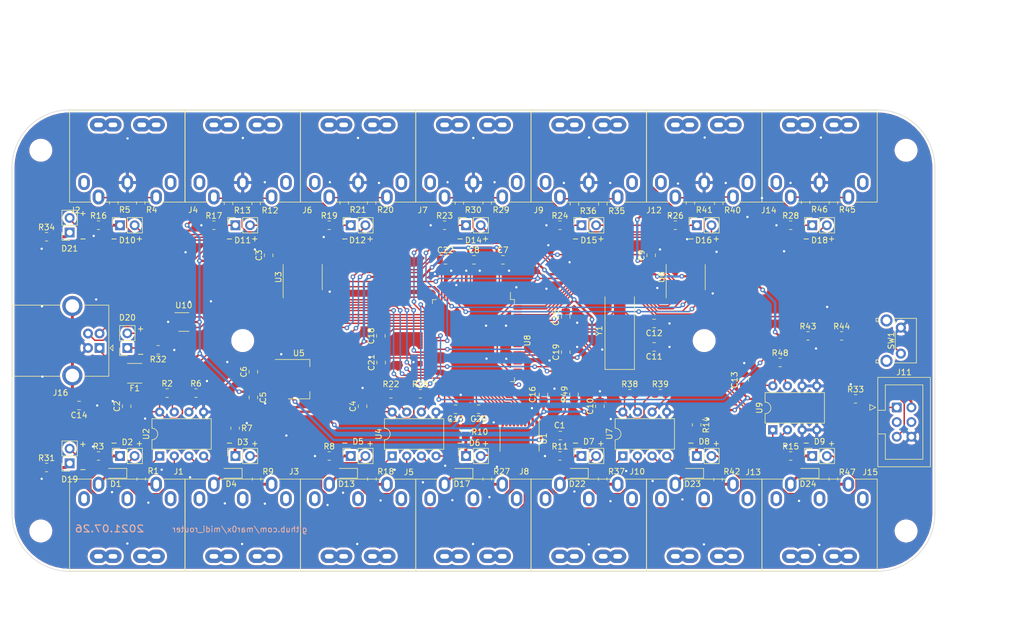
<source format=kicad_pcb>
(kicad_pcb (version 20171130) (host pcbnew "(5.1.8-0-10_14)")
  (layers (0 F.Cu signal) (31 B.Cu signal) (34 B.Paste user) (35 F.Paste user) (36 B.SilkS user) (37 F.SilkS user) (38 B.Mask user) (39 F.Mask user) (44 Edge.Cuts user))
  (net 0 "")
  (net 1 +3V3)
  (net 2 GND)
  (net 3 "Net-(D1-Pad1)")
  (net 4 "Net-(D1-Pad2)")
  (net 5 "Net-(D2-Pad1)")
  (net 6 D-)
  (net 7 D+)
  (net 8 +5V)
  (net 9 "Net-(F1-Pad2)")
  (net 10 "Net-(J1-Pad2)")
  (net 11 "Net-(J1-Pad3)")
  (net 12 "Net-(J2-Pad3)")
  (net 13 "Net-(J2-Pad4)")
  (net 14 "Net-(J3-Pad4)")
  (net 15 "Net-(J3-Pad1)")
  (net 16 "Net-(J3-Pad2)")
  (net 17 "Net-(J3-Pad3)")
  (net 18 "Net-(J4-Pad3)")
  (net 19 "Net-(J4-Pad1)")
  (net 20 "Net-(J4-Pad4)")
  (net 21 "Net-(J5-Pad4)")
  (net 22 "Net-(J5-Pad1)")
  (net 23 "Net-(J5-Pad3)")
  (net 24 "Net-(D3-Pad1)")
  (net 25 "Net-(D4-Pad2)")
  (net 26 "Net-(D4-Pad1)")
  (net 27 "Net-(D5-Pad1)")
  (net 28 "Net-(D6-Pad1)")
  (net 29 "Net-(D7-Pad1)")
  (net 30 PDI_DATA)
  (net 31 "Net-(J6-Pad3)")
  (net 32 PDI_CLK)
  (net 33 "Net-(J6-Pad4)")
  (net 34 "Net-(C12-Pad2)")
  (net 35 "Net-(D8-Pad1)")
  (net 36 "Net-(D9-Pad1)")
  (net 37 "Net-(D10-Pad1)")
  (net 38 "Net-(D11-Pad1)")
  (net 39 "Net-(D12-Pad1)")
  (net 40 "Net-(D13-Pad2)")
  (net 41 "Net-(D13-Pad1)")
  (net 42 "Net-(D14-Pad1)")
  (net 43 "Net-(D15-Pad1)")
  (net 44 "Net-(D16-Pad1)")
  (net 45 "Net-(D17-Pad1)")
  (net 46 "Net-(D17-Pad2)")
  (net 47 "Net-(D18-Pad1)")
  (net 48 "Net-(D19-Pad1)")
  (net 49 "Net-(D20-Pad1)")
  (net 50 "Net-(D21-Pad1)")
  (net 51 "Net-(D22-Pad2)")
  (net 52 "Net-(D22-Pad1)")
  (net 53 "Net-(D23-Pad1)")
  (net 54 "Net-(D23-Pad2)")
  (net 55 "Net-(D24-Pad2)")
  (net 56 "Net-(D24-Pad1)")
  (net 57 "Net-(J5-Pad2)")
  (net 58 "Net-(J6-Pad1)")
  (net 59 "Net-(J7-Pad3)")
  (net 60 "Net-(J7-Pad1)")
  (net 61 "Net-(J7-Pad4)")
  (net 62 "Net-(J8-Pad4)")
  (net 63 "Net-(J8-Pad1)")
  (net 64 "Net-(J8-Pad2)")
  (net 65 "Net-(J8-Pad3)")
  (net 66 "Net-(J9-Pad4)")
  (net 67 "Net-(J9-Pad1)")
  (net 68 "Net-(J9-Pad3)")
  (net 69 "Net-(J10-Pad3)")
  (net 70 "Net-(J10-Pad1)")
  (net 71 "Net-(J10-Pad4)")
  (net 72 "Net-(J11-Pad4)")
  (net 73 "Net-(J11-Pad3)")
  (net 74 "Net-(J12-Pad5)")
  (net 75 "Net-(J12-Pad3)")
  (net 76 "Net-(J12-Pad1)")
  (net 77 "Net-(J12-Pad4)")
  (net 78 "Net-(J13-Pad4)")
  (net 79 "Net-(J13-Pad1)")
  (net 80 "Net-(J13-Pad3)")
  (net 81 "Net-(J14-Pad5)")
  (net 82 "Net-(J14-Pad3)")
  (net 83 "Net-(J14-Pad1)")
  (net 84 "Net-(J14-Pad4)")
  (net 85 "Net-(J15-Pad4)")
  (net 86 "Net-(J15-Pad1)")
  (net 87 "Net-(J15-Pad3)")
  (net 88 "Net-(J16-Pad3)")
  (net 89 BTN)
  (net 90 UARTC0_RX)
  (net 91 UARTE0_RX)
  (net 92 UARTF0_RX)
  (net 93 UARTD0_RX)
  (net 94 UARTC1_RX)
  (net 95 UARTE1_RX)
  (net 96 UARTF1_RX)
  (net 97 UARTC0_SRX)
  (net 98 UARTC0_STX)
  (net 99 UARTC0_TX)
  (net 100 UARTC1_SRX)
  (net 101 UARTC1_STX)
  (net 102 UARTC1_TX)
  (net 103 UARTD0_SRX)
  (net 104 UARTD0_STX)
  (net 105 UARTD0_TX)
  (net 106 USB_SRX)
  (net 107 USB_STX)
  (net 108 UARTE0_SRX)
  (net 109 UARTE0_STX)
  (net 110 UARTE0_TX)
  (net 111 UARTE1_SRX)
  (net 112 UARTE1_STX)
  (net 113 UARTE1_TX)
  (net 114 UARTF0_SRX)
  (net 115 UARTF0_STX)
  (net 116 UARTF0_TX)
  (net 117 UARTF1_SRX)
  (net 118 UARTF1_STX)
  (net 119 UARTF1_TX)
  (net 120 "Net-(C11-Pad2)")
  (net 121 "Net-(C14-Pad2)")
  (net 122 "Net-(J1-Pad1)")
  (net 123 "Net-(J1-Pad4)")
  (net 124 "Net-(J2-Pad5)")
  (net 125 "Net-(J2-Pad1)")
  (net 126 "Net-(J4-Pad5)")
  (net 127 "Net-(J6-Pad5)")
  (net 128 "Net-(J7-Pad5)")
  (net 129 "Net-(J9-Pad5)")
  (net 130 "Net-(J10-Pad2)")
  (net 131 "Net-(J13-Pad2)")
  (net 132 "Net-(J15-Pad2)")
  (net 133 "Net-(J16-Pad2)")
  (net 134 "Net-(R44-Pad2)")
  (net 135 LED_TX4)
  (net 136 LED_TX3)
  (net 137 LED_TX2)
  (net 138 LED_TX1)
  (net 139 TX4)
  (net 140 TX3)
  (net 141 TX2)
  (net 142 TX1)
  (net 143 LED_TX7)
  (net 144 LED_TX6)
  (net 145 LED_TX5)
  (net 146 LED_RX_USB)
  (net 147 LED_POWER)
  (net 148 LED_TX_USB)
  (net 149 TX7)
  (net 150 TX6)
  (net 151 TX5)
  (net 152 LED_RX1)
  (net 153 LED_RX2)
  (net 154 LED_RX3)
  (net 155 LED_RX4)
  (net 156 LED_RX5)
  (net 157 LED_RX6)
  (net 158 LED_RX7)
  (net 159 POWER_S)
  (net 160 "Net-(U8-Pad1)")
  (net 161 "Net-(U8-Pad2)")
  (net 162 "Net-(U8-Pad5)")
  (net 163 "Net-(U8-Pad6)")
  (net 164 "Net-(U8-Pad7)")
  (net 165 "Net-(U8-Pad8)")
  (net 166 "Net-(U8-Pad9)")
  (net 167 "Net-(U8-Pad10)")
  (net 168 "Net-(U8-Pad11)")
  (net 169 "Net-(U8-Pad12)")
  (net 170 "Net-(U8-Pad15)")
  (net 171 "Net-(U8-Pad16)")
  (net 172 "Net-(U8-Pad19)")
  (net 173 "Net-(U8-Pad20)")
  (net 174 "Net-(U8-Pad35)")
  (net 175 "Net-(U8-Pad36)")
  (net 176 "Net-(U8-Pad39)")
  (net 177 "Net-(U8-Pad40)")
  (net 178 "Net-(U8-Pad45)")
  (net 179 "Net-(U8-Pad46)")
  (net 180 "Net-(U8-Pad49)")
  (net 181 "Net-(U8-Pad55)")
  (net 182 "Net-(U8-Pad56)")
  (net 183 "Net-(U8-Pad57)")
  (net 184 "Net-(U8-Pad58)")
  (net 185 "Net-(U8-Pad59)")
  (net 186 "Net-(U8-Pad60)")
  (net 187 "Net-(U8-Pad61)")
  (net 188 "Net-(U8-Pad62)")
  (net 189 "Net-(U8-Pad75)")
  (net 190 "Net-(U8-Pad77)")
  (net 191 "Net-(U8-Pad78)")
  (net 192 "Net-(U8-Pad79)")
  (net 193 "Net-(U8-Pad80)")
  (net 194 "Net-(U8-Pad81)")
  (net 195 "Net-(U8-Pad82)")
  (net 196 "Net-(U8-Pad85)")
  (net 197 "Net-(U8-Pad86)")
  (net 198 "Net-(U8-Pad87)")
  (net 199 "Net-(U8-Pad88)")
  (net 200 "Net-(U8-Pad95)")
  (net 201 OEN)
  (module MountingHole:MountingHole_3.2mm_M3 (layer F.Cu) (at 65 67)
    (fp_text reference H1 hide)
    (fp_text value MountingHole)
    (pad 1 np_thru_hole circle (at 0 0) (size 3.2 3.2) (drill 3.2) (layers *.Cu *.Mask))
  )
  (module MountingHole:MountingHole_3.2mm_M3 (layer F.Cu) (at 215 67)
    (fp_text reference H2 hide)
    (fp_text value MountingHole)
    (pad 1 np_thru_hole circle (at 0 0) (size 3.2 3.2) (drill 3.2) (layers *.Cu *.Mask))
  )
  (module MountingHole:MountingHole_3.2mm_M3 (layer F.Cu) (at 65 133)
    (fp_text reference H3 hide)
    (fp_text value MountingHole)
    (pad 1 np_thru_hole circle (at 0 0) (size 3.2 3.2) (drill 3.2) (layers *.Cu *.Mask))
  )
  (module MountingHole:MountingHole_3.2mm_M3 (layer F.Cu) (at 215 133)
    (fp_text reference H4 hide)
    (fp_text value MountingHole)
    (pad 1 np_thru_hole circle (at 0 0) (size 3.2 3.2) (drill 3.2) (layers *.Cu *.Mask))
  )
  (module Capacitor_SMD:C_0805_2012Metric (layer F.Cu) (at 101.854 109.855 270)
    (fp_text reference C5 (at 0 -1.68 90) (layer F.SilkS))
    (fp_text value 0.1u)
    (pad 1 smd roundrect (at -0.95 0 270) (size 1 1.45) (layers F.Cu F.Paste F.Mask) (net 8 +5V))
    (pad 2 smd roundrect (at 0.95 0 270) (size 1 1.45) (layers F.Cu F.Paste F.Mask) (net 2 GND))
  )
  (module Capacitor_SMD:C_0805_2012Metric (layer F.Cu) (at 71.628 111.252 180)
    (fp_text reference C14 (at 0 -1.68) (layer F.SilkS))
    (fp_text value 0.01u)
    (pad 1 smd roundrect (at -0.95 0 180) (size 1 1.45) (layers F.Cu F.Paste F.Mask) (net 2 GND))
    (pad 2 smd roundrect (at 0.95 0 180) (size 1 1.45) (layers F.Cu F.Paste F.Mask) (net 121 "Net-(C14-Pad2)"))
  )
  (module Capacitor_SMD:C_0805_2012Metric (layer F.Cu) (at 101.854 105.41 90)
    (fp_text reference C6 (at 0 -1.68 90) (layer F.SilkS))
    (fp_text value 10u)
    (pad 2 smd roundrect (at 0.95 0 90) (size 1 1.45) (layers F.Cu F.Paste F.Mask) (net 2 GND))
    (pad 1 smd roundrect (at -0.95 0 90) (size 1 1.45) (layers F.Cu F.Paste F.Mask) (net 1 +3V3))
  )
  (module Capacitor_SMD:C_0805_2012Metric (layer F.Cu) (at 156 95.885 270)
    (fp_text reference C15 (at 0.1 1.7 90) (layer F.SilkS))
    (fp_text value 0.1u)
    (pad 1 smd roundrect (at -0.95 0 270) (size 1 1.45) (layers F.Cu F.Paste F.Mask) (net 1 +3V3))
    (pad 2 smd roundrect (at 0.95 0 270) (size 1 1.45) (layers F.Cu F.Paste F.Mask) (net 2 GND))
  )
  (module Capacitor_SMD:C_0805_2012Metric (layer F.Cu) (at 156 102 90)
    (fp_text reference C19 (at 0 -1.68 90) (layer F.SilkS))
    (fp_text value 0.1u)
    (pad 1 smd roundrect (at -0.95 0 90) (size 1 1.45) (layers F.Cu F.Paste F.Mask) (net 1 +3V3))
    (pad 2 smd roundrect (at 0.95 0 90) (size 1 1.45) (layers F.Cu F.Paste F.Mask) (net 2 GND))
  )
  (module Capacitor_SMD:C_0805_2012Metric (layer F.Cu) (at 152.146 109.347 90)
    (fp_text reference C16 (at 0 -1.905 270) (layer F.SilkS))
    (fp_text value 0.1u)
    (pad 1 smd roundrect (at -0.95 0 90) (size 1 1.45) (layers F.Cu F.Paste F.Mask) (net 1 +3V3))
    (pad 2 smd roundrect (at 0.95 0 90) (size 1 1.45) (layers F.Cu F.Paste F.Mask) (net 2 GND))
  )
  (module Capacitor_SMD:C_0805_2012Metric (layer F.Cu) (at 140.9 111.9 180)
    (fp_text reference C20 (at 0 -1.68) (layer F.SilkS))
    (fp_text value 0.1u)
    (pad 1 smd roundrect (at -0.95 0 180) (size 1 1.45) (layers F.Cu F.Paste F.Mask) (net 1 +3V3))
    (pad 2 smd roundrect (at 0.95 0 180) (size 1 1.45) (layers F.Cu F.Paste F.Mask) (net 2 GND))
  )
  (module Capacitor_SMD:C_0805_2012Metric (layer F.Cu) (at 136.9 111.9 180)
    (fp_text reference C17 (at 0 -1.68) (layer F.SilkS))
    (fp_text value 0.1u)
    (pad 1 smd roundrect (at -0.95 0 180) (size 1 1.45) (layers F.Cu F.Paste F.Mask) (net 1 +3V3))
    (pad 2 smd roundrect (at 0.95 0 180) (size 1 1.45) (layers F.Cu F.Paste F.Mask) (net 2 GND))
  )
  (module Capacitor_SMD:C_0805_2012Metric (layer F.Cu) (at 124 103.8 90)
    (fp_text reference C21 (at 0 -1.68 90) (layer F.SilkS))
    (fp_text value 0.1u)
    (pad 1 smd roundrect (at -0.95 0 90) (size 1 1.45) (layers F.Cu F.Paste F.Mask) (net 1 +3V3))
    (pad 2 smd roundrect (at 0.95 0 90) (size 1 1.45) (layers F.Cu F.Paste F.Mask) (net 2 GND))
  )
  (module Capacitor_SMD:C_0805_2012Metric (layer F.Cu) (at 123.952 99.187 90)
    (fp_text reference C18 (at 0 -1.68 90) (layer F.SilkS))
    (fp_text value 0.1u)
    (pad 2 smd roundrect (at 0.95 0 90) (size 1 1.45) (layers F.Cu F.Paste F.Mask) (net 2 GND))
    (pad 1 smd roundrect (at -0.95 0 90) (size 1 1.45) (layers F.Cu F.Paste F.Mask) (net 1 +3V3))
  )
  (module Capacitor_SMD:C_0805_2012Metric (layer F.Cu) (at 135.15 86)
    (fp_text reference C22 (at 0 -1.68) (layer F.SilkS))
    (fp_text value 0.1u)
    (pad 1 smd roundrect (at -0.95 0) (size 1 1.45) (layers F.Cu F.Paste F.Mask) (net 1 +3V3))
    (pad 2 smd roundrect (at 0.95 0) (size 1 1.45) (layers F.Cu F.Paste F.Mask) (net 2 GND))
  )
  (module Capacitor_SMD:C_0805_2012Metric (layer F.Cu) (at 171.323 101.092 180)
    (fp_text reference C11 (at 0 -1.68) (layer F.SilkS))
    (fp_text value 15p)
    (pad 2 smd roundrect (at 0.95 0 180) (size 1 1.45) (layers F.Cu F.Paste F.Mask) (net 120 "Net-(C11-Pad2)"))
    (pad 1 smd roundrect (at -0.95 0 180) (size 1 1.45) (layers F.Cu F.Paste F.Mask) (net 2 GND))
  )
  (module Capacitor_SMD:C_0805_2012Metric (layer F.Cu) (at 171.323 97.028 180)
    (fp_text reference C12 (at 0 -1.68) (layer F.SilkS))
    (fp_text value 15p)
    (pad 2 smd roundrect (at 0.95 0 180) (size 1 1.45) (layers F.Cu F.Paste F.Mask) (net 34 "Net-(C12-Pad2)"))
    (pad 1 smd roundrect (at -0.95 0 180) (size 1 1.45) (layers F.Cu F.Paste F.Mask) (net 2 GND))
  )
  (module Capacitor_SMD:C_0805_2012Metric (layer F.Cu) (at 145.1 86 180)
    (fp_text reference C7 (at 0 1.7) (layer F.SilkS))
    (fp_text value 0.1u)
    (pad 2 smd roundrect (at 0.95 0 180) (size 1 1.45) (layers F.Cu F.Paste F.Mask) (net 1 +3V3))
    (pad 1 smd roundrect (at -0.95 0 180) (size 1 1.45) (layers F.Cu F.Paste F.Mask) (net 2 GND))
  )
  (module Capacitor_SMD:C_0805_2012Metric (layer F.Cu) (at 140.1 86)
    (fp_text reference C8 (at 0 -1.68) (layer F.SilkS))
    (fp_text value 0.1u)
    (pad 2 smd roundrect (at 0.95 0) (size 1 1.45) (layers F.Cu F.Paste F.Mask) (net 2 GND))
    (pad 1 smd roundrect (at -0.95 0) (size 1 1.45) (layers F.Cu F.Paste F.Mask) (net 1 +3V3))
  )
  (module Capacitor_SMD:C_0805_2012Metric (layer F.Cu) (at 79.883 111.379 90)
    (fp_text reference C2 (at 0 -1.68 90) (layer F.SilkS))
    (fp_text value 0.1u)
    (pad 2 smd roundrect (at 0.95 0 90) (size 1 1.45) (layers F.Cu F.Paste F.Mask) (net 2 GND))
    (pad 1 smd roundrect (at -0.95 0 90) (size 1 1.45) (layers F.Cu F.Paste F.Mask) (net 1 +3V3))
  )
  (module Capacitor_SMD:C_0805_2012Metric (layer F.Cu) (at 120.777 111.379 90)
    (fp_text reference C4 (at 0 -1.68 90) (layer F.SilkS))
    (fp_text value 0.1u)
    (pad 1 smd roundrect (at -0.95 0 90) (size 1 1.45) (layers F.Cu F.Paste F.Mask) (net 1 +3V3))
    (pad 2 smd roundrect (at 0.95 0 90) (size 1 1.45) (layers F.Cu F.Paste F.Mask) (net 2 GND))
  )
  (module Capacitor_SMD:C_0805_2012Metric (layer F.Cu) (at 161.925 111.379 90)
    (fp_text reference C10 (at 0 -1.68 90) (layer F.SilkS))
    (fp_text value 0.1u)
    (pad 1 smd roundrect (at -0.95 0 90) (size 1 1.45) (layers F.Cu F.Paste F.Mask) (net 1 +3V3))
    (pad 2 smd roundrect (at 0.95 0 90) (size 1 1.45) (layers F.Cu F.Paste F.Mask) (net 2 GND))
  )
  (module Capacitor_SMD:C_0805_2012Metric (layer F.Cu) (at 186.944 106.807 90)
    (fp_text reference C13 (at 0 -1.68 90) (layer F.SilkS))
    (fp_text value 0.1u)
    (pad 1 smd roundrect (at -0.95 0 90) (size 1 1.45) (layers F.Cu F.Paste F.Mask) (net 1 +3V3))
    (pad 2 smd roundrect (at 0.95 0 90) (size 1 1.45) (layers F.Cu F.Paste F.Mask) (net 2 GND))
  )
  (module Capacitor_SMD:C_0805_2012Metric (layer F.Cu) (at 155.067 116.459)
    (fp_text reference C1 (at -0.127 -1.778) (layer F.SilkS))
    (fp_text value 0.1u)
    (pad 1 smd roundrect (at -0.95 0) (size 1 1.45) (layers F.Cu F.Paste F.Mask) (net 8 +5V))
    (pad 2 smd roundrect (at 0.95 0) (size 1 1.45) (layers F.Cu F.Paste F.Mask) (net 2 GND))
  )
  (module Capacitor_SMD:C_0805_2012Metric (layer F.Cu) (at 104.5 85.217 90)
    (fp_text reference C3 (at 0 -1.68 90) (layer F.SilkS))
    (fp_text value 0.1u)
    (pad 2 smd roundrect (at 0.95 0 90) (size 1 1.45) (layers F.Cu F.Paste F.Mask) (net 2 GND))
    (pad 1 smd roundrect (at -0.95 0 90) (size 1 1.45) (layers F.Cu F.Paste F.Mask) (net 8 +5V))
  )
  (module Capacitor_SMD:C_0805_2012Metric (layer F.Cu) (at 170.815 85.217 90)
    (fp_text reference C9 (at 0 -1.68 90) (layer F.SilkS))
    (fp_text value 0.1u)
    (pad 2 smd roundrect (at 0.95 0 90) (size 1 1.45) (layers F.Cu F.Paste F.Mask) (net 2 GND))
    (pad 1 smd roundrect (at -0.95 0 90) (size 1 1.45) (layers F.Cu F.Paste F.Mask) (net 8 +5V))
  )
  (module Diode_SMD:D_SOD-323_HandSoldering (layer F.Cu) (at 78 123 180)
    (fp_text reference D1 (at 0 -1.85) (layer F.SilkS))
    (fp_text value D)
    (pad 2 smd rect (at 1.25 0 180) (size 1 1) (layers F.Cu F.Paste F.Mask) (net 4 "Net-(D1-Pad2)"))
    (pad 1 smd rect (at -1.25 0 180) (size 1 1) (layers F.Cu F.Paste F.Mask) (net 3 "Net-(D1-Pad1)"))
  )
  (module Diode_SMD:D_SOD-323_HandSoldering (layer F.Cu) (at 98 123 180)
    (fp_text reference D4 (at 0 -1.85) (layer F.SilkS))
    (fp_text value D)
    (pad 1 smd rect (at -1.25 0 180) (size 1 1) (layers F.Cu F.Paste F.Mask) (net 26 "Net-(D4-Pad1)"))
    (pad 2 smd rect (at 1.25 0 180) (size 1 1) (layers F.Cu F.Paste F.Mask) (net 25 "Net-(D4-Pad2)"))
  )
  (module Diode_SMD:D_SOD-323_HandSoldering (layer F.Cu) (at 118 123 180)
    (fp_text reference D13 (at 0 -1.85) (layer F.SilkS))
    (fp_text value D)
    (pad 1 smd rect (at -1.25 0 180) (size 1 1) (layers F.Cu F.Paste F.Mask) (net 41 "Net-(D13-Pad1)"))
    (pad 2 smd rect (at 1.25 0 180) (size 1 1) (layers F.Cu F.Paste F.Mask) (net 40 "Net-(D13-Pad2)"))
  )
  (module Diode_SMD:D_SOD-323_HandSoldering (layer F.Cu) (at 138 123 180)
    (fp_text reference D17 (at 0 -1.85) (layer F.SilkS))
    (fp_text value D)
    (pad 2 smd rect (at 1.25 0 180) (size 1 1) (layers F.Cu F.Paste F.Mask) (net 46 "Net-(D17-Pad2)"))
    (pad 1 smd rect (at -1.25 0 180) (size 1 1) (layers F.Cu F.Paste F.Mask) (net 45 "Net-(D17-Pad1)"))
  )
  (module Diode_SMD:D_SOD-323_HandSoldering (layer F.Cu) (at 158 123 180)
    (fp_text reference D22 (at 0 -1.85) (layer F.SilkS))
    (fp_text value D)
    (pad 1 smd rect (at -1.25 0 180) (size 1 1) (layers F.Cu F.Paste F.Mask) (net 52 "Net-(D22-Pad1)"))
    (pad 2 smd rect (at 1.25 0 180) (size 1 1) (layers F.Cu F.Paste F.Mask) (net 51 "Net-(D22-Pad2)"))
  )
  (module Diode_SMD:D_SOD-323_HandSoldering (layer F.Cu) (at 178 123 180)
    (fp_text reference D23 (at 0 -1.85) (layer F.SilkS))
    (fp_text value D)
    (pad 2 smd rect (at 1.25 0 180) (size 1 1) (layers F.Cu F.Paste F.Mask) (net 54 "Net-(D23-Pad2)"))
    (pad 1 smd rect (at -1.25 0 180) (size 1 1) (layers F.Cu F.Paste F.Mask) (net 53 "Net-(D23-Pad1)"))
  )
  (module Diode_SMD:D_SOD-323_HandSoldering (layer F.Cu) (at 198 123 180)
    (fp_text reference D24 (at 0 -1.85) (layer F.SilkS))
    (fp_text value D)
    (pad 1 smd rect (at -1.25 0 180) (size 1 1) (layers F.Cu F.Paste F.Mask) (net 56 "Net-(D24-Pad1)"))
    (pad 2 smd rect (at 1.25 0 180) (size 1 1) (layers F.Cu F.Paste F.Mask) (net 55 "Net-(D24-Pad2)"))
  )
  (module Fuse:Fuse_1812_4532Metric_Castellated (layer F.Cu) (at 81.28 105.664 180)
    (fp_text reference F1 (at 0 -2.6) (layer F.SilkS))
    (fp_text value MF-MSMF050-2)
    (pad 1 smd roundrect (at -2.1625 0 180) (size 1.475 3.3) (layers F.Cu F.Paste F.Mask) (roundrect_rratio 0.169492) (net 8 +5V))
    (pad 2 smd roundrect (at 2.1625 0 180) (size 1.475 3.3) (layers F.Cu F.Paste F.Mask) (roundrect_rratio 0.169492) (net 9 "Net-(F1-Pad2)"))
  )
  (module MountingHole:MountingHole_3.2mm_M3 (layer F.Cu) (at 100 100)
    (fp_text reference H5 hide)
    (fp_text value MountingHole)
    (pad 1 np_thru_hole circle (at 0 0) (size 3.2 3.2) (drill 3.2) (layers *.Cu *.Mask))
  )
  (module MountingHole:MountingHole_3.2mm_M3 (layer F.Cu) (at 180 100)
    (fp_text reference H6 hide)
    (fp_text value MountingHole)
    (pad 1 np_thru_hole circle (at 0 0) (size 3.2 3.2) (drill 3.2) (layers *.Cu *.Mask))
  )
  (module Connector_USB:USB_B_OST_USB-B1HSxx_Horizontal (layer F.Cu) (at 75.184 101.27 180)
    (fp_text reference J16 (at 6.76 -7.77) (layer F.SilkS))
    (fp_text value USB_B)
    (pad 1 thru_hole rect (at 0 0 180) (size 1.7 1.7) (drill 0.92) (layers *.Cu *.Mask) (net 9 "Net-(F1-Pad2)"))
    (pad 2 thru_hole circle (at 0 2.5 180) (size 1.7 1.7) (drill 0.92) (layers *.Cu *.Mask) (net 133 "Net-(J16-Pad2)"))
    (pad 3 thru_hole circle (at 2 2.5 180) (size 1.7 1.7) (drill 0.92) (layers *.Cu *.Mask) (net 88 "Net-(J16-Pad3)"))
    (pad 4 thru_hole circle (at 2 0 180) (size 1.7 1.7) (drill 0.92) (layers *.Cu *.Mask) (net 2 GND))
    (pad 5 thru_hole circle (at 4.71 -4.77 180) (size 3.5 3.5) (drill 2.33) (layers *.Cu *.Mask) (net 121 "Net-(C14-Pad2)"))
    (pad 5 thru_hole circle (at 4.71 7.27 180) (size 3.5 3.5) (drill 2.33) (layers *.Cu *.Mask) (net 121 "Net-(C14-Pad2)"))
  )
  (module Connector_IDC:IDC-Header_2x03_P2.54mm_Vertical (layer F.Cu) (at 213.3854 111.5822)
    (fp_text reference J11 (at 1.27 -6.1) (layer F.SilkS))
    (fp_text value Conn_02x03_Odd_Even)
    (pad 1 thru_hole roundrect (at 0 0) (size 1.7 1.7) (drill 1) (layers *.Cu *.Mask) (roundrect_rratio 0.147059) (net 30 PDI_DATA))
    (pad 3 thru_hole circle (at 0 2.54) (size 1.7 1.7) (drill 1) (layers *.Cu *.Mask) (net 73 "Net-(J11-Pad3)"))
    (pad 5 thru_hole circle (at 0 5.08) (size 1.7 1.7) (drill 1) (layers *.Cu *.Mask) (net 32 PDI_CLK))
    (pad 2 thru_hole circle (at 2.54 0) (size 1.7 1.7) (drill 1) (layers *.Cu *.Mask) (net 1 +3V3))
    (pad 4 thru_hole circle (at 2.54 2.54) (size 1.7 1.7) (drill 1) (layers *.Cu *.Mask) (net 72 "Net-(J11-Pad4)"))
    (pad 6 thru_hole circle (at 2.54 5.08) (size 1.7 1.7) (drill 1) (layers *.Cu *.Mask) (net 2 GND))
  )
  (module lib:DIN5MIDI-OOTDTY (layer F.Cu) (at 87.5 127.4 180)
    (fp_text reference J1 (at -1.4 4.7) (layer F.SilkS))
    (fp_text value DIN-5_180degree)
    (pad "" thru_hole oval (at 12.5 -10 180) (size 3 2.3) (drill oval 1.5 0.8) (layers *.Cu *.Mask))
    (pad "" thru_hole oval (at 10 -10 180) (size 3 2.3) (drill oval 1.5 0.8) (layers *.Cu *.Mask))
    (pad "" thru_hole oval (at 5 -10 180) (size 3 2.3) (drill oval 1.5 0.8) (layers *.Cu *.Mask))
    (pad "" thru_hole oval (at 2.5 -10 180) (size 3 2.3) (drill oval 1.5 0.8) (layers *.Cu *.Mask))
    (pad 5 thru_hole oval (at 12.5 2.5 180) (size 2 2.6) (drill oval 1 1.6) (layers *.Cu *.Mask) (net 4 "Net-(D1-Pad2)"))
    (pad 3 thru_hole oval (at 15 0 180) (size 2 2.6) (drill oval 1 1.6) (layers *.Cu *.Mask) (net 11 "Net-(J1-Pad3)"))
    (pad 2 thru_hole oval (at 7.5 0 180) (size 2 2.6) (drill oval 1 1.6) (layers *.Cu *.Mask) (net 10 "Net-(J1-Pad2)"))
    (pad 1 thru_hole oval (at 0 0 180) (size 2 2.6) (drill oval 1 1.6) (layers *.Cu *.Mask) (net 122 "Net-(J1-Pad1)"))
    (pad 4 thru_hole oval (at 2.5 2.5 180) (size 2 2.6) (drill oval 1 1.6) (layers *.Cu *.Mask) (net 123 "Net-(J1-Pad4)"))
  )
  (module lib:DIN5MIDI-OOTDTY (layer F.Cu) (at 107.5 127.4 180)
    (fp_text reference J3 (at -1.4 4.7) (layer F.SilkS))
    (fp_text value DIN-5_180degree)
    (pad 4 thru_hole oval (at 2.5 2.5 180) (size 2 2.6) (drill oval 1 1.6) (layers *.Cu *.Mask) (net 14 "Net-(J3-Pad4)"))
    (pad 1 thru_hole oval (at 0 0 180) (size 2 2.6) (drill oval 1 1.6) (layers *.Cu *.Mask) (net 15 "Net-(J3-Pad1)"))
    (pad 2 thru_hole oval (at 7.5 0 180) (size 2 2.6) (drill oval 1 1.6) (layers *.Cu *.Mask) (net 16 "Net-(J3-Pad2)"))
    (pad 3 thru_hole oval (at 15 0 180) (size 2 2.6) (drill oval 1 1.6) (layers *.Cu *.Mask) (net 17 "Net-(J3-Pad3)"))
    (pad 5 thru_hole oval (at 12.5 2.5 180) (size 2 2.6) (drill oval 1 1.6) (layers *.Cu *.Mask) (net 25 "Net-(D4-Pad2)"))
    (pad "" thru_hole oval (at 2.5 -10 180) (size 3 2.3) (drill oval 1.5 0.8) (layers *.Cu *.Mask))
    (pad "" thru_hole oval (at 5 -10 180) (size 3 2.3) (drill oval 1.5 0.8) (layers *.Cu *.Mask))
    (pad "" thru_hole oval (at 10 -10 180) (size 3 2.3) (drill oval 1.5 0.8) (layers *.Cu *.Mask))
    (pad "" thru_hole oval (at 12.5 -10 180) (size 3 2.3) (drill oval 1.5 0.8) (layers *.Cu *.Mask))
  )
  (module lib:DIN5MIDI-OOTDTY (layer F.Cu) (at 127.5 127.4 180)
    (fp_text reference J5 (at -1.3 4.6) (layer F.SilkS))
    (fp_text value DIN-5_180degree)
    (pad "" thru_hole oval (at 12.5 -10 180) (size 3 2.3) (drill oval 1.5 0.8) (layers *.Cu *.Mask))
    (pad "" thru_hole oval (at 10 -10 180) (size 3 2.3) (drill oval 1.5 0.8) (layers *.Cu *.Mask))
    (pad "" thru_hole oval (at 5 -10 180) (size 3 2.3) (drill oval 1.5 0.8) (layers *.Cu *.Mask))
    (pad "" thru_hole oval (at 2.5 -10 180) (size 3 2.3) (drill oval 1.5 0.8) (layers *.Cu *.Mask))
    (pad 5 thru_hole oval (at 12.5 2.5 180) (size 2 2.6) (drill oval 1 1.6) (layers *.Cu *.Mask) (net 40 "Net-(D13-Pad2)"))
    (pad 3 thru_hole oval (at 15 0 180) (size 2 2.6) (drill oval 1 1.6) (layers *.Cu *.Mask) (net 23 "Net-(J5-Pad3)"))
    (pad 2 thru_hole oval (at 7.5 0 180) (size 2 2.6) (drill oval 1 1.6) (layers *.Cu *.Mask) (net 57 "Net-(J5-Pad2)"))
    (pad 1 thru_hole oval (at 0 0 180) (size 2 2.6) (drill oval 1 1.6) (layers *.Cu *.Mask) (net 22 "Net-(J5-Pad1)"))
    (pad 4 thru_hole oval (at 2.5 2.5 180) (size 2 2.6) (drill oval 1 1.6) (layers *.Cu *.Mask) (net 21 "Net-(J5-Pad4)"))
  )
  (module lib:DIN5MIDI-OOTDTY (layer F.Cu) (at 147.5 127.4 180)
    (fp_text reference J8 (at -1.3 4.7) (layer F.SilkS))
    (fp_text value DIN-5_180degree)
    (pad 4 thru_hole oval (at 2.5 2.5 180) (size 2 2.6) (drill oval 1 1.6) (layers *.Cu *.Mask) (net 62 "Net-(J8-Pad4)"))
    (pad 1 thru_hole oval (at 0 0 180) (size 2 2.6) (drill oval 1 1.6) (layers *.Cu *.Mask) (net 63 "Net-(J8-Pad1)"))
    (pad 2 thru_hole oval (at 7.5 0 180) (size 2 2.6) (drill oval 1 1.6) (layers *.Cu *.Mask) (net 64 "Net-(J8-Pad2)"))
    (pad 3 thru_hole oval (at 15 0 180) (size 2 2.6) (drill oval 1 1.6) (layers *.Cu *.Mask) (net 65 "Net-(J8-Pad3)"))
    (pad 5 thru_hole oval (at 12.5 2.5 180) (size 2 2.6) (drill oval 1 1.6) (layers *.Cu *.Mask) (net 46 "Net-(D17-Pad2)"))
    (pad "" thru_hole oval (at 2.5 -10 180) (size 3 2.3) (drill oval 1.5 0.8) (layers *.Cu *.Mask))
    (pad "" thru_hole oval (at 5 -10 180) (size 3 2.3) (drill oval 1.5 0.8) (layers *.Cu *.Mask))
    (pad "" thru_hole oval (at 10 -10 180) (size 3 2.3) (drill oval 1.5 0.8) (layers *.Cu *.Mask))
    (pad "" thru_hole oval (at 12.5 -10 180) (size 3 2.3) (drill oval 1.5 0.8) (layers *.Cu *.Mask))
  )
  (module lib:DIN5MIDI-OOTDTY (layer F.Cu) (at 167.5 127.4 180)
    (fp_text reference J10 (at -0.9 4.7) (layer F.SilkS))
    (fp_text value DIN-5_180degree)
    (pad "" thru_hole oval (at 12.5 -10 180) (size 3 2.3) (drill oval 1.5 0.8) (layers *.Cu *.Mask))
    (pad "" thru_hole oval (at 10 -10 180) (size 3 2.3) (drill oval 1.5 0.8) (layers *.Cu *.Mask))
    (pad "" thru_hole oval (at 5 -10 180) (size 3 2.3) (drill oval 1.5 0.8) (layers *.Cu *.Mask))
    (pad "" thru_hole oval (at 2.5 -10 180) (size 3 2.3) (drill oval 1.5 0.8) (layers *.Cu *.Mask))
    (pad 5 thru_hole oval (at 12.5 2.5 180) (size 2 2.6) (drill oval 1 1.6) (layers *.Cu *.Mask) (net 51 "Net-(D22-Pad2)"))
    (pad 3 thru_hole oval (at 15 0 180) (size 2 2.6) (drill oval 1 1.6) (layers *.Cu *.Mask) (net 69 "Net-(J10-Pad3)"))
    (pad 2 thru_hole oval (at 7.5 0 180) (size 2 2.6) (drill oval 1 1.6) (layers *.Cu *.Mask) (net 130 "Net-(J10-Pad2)"))
    (pad 1 thru_hole oval (at 0 0 180) (size 2 2.6) (drill oval 1 1.6) (layers *.Cu *.Mask) (net 70 "Net-(J10-Pad1)"))
    (pad 4 thru_hole oval (at 2.5 2.5 180) (size 2 2.6) (drill oval 1 1.6) (layers *.Cu *.Mask) (net 71 "Net-(J10-Pad4)"))
  )
  (module lib:DIN5MIDI-OOTDTY (layer F.Cu) (at 187.5 127.4 180)
    (fp_text reference J13 (at -1 4.6) (layer F.SilkS))
    (fp_text value DIN-5_180degree)
    (pad 4 thru_hole oval (at 2.5 2.5 180) (size 2 2.6) (drill oval 1 1.6) (layers *.Cu *.Mask) (net 78 "Net-(J13-Pad4)"))
    (pad 1 thru_hole oval (at 0 0 180) (size 2 2.6) (drill oval 1 1.6) (layers *.Cu *.Mask) (net 79 "Net-(J13-Pad1)"))
    (pad 2 thru_hole oval (at 7.5 0 180) (size 2 2.6) (drill oval 1 1.6) (layers *.Cu *.Mask) (net 131 "Net-(J13-Pad2)"))
    (pad 3 thru_hole oval (at 15 0 180) (size 2 2.6) (drill oval 1 1.6) (layers *.Cu *.Mask) (net 80 "Net-(J13-Pad3)"))
    (pad 5 thru_hole oval (at 12.5 2.5 180) (size 2 2.6) (drill oval 1 1.6) (layers *.Cu *.Mask) (net 54 "Net-(D23-Pad2)"))
    (pad "" thru_hole oval (at 2.5 -10 180) (size 3 2.3) (drill oval 1.5 0.8) (layers *.Cu *.Mask))
    (pad "" thru_hole oval (at 5 -10 180) (size 3 2.3) (drill oval 1.5 0.8) (layers *.Cu *.Mask))
    (pad "" thru_hole oval (at 10 -10 180) (size 3 2.3) (drill oval 1.5 0.8) (layers *.Cu *.Mask))
    (pad "" thru_hole oval (at 12.5 -10 180) (size 3 2.3) (drill oval 1.5 0.8) (layers *.Cu *.Mask))
  )
  (module lib:DIN5MIDI-OOTDTY (layer F.Cu) (at 207.5 127.4 180)
    (fp_text reference J15 (at -1.3 4.6) (layer F.SilkS))
    (fp_text value DIN-5_180degree)
    (pad 4 thru_hole oval (at 2.5 2.5 180) (size 2 2.6) (drill oval 1 1.6) (layers *.Cu *.Mask) (net 85 "Net-(J15-Pad4)"))
    (pad 1 thru_hole oval (at 0 0 180) (size 2 2.6) (drill oval 1 1.6) (layers *.Cu *.Mask) (net 86 "Net-(J15-Pad1)"))
    (pad 2 thru_hole oval (at 7.5 0 180) (size 2 2.6) (drill oval 1 1.6) (layers *.Cu *.Mask) (net 132 "Net-(J15-Pad2)"))
    (pad 3 thru_hole oval (at 15 0 180) (size 2 2.6) (drill oval 1 1.6) (layers *.Cu *.Mask) (net 87 "Net-(J15-Pad3)"))
    (pad 5 thru_hole oval (at 12.5 2.5 180) (size 2 2.6) (drill oval 1 1.6) (layers *.Cu *.Mask) (net 55 "Net-(D24-Pad2)"))
    (pad "" thru_hole oval (at 2.5 -10 180) (size 3 2.3) (drill oval 1.5 0.8) (layers *.Cu *.Mask))
    (pad "" thru_hole oval (at 5 -10 180) (size 3 2.3) (drill oval 1.5 0.8) (layers *.Cu *.Mask))
    (pad "" thru_hole oval (at 10 -10 180) (size 3 2.3) (drill oval 1.5 0.8) (layers *.Cu *.Mask))
    (pad "" thru_hole oval (at 12.5 -10 180) (size 3 2.3) (drill oval 1.5 0.8) (layers *.Cu *.Mask))
  )
  (module lib:DIN5MIDI-OOTDTY (layer F.Cu) (at 72.5 72.6)
    (fp_text reference J2 (at -1.5 4.8) (layer F.SilkS))
    (fp_text value DIN-5_180degree)
    (pad "" thru_hole oval (at 12.5 -10) (size 3 2.3) (drill oval 1.5 0.8) (layers *.Cu *.Mask))
    (pad "" thru_hole oval (at 10 -10) (size 3 2.3) (drill oval 1.5 0.8) (layers *.Cu *.Mask))
    (pad "" thru_hole oval (at 5 -10) (size 3 2.3) (drill oval 1.5 0.8) (layers *.Cu *.Mask))
    (pad "" thru_hole oval (at 2.5 -10) (size 3 2.3) (drill oval 1.5 0.8) (layers *.Cu *.Mask))
    (pad 5 thru_hole oval (at 12.5 2.5) (size 2 2.6) (drill oval 1 1.6) (layers *.Cu *.Mask) (net 124 "Net-(J2-Pad5)"))
    (pad 3 thru_hole oval (at 15 0) (size 2 2.6) (drill oval 1 1.6) (layers *.Cu *.Mask) (net 12 "Net-(J2-Pad3)"))
    (pad 2 thru_hole oval (at 7.5 0) (size 2 2.6) (drill oval 1 1.6) (layers *.Cu *.Mask) (net 2 GND))
    (pad 1 thru_hole oval (at 0 0) (size 2 2.6) (drill oval 1 1.6) (layers *.Cu *.Mask) (net 125 "Net-(J2-Pad1)"))
    (pad 4 thru_hole oval (at 2.5 2.5) (size 2 2.6) (drill oval 1 1.6) (layers *.Cu *.Mask) (net 13 "Net-(J2-Pad4)"))
  )
  (module lib:DIN5MIDI-OOTDTY (layer F.Cu) (at 92.5 72.6)
    (fp_text reference J4 (at -1.1 4.75) (layer F.SilkS))
    (fp_text value DIN-5_180degree)
    (pad 4 thru_hole oval (at 2.5 2.5) (size 2 2.6) (drill oval 1 1.6) (layers *.Cu *.Mask) (net 20 "Net-(J4-Pad4)"))
    (pad 1 thru_hole oval (at 0 0) (size 2 2.6) (drill oval 1 1.6) (layers *.Cu *.Mask) (net 19 "Net-(J4-Pad1)"))
    (pad 2 thru_hole oval (at 7.5 0) (size 2 2.6) (drill oval 1 1.6) (layers *.Cu *.Mask) (net 2 GND))
    (pad 3 thru_hole oval (at 15 0) (size 2 2.6) (drill oval 1 1.6) (layers *.Cu *.Mask) (net 18 "Net-(J4-Pad3)"))
    (pad 5 thru_hole oval (at 12.5 2.5) (size 2 2.6) (drill oval 1 1.6) (layers *.Cu *.Mask) (net 126 "Net-(J4-Pad5)"))
    (pad "" thru_hole oval (at 2.5 -10) (size 3 2.3) (drill oval 1.5 0.8) (layers *.Cu *.Mask))
    (pad "" thru_hole oval (at 5 -10) (size 3 2.3) (drill oval 1.5 0.8) (layers *.Cu *.Mask))
    (pad "" thru_hole oval (at 10 -10) (size 3 2.3) (drill oval 1.5 0.8) (layers *.Cu *.Mask))
    (pad "" thru_hole oval (at 12.5 -10) (size 3 2.3) (drill oval 1.5 0.8) (layers *.Cu *.Mask))
  )
  (module lib:DIN5MIDI-OOTDTY (layer F.Cu) (at 112.5 72.6)
    (fp_text reference J6 (at -1.3 4.8) (layer F.SilkS))
    (fp_text value DIN-5_180degree)
    (pad "" thru_hole oval (at 12.5 -10) (size 3 2.3) (drill oval 1.5 0.8) (layers *.Cu *.Mask))
    (pad "" thru_hole oval (at 10 -10) (size 3 2.3) (drill oval 1.5 0.8) (layers *.Cu *.Mask))
    (pad "" thru_hole oval (at 5 -10) (size 3 2.3) (drill oval 1.5 0.8) (layers *.Cu *.Mask))
    (pad "" thru_hole oval (at 2.5 -10) (size 3 2.3) (drill oval 1.5 0.8) (layers *.Cu *.Mask))
    (pad 5 thru_hole oval (at 12.5 2.5) (size 2 2.6) (drill oval 1 1.6) (layers *.Cu *.Mask) (net 127 "Net-(J6-Pad5)"))
    (pad 3 thru_hole oval (at 15 0) (size 2 2.6) (drill oval 1 1.6) (layers *.Cu *.Mask) (net 31 "Net-(J6-Pad3)"))
    (pad 2 thru_hole oval (at 7.5 0) (size 2 2.6) (drill oval 1 1.6) (layers *.Cu *.Mask) (net 2 GND))
    (pad 1 thru_hole oval (at 0 0) (size 2 2.6) (drill oval 1 1.6) (layers *.Cu *.Mask) (net 58 "Net-(J6-Pad1)"))
    (pad 4 thru_hole oval (at 2.5 2.5) (size 2 2.6) (drill oval 1 1.6) (layers *.Cu *.Mask) (net 33 "Net-(J6-Pad4)"))
  )
  (module lib:DIN5MIDI-OOTDTY (layer F.Cu) (at 132.5 72.6)
    (fp_text reference J7 (at -1.3 4.8) (layer F.SilkS))
    (fp_text value DIN-5_180degree)
    (pad 4 thru_hole oval (at 2.5 2.5) (size 2 2.6) (drill oval 1 1.6) (layers *.Cu *.Mask) (net 61 "Net-(J7-Pad4)"))
    (pad 1 thru_hole oval (at 0 0) (size 2 2.6) (drill oval 1 1.6) (layers *.Cu *.Mask) (net 60 "Net-(J7-Pad1)"))
    (pad 2 thru_hole oval (at 7.5 0) (size 2 2.6) (drill oval 1 1.6) (layers *.Cu *.Mask) (net 2 GND))
    (pad 3 thru_hole oval (at 15 0) (size 2 2.6) (drill oval 1 1.6) (layers *.Cu *.Mask) (net 59 "Net-(J7-Pad3)"))
    (pad 5 thru_hole oval (at 12.5 2.5) (size 2 2.6) (drill oval 1 1.6) (layers *.Cu *.Mask) (net 128 "Net-(J7-Pad5)"))
    (pad "" thru_hole oval (at 2.5 -10) (size 3 2.3) (drill oval 1.5 0.8) (layers *.Cu *.Mask))
    (pad "" thru_hole oval (at 5 -10) (size 3 2.3) (drill oval 1.5 0.8) (layers *.Cu *.Mask))
    (pad "" thru_hole oval (at 10 -10) (size 3 2.3) (drill oval 1.5 0.8) (layers *.Cu *.Mask))
    (pad "" thru_hole oval (at 12.5 -10) (size 3 2.3) (drill oval 1.5 0.8) (layers *.Cu *.Mask))
  )
  (module lib:DIN5MIDI-OOTDTY (layer F.Cu) (at 152.5 72.6)
    (fp_text reference J9 (at -1.2 4.8) (layer F.SilkS))
    (fp_text value DIN-5_180degree)
    (pad "" thru_hole oval (at 12.5 -10) (size 3 2.3) (drill oval 1.5 0.8) (layers *.Cu *.Mask))
    (pad "" thru_hole oval (at 10 -10) (size 3 2.3) (drill oval 1.5 0.8) (layers *.Cu *.Mask))
    (pad "" thru_hole oval (at 5 -10) (size 3 2.3) (drill oval 1.5 0.8) (layers *.Cu *.Mask))
    (pad "" thru_hole oval (at 2.5 -10) (size 3 2.3) (drill oval 1.5 0.8) (layers *.Cu *.Mask))
    (pad 5 thru_hole oval (at 12.5 2.5) (size 2 2.6) (drill oval 1 1.6) (layers *.Cu *.Mask) (net 129 "Net-(J9-Pad5)"))
    (pad 3 thru_hole oval (at 15 0) (size 2 2.6) (drill oval 1 1.6) (layers *.Cu *.Mask) (net 68 "Net-(J9-Pad3)"))
    (pad 2 thru_hole oval (at 7.5 0) (size 2 2.6) (drill oval 1 1.6) (layers *.Cu *.Mask) (net 2 GND))
    (pad 1 thru_hole oval (at 0 0) (size 2 2.6) (drill oval 1 1.6) (layers *.Cu *.Mask) (net 67 "Net-(J9-Pad1)"))
    (pad 4 thru_hole oval (at 2.5 2.5) (size 2 2.6) (drill oval 1 1.6) (layers *.Cu *.Mask) (net 66 "Net-(J9-Pad4)"))
  )
  (module lib:DIN5MIDI-OOTDTY (layer F.Cu) (at 172.5 72.6)
    (fp_text reference J12 (at -1.2 4.8) (layer F.SilkS))
    (fp_text value DIN-5_180degree)
    (pad 4 thru_hole oval (at 2.5 2.5) (size 2 2.6) (drill oval 1 1.6) (layers *.Cu *.Mask) (net 77 "Net-(J12-Pad4)"))
    (pad 1 thru_hole oval (at 0 0) (size 2 2.6) (drill oval 1 1.6) (layers *.Cu *.Mask) (net 76 "Net-(J12-Pad1)"))
    (pad 2 thru_hole oval (at 7.5 0) (size 2 2.6) (drill oval 1 1.6) (layers *.Cu *.Mask) (net 2 GND))
    (pad 3 thru_hole oval (at 15 0) (size 2 2.6) (drill oval 1 1.6) (layers *.Cu *.Mask) (net 75 "Net-(J12-Pad3)"))
    (pad 5 thru_hole oval (at 12.5 2.5) (size 2 2.6) (drill oval 1 1.6) (layers *.Cu *.Mask) (net 74 "Net-(J12-Pad5)"))
    (pad "" thru_hole oval (at 2.5 -10) (size 3 2.3) (drill oval 1.5 0.8) (layers *.Cu *.Mask))
    (pad "" thru_hole oval (at 5 -10) (size 3 2.3) (drill oval 1.5 0.8) (layers *.Cu *.Mask))
    (pad "" thru_hole oval (at 10 -10) (size 3 2.3) (drill oval 1.5 0.8) (layers *.Cu *.Mask))
    (pad "" thru_hole oval (at 12.5 -10) (size 3 2.3) (drill oval 1.5 0.8) (layers *.Cu *.Mask))
  )
  (module lib:DIN5MIDI-OOTDTY (layer F.Cu) (at 192.5 72.6)
    (fp_text reference J14 (at -1.3 4.8) (layer F.SilkS))
    (fp_text value DIN-5_180degree)
    (pad "" thru_hole oval (at 12.5 -10) (size 3 2.3) (drill oval 1.5 0.8) (layers *.Cu *.Mask))
    (pad "" thru_hole oval (at 10 -10) (size 3 2.3) (drill oval 1.5 0.8) (layers *.Cu *.Mask))
    (pad "" thru_hole oval (at 5 -10) (size 3 2.3) (drill oval 1.5 0.8) (layers *.Cu *.Mask))
    (pad "" thru_hole oval (at 2.5 -10) (size 3 2.3) (drill oval 1.5 0.8) (layers *.Cu *.Mask))
    (pad 5 thru_hole oval (at 12.5 2.5) (size 2 2.6) (drill oval 1 1.6) (layers *.Cu *.Mask) (net 81 "Net-(J14-Pad5)"))
    (pad 3 thru_hole oval (at 15 0) (size 2 2.6) (drill oval 1 1.6) (layers *.Cu *.Mask) (net 82 "Net-(J14-Pad3)"))
    (pad 2 thru_hole oval (at 7.5 0) (size 2 2.6) (drill oval 1 1.6) (layers *.Cu *.Mask) (net 2 GND))
    (pad 1 thru_hole oval (at 0 0) (size 2 2.6) (drill oval 1 1.6) (layers *.Cu *.Mask) (net 83 "Net-(J14-Pad1)"))
    (pad 4 thru_hole oval (at 2.5 2.5) (size 2 2.6) (drill oval 1 1.6) (layers *.Cu *.Mask) (net 84 "Net-(J14-Pad4)"))
  )
  (module Resistor_SMD:R_0805_2012Metric (layer F.Cu) (at 203.835 99.187)
    (fp_text reference R44 (at 0 -1.65) (layer F.SilkS))
    (fp_text value 100)
    (pad 2 smd roundrect (at 0.9125 0) (size 1.025 1.4) (layers F.Cu F.Paste F.Mask) (roundrect_rratio 0.243902) (net 134 "Net-(R44-Pad2)"))
    (pad 1 smd roundrect (at -0.9125 0) (size 1.025 1.4) (layers F.Cu F.Paste F.Mask) (roundrect_rratio 0.243902) (net 89 BTN))
  )
  (module Resistor_SMD:R_0805_2012Metric (layer F.Cu) (at 197.993 99.187)
    (fp_text reference R43 (at 0 -1.65) (layer F.SilkS))
    (fp_text value 10k)
    (pad 2 smd roundrect (at 0.9125 0) (size 1.025 1.4) (layers F.Cu F.Paste F.Mask) (roundrect_rratio 0.243902) (net 89 BTN))
    (pad 1 smd roundrect (at -0.9125 0) (size 1.025 1.4) (layers F.Cu F.Paste F.Mask) (roundrect_rratio 0.243902) (net 1 +3V3))
  )
  (module Resistor_SMD:R_0805_2012Metric (layer F.Cu) (at 206.248 110.109)
    (fp_text reference R33 (at 0 -1.65) (layer F.SilkS))
    (fp_text value 10k)
    (pad 1 smd roundrect (at -0.9125 0) (size 1.025 1.4) (layers F.Cu F.Paste F.Mask) (roundrect_rratio 0.243902) (net 1 +3V3))
    (pad 2 smd roundrect (at 0.9125 0) (size 1.025 1.4) (layers F.Cu F.Paste F.Mask) (roundrect_rratio 0.243902) (net 32 PDI_CLK))
  )
  (module Resistor_SMD:R_0805_2012Metric (layer F.Cu) (at 86.9 109.1)
    (fp_text reference R2 (at 0 -1.65) (layer F.SilkS))
    (fp_text value 470)
    (pad 2 smd roundrect (at 0.9125 0) (size 1.025 1.4) (layers F.Cu F.Paste F.Mask) (roundrect_rratio 0.243902) (net 90 UARTC0_RX))
    (pad 1 smd roundrect (at -0.9125 0) (size 1.025 1.4) (layers F.Cu F.Paste F.Mask) (roundrect_rratio 0.243902) (net 1 +3V3))
  )
  (module Resistor_SMD:R_0805_2012Metric (layer F.Cu) (at 125.7 109.2)
    (fp_text reference R22 (at 0 -1.65) (layer F.SilkS))
    (fp_text value 470)
    (pad 1 smd roundrect (at -0.9125 0) (size 1.025 1.4) (layers F.Cu F.Paste F.Mask) (roundrect_rratio 0.243902) (net 1 +3V3))
    (pad 2 smd roundrect (at 0.9125 0) (size 1.025 1.4) (layers F.Cu F.Paste F.Mask) (roundrect_rratio 0.243902) (net 93 UARTD0_RX))
  )
  (module Resistor_SMD:R_0805_2012Metric (layer F.Cu) (at 167.1 109.2)
    (fp_text reference R38 (at 0 -1.65) (layer F.SilkS))
    (fp_text value 470)
    (pad 1 smd roundrect (at -0.9125 0) (size 1.025 1.4) (layers F.Cu F.Paste F.Mask) (roundrect_rratio 0.243902) (net 1 +3V3))
    (pad 2 smd roundrect (at 0.9125 0) (size 1.025 1.4) (layers F.Cu F.Paste F.Mask) (roundrect_rratio 0.243902) (net 95 UARTE1_RX))
  )
  (module Resistor_SMD:R_0805_2012Metric (layer F.Cu) (at 193.167 103.792)
    (fp_text reference R48 (at 0 -1.65) (layer F.SilkS))
    (fp_text value 470)
    (pad 1 smd roundrect (at -0.9125 0) (size 1.025 1.4) (layers F.Cu F.Paste F.Mask) (roundrect_rratio 0.243902) (net 1 +3V3))
    (pad 2 smd roundrect (at 0.9125 0) (size 1.025 1.4) (layers F.Cu F.Paste F.Mask) (roundrect_rratio 0.243902) (net 96 UARTF1_RX))
  )
  (module Resistor_SMD:R_0805_2012Metric (layer F.Cu) (at 91.9 109.1)
    (fp_text reference R6 (at 0 -1.65) (layer F.SilkS))
    (fp_text value 470)
    (pad 1 smd roundrect (at -0.9125 0) (size 1.025 1.4) (layers F.Cu F.Paste F.Mask) (roundrect_rratio 0.243902) (net 1 +3V3))
    (pad 2 smd roundrect (at 0.9125 0) (size 1.025 1.4) (layers F.Cu F.Paste F.Mask) (roundrect_rratio 0.243902) (net 94 UARTC1_RX))
  )
  (module Resistor_SMD:R_0805_2012Metric (layer F.Cu) (at 130.8 109.2)
    (fp_text reference R25 (at 0 -1.65) (layer F.SilkS))
    (fp_text value 470)
    (pad 2 smd roundrect (at 0.9125 0) (size 1.025 1.4) (layers F.Cu F.Paste F.Mask) (roundrect_rratio 0.243902) (net 91 UARTE0_RX))
    (pad 1 smd roundrect (at -0.9125 0) (size 1.025 1.4) (layers F.Cu F.Paste F.Mask) (roundrect_rratio 0.243902) (net 1 +3V3))
  )
  (module Resistor_SMD:R_0805_2012Metric (layer F.Cu) (at 172.4 109.2)
    (fp_text reference R39 (at 0 -1.65) (layer F.SilkS))
    (fp_text value 470)
    (pad 2 smd roundrect (at 0.9125 0) (size 1.025 1.4) (layers F.Cu F.Paste F.Mask) (roundrect_rratio 0.243902) (net 92 UARTF0_RX))
    (pad 1 smd roundrect (at -0.9125 0) (size 1.025 1.4) (layers F.Cu F.Paste F.Mask) (roundrect_rratio 0.243902) (net 1 +3V3))
  )
  (module Resistor_SMD:R_0805_2012Metric (layer F.Cu) (at 82.4 124 90)
    (fp_text reference R1 (at 1.4 2.1 180) (layer F.SilkS))
    (fp_text value 220)
    (pad 2 smd roundrect (at 0.9125 0 90) (size 1.025 1.4) (layers F.Cu F.Paste F.Mask) (roundrect_rratio 0.243902) (net 3 "Net-(D1-Pad1)"))
    (pad 1 smd roundrect (at -0.9125 0 90) (size 1.025 1.4) (layers F.Cu F.Paste F.Mask) (roundrect_rratio 0.243902) (net 123 "Net-(J1-Pad4)"))
  )
  (module Resistor_SMD:R_0805_2012Metric (layer F.Cu) (at 102.4 124 90)
    (fp_text reference R9 (at 1.3 2 180) (layer F.SilkS))
    (fp_text value 220)
    (pad 1 smd roundrect (at -0.9125 0 90) (size 1.025 1.4) (layers F.Cu F.Paste F.Mask) (roundrect_rratio 0.243902) (net 14 "Net-(J3-Pad4)"))
    (pad 2 smd roundrect (at 0.9125 0 90) (size 1.025 1.4) (layers F.Cu F.Paste F.Mask) (roundrect_rratio 0.243902) (net 26 "Net-(D4-Pad1)"))
  )
  (module Resistor_SMD:R_0805_2012Metric (layer F.Cu) (at 122.4 124 90)
    (fp_text reference R18 (at 1.3 2.4 180) (layer F.SilkS))
    (fp_text value 220)
    (pad 1 smd roundrect (at -0.9125 0 90) (size 1.025 1.4) (layers F.Cu F.Paste F.Mask) (roundrect_rratio 0.243902) (net 21 "Net-(J5-Pad4)"))
    (pad 2 smd roundrect (at 0.9125 0 90) (size 1.025 1.4) (layers F.Cu F.Paste F.Mask) (roundrect_rratio 0.243902) (net 41 "Net-(D13-Pad1)"))
  )
  (module Resistor_SMD:R_0805_2012Metric (layer F.Cu) (at 142.4 124 90)
    (fp_text reference R27 (at 1.3 2.5 180) (layer F.SilkS))
    (fp_text value 220)
    (pad 2 smd roundrect (at 0.9125 0 90) (size 1.025 1.4) (layers F.Cu F.Paste F.Mask) (roundrect_rratio 0.243902) (net 45 "Net-(D17-Pad1)"))
    (pad 1 smd roundrect (at -0.9125 0 90) (size 1.025 1.4) (layers F.Cu F.Paste F.Mask) (roundrect_rratio 0.243902) (net 62 "Net-(J8-Pad4)"))
  )
  (module Resistor_SMD:R_0805_2012Metric (layer F.Cu) (at 162.4 124 90)
    (fp_text reference R37 (at 1.3 2.4 180) (layer F.SilkS))
    (fp_text value 220)
    (pad 2 smd roundrect (at 0.9125 0 90) (size 1.025 1.4) (layers F.Cu F.Paste F.Mask) (roundrect_rratio 0.243902) (net 52 "Net-(D22-Pad1)"))
    (pad 1 smd roundrect (at -0.9125 0 90) (size 1.025 1.4) (layers F.Cu F.Paste F.Mask) (roundrect_rratio 0.243902) (net 71 "Net-(J10-Pad4)"))
  )
  (module Resistor_SMD:R_0805_2012Metric (layer F.Cu) (at 182.4 124.0875 90)
    (fp_text reference R42 (at 1.3875 2.4 180) (layer F.SilkS))
    (fp_text value 220)
    (pad 1 smd roundrect (at -0.9125 0 90) (size 1.025 1.4) (layers F.Cu F.Paste F.Mask) (roundrect_rratio 0.243902) (net 78 "Net-(J13-Pad4)"))
    (pad 2 smd roundrect (at 0.9125 0 90) (size 1.025 1.4) (layers F.Cu F.Paste F.Mask) (roundrect_rratio 0.243902) (net 53 "Net-(D23-Pad1)"))
  )
  (module Resistor_SMD:R_0805_2012Metric (layer F.Cu) (at 202.4 124 90)
    (fp_text reference R47 (at 1.2 2.4 180) (layer F.SilkS))
    (fp_text value 220)
    (pad 2 smd roundrect (at 0.9125 0 90) (size 1.025 1.4) (layers F.Cu F.Paste F.Mask) (roundrect_rratio 0.243902) (net 56 "Net-(D24-Pad1)"))
    (pad 1 smd roundrect (at -0.9125 0 90) (size 1.025 1.4) (layers F.Cu F.Paste F.Mask) (roundrect_rratio 0.243902) (net 85 "Net-(J15-Pad4)"))
  )
  (module Resistor_SMD:R_0805_2012Metric (layer F.Cu) (at 75 120)
    (fp_text reference R3 (at 0 -1.65) (layer F.SilkS))
    (fp_text value 470)
    (pad 2 smd roundrect (at 0.9125 0) (size 1.025 1.4) (layers F.Cu F.Paste F.Mask) (roundrect_rratio 0.243902) (net 5 "Net-(D2-Pad1)"))
    (pad 1 smd roundrect (at -0.9125 0) (size 1.025 1.4) (layers F.Cu F.Paste F.Mask) (roundrect_rratio 0.243902) (net 2 GND))
  )
  (module Resistor_SMD:R_0805_2012Metric (layer F.Cu) (at 98.679 115.189 270)
    (fp_text reference R7 (at 0 -2.032 180) (layer F.SilkS))
    (fp_text value 470)
    (pad 2 smd roundrect (at 0.9125 0 270) (size 1.025 1.4) (layers F.Cu F.Paste F.Mask) (roundrect_rratio 0.243902) (net 24 "Net-(D3-Pad1)"))
    (pad 1 smd roundrect (at -0.9125 0 270) (size 1.025 1.4) (layers F.Cu F.Paste F.Mask) (roundrect_rratio 0.243902) (net 2 GND))
  )
  (module Resistor_SMD:R_0805_2012Metric (layer F.Cu) (at 115 120)
    (fp_text reference R8 (at 0 -1.65) (layer F.SilkS))
    (fp_text value 470)
    (pad 2 smd roundrect (at 0.9125 0) (size 1.025 1.4) (layers F.Cu F.Paste F.Mask) (roundrect_rratio 0.243902) (net 27 "Net-(D5-Pad1)"))
    (pad 1 smd roundrect (at -0.9125 0) (size 1.025 1.4) (layers F.Cu F.Paste F.Mask) (roundrect_rratio 0.243902) (net 2 GND))
  )
  (module Resistor_SMD:R_0805_2012Metric (layer F.Cu) (at 138.684 115.697 270)
    (fp_text reference R10 (at 0.127 -2.413 180) (layer F.SilkS))
    (fp_text value 470)
    (pad 1 smd roundrect (at -0.9125 0 270) (size 1.025 1.4) (layers F.Cu F.Paste F.Mask) (roundrect_rratio 0.243902) (net 2 GND))
    (pad 2 smd roundrect (at 0.9125 0 270) (size 1.025 1.4) (layers F.Cu F.Paste F.Mask) (roundrect_rratio 0.243902) (net 28 "Net-(D6-Pad1)"))
  )
  (module Resistor_SMD:R_0805_2012Metric (layer F.Cu) (at 155 120)
    (fp_text reference R11 (at 0 -1.65) (layer F.SilkS))
    (fp_text value 470)
    (pad 1 smd roundrect (at -0.9125 0) (size 1.025 1.4) (layers F.Cu F.Paste F.Mask) (roundrect_rratio 0.243902) (net 2 GND))
    (pad 2 smd roundrect (at 0.9125 0) (size 1.025 1.4) (layers F.Cu F.Paste F.Mask) (roundrect_rratio 0.243902) (net 29 "Net-(D7-Pad1)"))
  )
  (module Resistor_SMD:R_0805_2012Metric (layer F.Cu) (at 178.689 114.6 270)
    (fp_text reference R14 (at 0 -1.65 90) (layer F.SilkS))
    (fp_text value 470)
    (pad 2 smd roundrect (at 0.9125 0 270) (size 1.025 1.4) (layers F.Cu F.Paste F.Mask) (roundrect_rratio 0.243902) (net 35 "Net-(D8-Pad1)"))
    (pad 1 smd roundrect (at -0.9125 0 270) (size 1.025 1.4) (layers F.Cu F.Paste F.Mask) (roundrect_rratio 0.243902) (net 2 GND))
  )
  (module Resistor_SMD:R_0805_2012Metric (layer F.Cu) (at 195 120)
    (fp_text reference R15 (at 0 -1.65) (layer F.SilkS))
    (fp_text value 470)
    (pad 1 smd roundrect (at -0.9125 0) (size 1.025 1.4) (layers F.Cu F.Paste F.Mask) (roundrect_rratio 0.243902) (net 2 GND))
    (pad 2 smd roundrect (at 0.9125 0) (size 1.025 1.4) (layers F.Cu F.Paste F.Mask) (roundrect_rratio 0.243902) (net 36 "Net-(D9-Pad1)"))
  )
  (module Resistor_SMD:R_0805_2012Metric (layer F.Cu) (at 75 80)
    (fp_text reference R16 (at 0 -1.65) (layer F.SilkS))
    (fp_text value 470)
    (pad 1 smd roundrect (at -0.9125 0) (size 1.025 1.4) (layers F.Cu F.Paste F.Mask) (roundrect_rratio 0.243902) (net 2 GND))
    (pad 2 smd roundrect (at 0.9125 0) (size 1.025 1.4) (layers F.Cu F.Paste F.Mask) (roundrect_rratio 0.243902) (net 37 "Net-(D10-Pad1)"))
  )
  (module Resistor_SMD:R_0805_2012Metric (layer F.Cu) (at 95 80)
    (fp_text reference R17 (at 0 -1.65) (layer F.SilkS))
    (fp_text value 470)
    (pad 2 smd roundrect (at 0.9125 0) (size 1.025 1.4) (layers F.Cu F.Paste F.Mask) (roundrect_rratio 0.243902) (net 38 "Net-(D11-Pad1)"))
    (pad 1 smd roundrect (at -0.9125 0) (size 1.025 1.4) (layers F.Cu F.Paste F.Mask) (roundrect_rratio 0.243902) (net 2 GND))
  )
  (module Resistor_SMD:R_0805_2012Metric (layer F.Cu) (at 115 80)
    (fp_text reference R19 (at 0 -1.65) (layer F.SilkS))
    (fp_text value 470)
    (pad 1 smd roundrect (at -0.9125 0) (size 1.025 1.4) (layers F.Cu F.Paste F.Mask) (roundrect_rratio 0.243902) (net 2 GND))
    (pad 2 smd roundrect (at 0.9125 0) (size 1.025 1.4) (layers F.Cu F.Paste F.Mask) (roundrect_rratio 0.243902) (net 39 "Net-(D12-Pad1)"))
  )
  (module Resistor_SMD:R_0805_2012Metric (layer F.Cu) (at 135 80)
    (fp_text reference R23 (at 0 -1.65) (layer F.SilkS))
    (fp_text value 470)
    (pad 2 smd roundrect (at 0.9125 0) (size 1.025 1.4) (layers F.Cu F.Paste F.Mask) (roundrect_rratio 0.243902) (net 42 "Net-(D14-Pad1)"))
    (pad 1 smd roundrect (at -0.9125 0) (size 1.025 1.4) (layers F.Cu F.Paste F.Mask) (roundrect_rratio 0.243902) (net 2 GND))
  )
  (module Resistor_SMD:R_0805_2012Metric (layer F.Cu) (at 155 80)
    (fp_text reference R24 (at 0 -1.65) (layer F.SilkS))
    (fp_text value 470)
    (pad 1 smd roundrect (at -0.9125 0) (size 1.025 1.4) (layers F.Cu F.Paste F.Mask) (roundrect_rratio 0.243902) (net 2 GND))
    (pad 2 smd roundrect (at 0.9125 0) (size 1.025 1.4) (layers F.Cu F.Paste F.Mask) (roundrect_rratio 0.243902) (net 43 "Net-(D15-Pad1)"))
  )
  (module Resistor_SMD:R_0805_2012Metric (layer F.Cu) (at 175 80)
    (fp_text reference R26 (at 0 -1.65) (layer F.SilkS))
    (fp_text value 470)
    (pad 2 smd roundrect (at 0.9125 0) (size 1.025 1.4) (layers F.Cu F.Paste F.Mask) (roundrect_rratio 0.243902) (net 44 "Net-(D16-Pad1)"))
    (pad 1 smd roundrect (at -0.9125 0) (size 1.025 1.4) (layers F.Cu F.Paste F.Mask) (roundrect_rratio 0.243902) (net 2 GND))
  )
  (module Resistor_SMD:R_0805_2012Metric (layer F.Cu) (at 195 80)
    (fp_text reference R28 (at 0 -1.65) (layer F.SilkS))
    (fp_text value 470)
    (pad 1 smd roundrect (at -0.9125 0) (size 1.025 1.4) (layers F.Cu F.Paste F.Mask) (roundrect_rratio 0.243902) (net 2 GND))
    (pad 2 smd roundrect (at 0.9125 0) (size 1.025 1.4) (layers F.Cu F.Paste F.Mask) (roundrect_rratio 0.243902) (net 47 "Net-(D18-Pad1)"))
  )
  (module Resistor_SMD:R_0805_2012Metric (layer F.Cu) (at 66 122)
    (fp_text reference R31 (at 0 -1.65) (layer F.SilkS))
    (fp_text value 470)
    (pad 2 smd roundrect (at 0.9125 0) (size 1.025 1.4) (layers F.Cu F.Paste F.Mask) (roundrect_rratio 0.243902) (net 48 "Net-(D19-Pad1)"))
    (pad 1 smd roundrect (at -0.9125 0) (size 1.025 1.4) (layers F.Cu F.Paste F.Mask) (roundrect_rratio 0.243902) (net 2 GND))
  )
  (module Resistor_SMD:R_0805_2012Metric (layer F.Cu) (at 85.344 101.6 180)
    (fp_text reference R32 (at 0 -1.65) (layer F.SilkS))
    (fp_text value 470)
    (pad 1 smd roundrect (at -0.9125 0 180) (size 1.025 1.4) (layers F.Cu F.Paste F.Mask) (roundrect_rratio 0.243902) (net 2 GND))
    (pad 2 smd roundrect (at 0.9125 0 180) (size 1.025 1.4) (layers F.Cu F.Paste F.Mask) (roundrect_rratio 0.243902) (net 49 "Net-(D20-Pad1)"))
  )
  (module Resistor_SMD:R_0805_2012Metric (layer F.Cu) (at 66 82)
    (fp_text reference R34 (at 0 -1.65) (layer F.SilkS))
    (fp_text value 470)
    (pad 2 smd roundrect (at 0.9125 0) (size 1.025 1.4) (layers F.Cu F.Paste F.Mask) (roundrect_rratio 0.243902) (net 50 "Net-(D21-Pad1)"))
    (pad 1 smd roundrect (at -0.9125 0) (size 1.025 1.4) (layers F.Cu F.Paste F.Mask) (roundrect_rratio 0.243902) (net 2 GND))
  )
  (module Resistor_SMD:R_0805_2012Metric (layer F.Cu) (at 82.3214 76.1238 270)
    (fp_text reference R4 (at 1.2 -1.9 180) (layer F.SilkS))
    (fp_text value 220)
    (pad 1 smd roundrect (at -0.9125 0 270) (size 1.025 1.4) (layers F.Cu F.Paste F.Mask) (roundrect_rratio 0.243902) (net 124 "Net-(J2-Pad5)"))
    (pad 2 smd roundrect (at 0.9125 0 270) (size 1.025 1.4) (layers F.Cu F.Paste F.Mask) (roundrect_rratio 0.243902) (net 149 TX7))
  )
  (module Resistor_SMD:R_0805_2012Metric (layer F.Cu) (at 102.3366 76.2254 270)
    (fp_text reference R12 (at 1.2 -2.4 180) (layer F.SilkS))
    (fp_text value 220)
    (pad 2 smd roundrect (at 0.9125 0 270) (size 1.025 1.4) (layers F.Cu F.Paste F.Mask) (roundrect_rratio 0.243902) (net 150 TX6))
    (pad 1 smd roundrect (at -0.9125 0 270) (size 1.025 1.4) (layers F.Cu F.Paste F.Mask) (roundrect_rratio 0.243902) (net 126 "Net-(J4-Pad5)"))
  )
  (module Resistor_SMD:R_0805_2012Metric (layer F.Cu) (at 122.3518 76.1238 270)
    (fp_text reference R20 (at 1.2 -2.4 180) (layer F.SilkS))
    (fp_text value 220)
    (pad 1 smd roundrect (at -0.9125 0 270) (size 1.025 1.4) (layers F.Cu F.Paste F.Mask) (roundrect_rratio 0.243902) (net 127 "Net-(J6-Pad5)"))
    (pad 2 smd roundrect (at 0.9125 0 270) (size 1.025 1.4) (layers F.Cu F.Paste F.Mask) (roundrect_rratio 0.243902) (net 151 TX5))
  )
  (module Resistor_SMD:R_0805_2012Metric (layer F.Cu) (at 142.3924 76.1492 270)
    (fp_text reference R29 (at 1.2 -2.4 180) (layer F.SilkS))
    (fp_text value 220)
    (pad 1 smd roundrect (at -0.9125 0 270) (size 1.025 1.4) (layers F.Cu F.Paste F.Mask) (roundrect_rratio 0.243902) (net 128 "Net-(J7-Pad5)"))
    (pad 2 smd roundrect (at 0.9125 0 270) (size 1.025 1.4) (layers F.Cu F.Paste F.Mask) (roundrect_rratio 0.243902) (net 139 TX4))
  )
  (module Resistor_SMD:R_0805_2012Metric (layer F.Cu) (at 162.433 76.327 270)
    (fp_text reference R35 (at 1.2 -2.4 180) (layer F.SilkS))
    (fp_text value 220)
    (pad 1 smd roundrect (at -0.9125 0 270) (size 1.025 1.4) (layers F.Cu F.Paste F.Mask) (roundrect_rratio 0.243902) (net 129 "Net-(J9-Pad5)"))
    (pad 2 smd roundrect (at 0.9125 0 270) (size 1.025 1.4) (layers F.Cu F.Paste F.Mask) (roundrect_rratio 0.243902) (net 140 TX3))
  )
  (module Resistor_SMD:R_0805_2012Metric (layer F.Cu) (at 182.5244 76.2 270)
    (fp_text reference R40 (at 1.2 -2.4 180) (layer F.SilkS))
    (fp_text value 220)
    (pad 2 smd roundrect (at 0.9125 0 270) (size 1.025 1.4) (layers F.Cu F.Paste F.Mask) (roundrect_rratio 0.243902) (net 141 TX2))
    (pad 1 smd roundrect (at -0.9125 0 270) (size 1.025 1.4) (layers F.Cu F.Paste F.Mask) (roundrect_rratio 0.243902) (net 74 "Net-(J12-Pad5)"))
  )
  (module Resistor_SMD:R_0805_2012Metric (layer F.Cu) (at 202.4126 76.0984 270)
    (fp_text reference R45 (at 1.2 -2.4 180) (layer F.SilkS))
    (fp_text value 220)
    (pad 1 smd roundrect (at -0.9125 0 270) (size 1.025 1.4) (layers F.Cu F.Paste F.Mask) (roundrect_rratio 0.243902) (net 81 "Net-(J14-Pad5)"))
    (pad 2 smd roundrect (at 0.9125 0 270) (size 1.025 1.4) (layers F.Cu F.Paste F.Mask) (roundrect_rratio 0.243902) (net 142 TX1))
  )
  (module Resistor_SMD:R_0805_2012Metric (layer F.Cu) (at 77.6478 76.1238 90)
    (fp_text reference R5 (at -1.2 1.9 180) (layer F.SilkS))
    (fp_text value 220)
    (pad 1 smd roundrect (at -0.9125 0 90) (size 1.025 1.4) (layers F.Cu F.Paste F.Mask) (roundrect_rratio 0.243902) (net 8 +5V))
    (pad 2 smd roundrect (at 0.9125 0 90) (size 1.025 1.4) (layers F.Cu F.Paste F.Mask) (roundrect_rratio 0.243902) (net 13 "Net-(J2-Pad4)"))
  )
  (module Resistor_SMD:R_0805_2012Metric (layer F.Cu) (at 97.536 76.2254 90)
    (fp_text reference R13 (at -1.2 2.4 180) (layer F.SilkS))
    (fp_text value 220)
    (pad 2 smd roundrect (at 0.9125 0 90) (size 1.025 1.4) (layers F.Cu F.Paste F.Mask) (roundrect_rratio 0.243902) (net 20 "Net-(J4-Pad4)"))
    (pad 1 smd roundrect (at -0.9125 0 90) (size 1.025 1.4) (layers F.Cu F.Paste F.Mask) (roundrect_rratio 0.243902) (net 8 +5V))
  )
  (module Resistor_SMD:R_0805_2012Metric (layer F.Cu) (at 117.602 76.1238 90)
    (fp_text reference R21 (at -1.2 2.4 180) (layer F.SilkS))
    (fp_text value 220)
    (pad 1 smd roundrect (at -0.9125 0 90) (size 1.025 1.4) (layers F.Cu F.Paste F.Mask) (roundrect_rratio 0.243902) (net 8 +5V))
    (pad 2 smd roundrect (at 0.9125 0 90) (size 1.025 1.4) (layers F.Cu F.Paste F.Mask) (roundrect_rratio 0.243902) (net 33 "Net-(J6-Pad4)"))
  )
  (module Resistor_SMD:R_0805_2012Metric (layer F.Cu) (at 137.5664 76.1492 90)
    (fp_text reference R30 (at -1.2 2.4 180) (layer F.SilkS))
    (fp_text value 220)
    (pad 2 smd roundrect (at 0.9125 0 90) (size 1.025 1.4) (layers F.Cu F.Paste F.Mask) (roundrect_rratio 0.243902) (net 61 "Net-(J7-Pad4)"))
    (pad 1 smd roundrect (at -0.9125 0 90) (size 1.025 1.4) (layers F.Cu F.Paste F.Mask) (roundrect_rratio 0.243902) (net 8 +5V))
  )
  (module Resistor_SMD:R_0805_2012Metric (layer F.Cu) (at 157.5054 76.327 90)
    (fp_text reference R36 (at -1.2 2.4 180) (layer F.SilkS))
    (fp_text value 220)
    (pad 1 smd roundrect (at -0.9125 0 90) (size 1.025 1.4) (layers F.Cu F.Paste F.Mask) (roundrect_rratio 0.243902) (net 8 +5V))
    (pad 2 smd roundrect (at 0.9125 0 90) (size 1.025 1.4) (layers F.Cu F.Paste F.Mask) (roundrect_rratio 0.243902) (net 66 "Net-(J9-Pad4)"))
  )
  (module Resistor_SMD:R_0805_2012Metric (layer F.Cu) (at 177.6222 76.1492 90)
    (fp_text reference R41 (at -1.2 2.4 180) (layer F.SilkS))
    (fp_text value 220)
    (pad 2 smd roundrect (at 0.9125 0 90) (size 1.025 1.4) (layers F.Cu F.Paste F.Mask) (roundrect_rratio 0.243902) (net 77 "Net-(J12-Pad4)"))
    (pad 1 smd roundrect (at -0.9125 0 90) (size 1.025 1.4) (layers F.Cu F.Paste F.Mask) (roundrect_rratio 0.243902) (net 8 +5V))
  )
  (module Resistor_SMD:R_0805_2012Metric (layer F.Cu) (at 197.5866 76.0476 90)
    (fp_text reference R46 (at -1.2 2.4 180) (layer F.SilkS))
    (fp_text value 220)
    (pad 2 smd roundrect (at 0.9125 0 90) (size 1.025 1.4) (layers F.Cu F.Paste F.Mask) (roundrect_rratio 0.243902) (net 84 "Net-(J14-Pad4)"))
    (pad 1 smd roundrect (at -0.9125 0 90) (size 1.025 1.4) (layers F.Cu F.Paste F.Mask) (roundrect_rratio 0.243902) (net 8 +5V))
  )
  (module Button_Switch_THT:SW_Tactile_SPST_Angled_PTS645Vx58-2LFS (layer F.Cu) (at 214.0966 97.75 270)
    (fp_text reference SW1 (at 2.25 1.68 90) (layer F.SilkS))
    (fp_text value SW_Push)
    (pad "" thru_hole circle (at 5.76 2.49 270) (size 2.1 2.1) (drill 1.3) (layers *.Cu *.Mask))
    (pad 2 thru_hole circle (at 4.5 0 270) (size 1.75 1.75) (drill 0.99) (layers *.Cu *.Mask) (net 134 "Net-(R44-Pad2)"))
    (pad 1 thru_hole circle (at 0 0 270) (size 1.75 1.75) (drill 0.99) (layers *.Cu *.Mask) (net 2 GND))
    (pad "" thru_hole circle (at -1.25 2.49 270) (size 2.1 2.1) (drill 1.3) (layers *.Cu *.Mask))
  )
  (module Package_TO_SOT_SMD:SOT-223-3_TabPin2 (layer F.Cu) (at 109.728 106.68)
    (fp_text reference U5 (at 0 -4.5) (layer F.SilkS))
    (fp_text value LD1117S33TR_SOT223)
    (pad 1 smd rect (at -3.15 -2.3) (size 2 1.5) (layers F.Cu F.Paste F.Mask) (net 2 GND))
    (pad 3 smd rect (at -3.15 2.3) (size 2 1.5) (layers F.Cu F.Paste F.Mask) (net 8 +5V))
    (pad 2 smd rect (at -3.15 0) (size 2 1.5) (layers F.Cu F.Paste F.Mask) (net 1 +3V3))
    (pad 2 smd rect (at 3.15 0) (size 2 3.8) (layers F.Cu F.Paste F.Mask) (net 1 +3V3))
  )
  (module Package_TO_SOT_SMD:SOT-23-6 (layer F.Cu) (at 89.789 96.774)
    (fp_text reference U10 (at 0 -2.9) (layer F.SilkS))
    (fp_text value USBLC6-2SC6)
    (pad 1 smd rect (at -1.1 -0.95) (size 1.06 0.65) (layers F.Cu F.Paste F.Mask) (net 133 "Net-(J16-Pad2)"))
    (pad 2 smd rect (at -1.1 0) (size 1.06 0.65) (layers F.Cu F.Paste F.Mask) (net 2 GND))
    (pad 3 smd rect (at -1.1 0.95) (size 1.06 0.65) (layers F.Cu F.Paste F.Mask) (net 88 "Net-(J16-Pad3)"))
    (pad 4 smd rect (at 1.1 0.95) (size 1.06 0.65) (layers F.Cu F.Paste F.Mask) (net 7 D+))
    (pad 6 smd rect (at 1.1 -0.95) (size 1.06 0.65) (layers F.Cu F.Paste F.Mask) (net 6 D-))
    (pad 5 smd rect (at 1.1 0) (size 1.06 0.65) (layers F.Cu F.Paste F.Mask) (net 8 +5V))
  )
  (module Package_QFP:TQFP-100_14x14mm_P0.5mm (layer F.Cu) (at 140 100 270)
    (fp_text reference U8 (at 0 -9.35 90) (layer F.SilkS))
    (fp_text value ATxmega128A1U-AU)
    (pad 1 smd roundrect (at -7.6625 -6 270) (size 1.475 0.3) (layers F.Cu F.Paste F.Mask) (net 160 "Net-(U8-Pad1)"))
    (pad 2 smd roundrect (at -7.6625 -5.5 270) (size 1.475 0.3) (layers F.Cu F.Paste F.Mask) (net 161 "Net-(U8-Pad2)"))
    (pad 3 smd roundrect (at -7.6625 -5 270) (size 1.475 0.3) (layers F.Cu F.Paste F.Mask) (net 2 GND))
    (pad 4 smd roundrect (at -7.6625 -4.5 270) (size 1.475 0.3) (layers F.Cu F.Paste F.Mask) (net 1 +3V3))
    (pad 5 smd roundrect (at -7.6625 -4 270) (size 1.475 0.3) (layers F.Cu F.Paste F.Mask) (net 162 "Net-(U8-Pad5)"))
    (pad 6 smd roundrect (at -7.6625 -3.5 270) (size 1.475 0.3) (layers F.Cu F.Paste F.Mask) (net 163 "Net-(U8-Pad6)"))
    (pad 7 smd roundrect (at -7.6625 -3 270) (size 1.475 0.3) (layers F.Cu F.Paste F.Mask) (net 164 "Net-(U8-Pad7)"))
    (pad 8 smd roundrect (at -7.6625 -2.5 270) (size 1.475 0.3) (layers F.Cu F.Paste F.Mask) (net 165 "Net-(U8-Pad8)"))
    (pad 9 smd roundrect (at -7.6625 -2 270) (size 1.475 0.3) (layers F.Cu F.Paste F.Mask) (net 166 "Net-(U8-Pad9)"))
    (pad 10 smd roundrect (at -7.6625 -1.5 270) (size 1.475 0.3) (layers F.Cu F.Paste F.Mask) (net 167 "Net-(U8-Pad10)"))
    (pad 11 smd roundrect (at -7.6625 -1 270) (size 1.475 0.3) (layers F.Cu F.Paste F.Mask) (net 168 "Net-(U8-Pad11)"))
    (pad 12 smd roundrect (at -7.6625 -0.5 270) (size 1.475 0.3) (layers F.Cu F.Paste F.Mask) (net 169 "Net-(U8-Pad12)"))
    (pad 13 smd roundrect (at -7.6625 0 270) (size 1.475 0.3) (layers F.Cu F.Paste F.Mask) (net 2 GND))
    (pad 14 smd roundrect (at -7.6625 0.5 270) (size 1.475 0.3) (layers F.Cu F.Paste F.Mask) (net 1 +3V3))
    (pad 15 smd roundrect (at -7.6625 1 270) (size 1.475 0.3) (layers F.Cu F.Paste F.Mask) (net 170 "Net-(U8-Pad15)"))
    (pad 16 smd roundrect (at -7.6625 1.5 270) (size 1.475 0.3) (layers F.Cu F.Paste F.Mask) (net 171 "Net-(U8-Pad16)"))
    (pad 17 smd roundrect (at -7.6625 2 270) (size 1.475 0.3) (layers F.Cu F.Paste F.Mask) (net 90 UARTC0_RX))
    (pad 18 smd roundrect (at -7.6625 2.5 270) (size 1.475 0.3) (layers F.Cu F.Paste F.Mask) (net 99 UARTC0_TX))
    (pad 19 smd roundrect (at -7.6625 3 270) (size 1.475 0.3) (layers F.Cu F.Paste F.Mask) (net 172 "Net-(U8-Pad19)"))
    (pad 20 smd roundrect (at -7.6625 3.5 270) (size 1.475 0.3) (layers F.Cu F.Paste F.Mask) (net 173 "Net-(U8-Pad20)"))
    (pad 21 smd roundrect (at -7.6625 4 270) (size 1.475 0.3) (layers F.Cu F.Paste F.Mask) (net 94 UARTC1_RX))
    (pad 22 smd roundrect (at -7.6625 4.5 270) (size 1.475 0.3) (layers F.Cu F.Paste F.Mask) (net 102 UARTC1_TX))
    (pad 23 smd roundrect (at -7.6625 5 270) (size 1.475 0.3) (layers F.Cu F.Paste F.Mask) (net 2 GND))
    (pad 24 smd roundrect (at -7.6625 5.5 270) (size 1.475 0.3) (layers F.Cu F.Paste F.Mask) (net 1 +3V3))
    (pad 25 smd roundrect (at -7.6625 6 270) (size 1.475 0.3) (layers F.Cu F.Paste F.Mask) (net 115 UARTF0_STX))
    (pad 26 smd roundrect (at -6 7.6625 270) (size 0.3 1.475) (layers F.Cu F.Paste F.Mask) (net 112 UARTE1_STX))
    (pad 27 smd roundrect (at -5.5 7.6625 270) (size 0.3 1.475) (layers F.Cu F.Paste F.Mask) (net 93 UARTD0_RX))
    (pad 28 smd roundrect (at -5 7.6625 270) (size 0.3 1.475) (layers F.Cu F.Paste F.Mask) (net 105 UARTD0_TX))
    (pad 29 smd roundrect (at -4.5 7.6625 270) (size 0.3 1.475) (layers F.Cu F.Paste F.Mask) (net 107 USB_STX))
    (pad 30 smd roundrect (at -4 7.6625 270) (size 0.3 1.475) (layers F.Cu F.Paste F.Mask) (net 159 POWER_S))
    (pad 31 smd roundrect (at -3.5 7.6625 270) (size 0.3 1.475) (layers F.Cu F.Paste F.Mask) (net 6 D-))
    (pad 32 smd roundrect (at -3 7.6625 270) (size 0.3 1.475) (layers F.Cu F.Paste F.Mask) (net 7 D+))
    (pad 33 smd roundrect (at -2.5 7.6625 270) (size 0.3 1.475) (layers F.Cu F.Paste F.Mask) (net 2 GND))
    (pad 34 smd roundrect (at -2 7.6625 270) (size 0.3 1.475) (layers F.Cu F.Paste F.Mask) (net 1 +3V3))
    (pad 35 smd roundrect (at -1.5 7.6625 270) (size 0.3 1.475) (layers F.Cu F.Paste F.Mask) (net 174 "Net-(U8-Pad35)"))
    (pad 36 smd roundrect (at -1 7.6625 270) (size 0.3 1.475) (layers F.Cu F.Paste F.Mask) (net 175 "Net-(U8-Pad36)"))
    (pad 37 smd roundrect (at -0.5 7.6625 270) (size 0.3 1.475) (layers F.Cu F.Paste F.Mask) (net 91 UARTE0_RX))
    (pad 38 smd roundrect (at 0 7.6625 270) (size 0.3 1.475) (layers F.Cu F.Paste F.Mask) (net 110 UARTE0_TX))
    (pad 39 smd roundrect (at 0.5 7.6625 270) (size 0.3 1.475) (layers F.Cu F.Paste F.Mask) (net 176 "Net-(U8-Pad39)"))
    (pad 40 smd roundrect (at 1 7.6625 270) (size 0.3 1.475) (layers F.Cu F.Paste F.Mask) (net 177 "Net-(U8-Pad40)"))
    (pad 41 smd roundrect (at 1.5 7.6625 270) (size 0.3 1.475) (layers F.Cu F.Paste F.Mask) (net 95 UARTE1_RX))
    (pad 42 smd roundrect (at 2 7.6625 270) (size 0.3 1.475) (layers F.Cu F.Paste F.Mask) (net 113 UARTE1_TX))
    (pad 43 smd roundrect (at 2.5 7.6625 270) (size 0.3 1.475) (layers F.Cu F.Paste F.Mask) (net 2 GND))
    (pad 44 smd roundrect (at 3 7.6625 270) (size 0.3 1.475) (layers F.Cu F.Paste F.Mask) (net 1 +3V3))
    (pad 45 smd roundrect (at 3.5 7.6625 270) (size 0.3 1.475) (layers F.Cu F.Paste F.Mask) (net 178 "Net-(U8-Pad45)"))
    (pad 46 smd roundrect (at 4 7.6625 270) (size 0.3 1.475) (layers F.Cu F.Paste F.Mask) (net 179 "Net-(U8-Pad46)"))
    (pad 47 smd roundrect (at 4.5 7.6625 270) (size 0.3 1.475) (layers F.Cu F.Paste F.Mask) (net 92 UARTF0_RX))
    (pad 48 smd roundrect (at 5 7.6625 270) (size 0.3 1.475) (layers F.Cu F.Paste F.Mask) (net 116 UARTF0_TX))
    (pad 49 smd roundrect (at 5.5 7.6625 270) (size 0.3 1.475) (layers F.Cu F.Paste F.Mask) (net 180 "Net-(U8-Pad49)"))
    (pad 50 smd roundrect (at 6 7.6625 270) (size 0.3 1.475) (layers F.Cu F.Paste F.Mask) (net 118 UARTF1_STX))
    (pad 51 smd roundrect (at 7.6625 6 270) (size 1.475 0.3) (layers F.Cu F.Paste F.Mask) (net 96 UARTF1_RX))
    (pad 52 smd roundrect (at 7.6625 5.5 270) (size 1.475 0.3) (layers F.Cu F.Paste F.Mask) (net 119 UARTF1_TX))
    (pad 53 smd roundrect (at 7.6625 5 270) (size 1.475 0.3) (layers F.Cu F.Paste F.Mask) (net 2 GND))
    (pad 54 smd roundrect (at 7.6625 4.5 270) (size 1.475 0.3) (layers F.Cu F.Paste F.Mask) (net 1 +3V3))
    (pad 55 smd roundrect (at 7.6625 4 270) (size 1.475 0.3) (layers F.Cu F.Paste F.Mask) (net 181 "Net-(U8-Pad55)"))
    (pad 56 smd roundrect (at 7.6625 3.5 270) (size 1.475 0.3) (layers F.Cu F.Paste F.Mask) (net 182 "Net-(U8-Pad56)"))
    (pad 57 smd roundrect (at 7.6625 3 270) (size 1.475 0.3) (layers F.Cu F.Paste F.Mask) (net 183 "Net-(U8-Pad57)"))
    (pad 58 smd roundrect (at 7.6625 2.5 270) (size 1.475 0.3) (layers F.Cu F.Paste F.Mask) (net 184 "Net-(U8-Pad58)"))
    (pad 59 smd roundrect (at 7.6625 2 270) (size 1.475 0.3) (layers F.Cu F.Paste F.Mask) (net 185 "Net-(U8-Pad59)"))
    (pad 60 smd roundrect (at 7.6625 1.5 270) (size 1.475 0.3) (layers F.Cu F.Paste F.Mask) (net 186 "Net-(U8-Pad60)"))
    (pad 61 smd roundrect (at 7.6625 1 270) (size 1.475 0.3) (layers F.Cu F.Paste F.Mask) (net 187 "Net-(U8-Pad61)"))
    (pad 62 smd roundrect (at 7.6625 0.5 270) (size 1.475 0.3) (layers F.Cu F.Paste F.Mask) (net 188 "Net-(U8-Pad62)"))
    (pad 63 smd roundrect (at 7.6625 0 270) (size 1.475 0.3) (layers F.Cu F.Paste F.Mask) (net 2 GND))
    (pad 64 smd roundrect (at 7.6625 -0.5 270) (size 1.475 0.3) (layers F.Cu F.Paste F.Mask) (net 1 +3V3))
    (pad 65 smd roundrect (at 7.6625 -1 270) (size 1.475 0.3) (layers F.Cu F.Paste F.Mask) (net 108 UARTE0_SRX))
    (pad 66 smd roundrect (at 7.6625 -1.5 270) (size 1.475 0.3) (layers F.Cu F.Paste F.Mask) (net 103 UARTD0_SRX))
    (pad 67 smd roundrect (at 7.6625 -2 270) (size 1.475 0.3) (layers F.Cu F.Paste F.Mask) (net 100 UARTC1_SRX))
    (pad 68 smd roundrect (at 7.6625 -2.5 270) (size 1.475 0.3) (layers F.Cu F.Paste F.Mask) (net 97 UARTC0_SRX))
    (pad 69 smd roundrect (at 7.6625 -3 270) (size 1.475 0.3) (layers F.Cu F.Paste F.Mask) (net 106 USB_SRX))
    (pad 70 smd roundrect (at 7.6625 -3.5 270) (size 1.475 0.3) (layers F.Cu F.Paste F.Mask) (net 117 UARTF1_SRX))
    (pad 71 smd roundrect (at 7.6625 -4 270) (size 1.475 0.3) (layers F.Cu F.Paste F.Mask) (net 114 UARTF0_SRX))
    (pad 72 smd roundrect (at 7.6625 -4.5 270) (size 1.475 0.3) (layers F.Cu F.Paste F.Mask) (net 111 UARTE1_SRX))
    (pad 73 smd roundrect (at 7.6625 -5 270) (size 1.475 0.3) (layers F.Cu F.Paste F.Mask) (net 2 GND))
    (pad 74 smd roundrect (at 7.6625 -5.5 270) (size 1.475 0.3) (layers F.Cu F.Paste F.Mask) (net 1 +3V3))
    (pad 75 smd roundrect (at 7.6625 -6 270) (size 1.475 0.3) (layers F.Cu F.Paste F.Mask) (net 189 "Net-(U8-Pad75)"))
    (pad 76 smd roundrect (at 6 -7.6625 270) (size 0.3 1.475) (layers F.Cu F.Paste F.Mask) (net 201 OEN))
    (pad 77 smd roundrect (at 5.5 -7.6625 270) (size 0.3 1.475) (layers F.Cu F.Paste F.Mask) (net 190 "Net-(U8-Pad77)"))
    (pad 78 smd roundrect (at 5 -7.6625 270) (size 0.3 1.475) (layers F.Cu F.Paste F.Mask) (net 191 "Net-(U8-Pad78)"))
    (pad 79 smd roundrect (at 4.5 -7.6625 270) (size 0.3 1.475) (layers F.Cu F.Paste F.Mask) (net 192 "Net-(U8-Pad79)"))
    (pad 80 smd roundrect (at 4 -7.6625 270) (size 0.3 1.475) (layers F.Cu F.Paste F.Mask) (net 193 "Net-(U8-Pad80)"))
    (pad 81 smd roundrect (at 3.5 -7.6625 270) (size 0.3 1.475) (layers F.Cu F.Paste F.Mask) (net 194 "Net-(U8-Pad81)"))
    (pad 82 smd roundrect (at 3 -7.6625 270) (size 0.3 1.475) (layers F.Cu F.Paste F.Mask) (net 195 "Net-(U8-Pad82)"))
    (pad 83 smd roundrect (at 2.5 -7.6625 270) (size 0.3 1.475) (layers F.Cu F.Paste F.Mask) (net 1 +3V3))
    (pad 84 smd roundrect (at 2 -7.6625 270) (size 0.3 1.475) (layers F.Cu F.Paste F.Mask) (net 2 GND))
    (pad 85 smd roundrect (at 1.5 -7.6625 270) (size 0.3 1.475) (layers F.Cu F.Paste F.Mask) (net 196 "Net-(U8-Pad85)"))
    (pad 86 smd roundrect (at 1 -7.6625 270) (size 0.3 1.475) (layers F.Cu F.Paste F.Mask) (net 197 "Net-(U8-Pad86)"))
    (pad 87 smd roundrect (at 0.5 -7.6625 270) (size 0.3 1.475) (layers F.Cu F.Paste F.Mask) (net 198 "Net-(U8-Pad87)"))
    (pad 88 smd roundrect (at 0 -7.6625 270) (size 0.3 1.475) (layers F.Cu F.Paste F.Mask) (net 199 "Net-(U8-Pad88)"))
    (pad 89 smd roundrect (at -0.5 -7.6625 270) (size 0.3 1.475) (layers F.Cu F.Paste F.Mask) (net 30 PDI_DATA))
    (pad 90 smd roundrect (at -1 -7.6625 270) (size 0.3 1.475) (layers F.Cu F.Paste F.Mask) (net 32 PDI_CLK))
    (pad 91 smd roundrect (at -1.5 -7.6625 270) (size 0.3 1.475) (layers F.Cu F.Paste F.Mask) (net 120 "Net-(C11-Pad2)"))
    (pad 92 smd roundrect (at -2 -7.6625 270) (size 0.3 1.475) (layers F.Cu F.Paste F.Mask) (net 34 "Net-(C12-Pad2)"))
    (pad 93 smd roundrect (at -2.5 -7.6625 270) (size 0.3 1.475) (layers F.Cu F.Paste F.Mask) (net 2 GND))
    (pad 94 smd roundrect (at -3 -7.6625 270) (size 0.3 1.475) (layers F.Cu F.Paste F.Mask) (net 1 +3V3))
    (pad 95 smd roundrect (at -3.5 -7.6625 270) (size 0.3 1.475) (layers F.Cu F.Paste F.Mask) (net 200 "Net-(U8-Pad95)"))
    (pad 96 smd roundrect (at -4 -7.6625 270) (size 0.3 1.475) (layers F.Cu F.Paste F.Mask) (net 89 BTN))
    (pad 97 smd roundrect (at -4.5 -7.6625 270) (size 0.3 1.475) (layers F.Cu F.Paste F.Mask) (net 98 UARTC0_STX))
    (pad 98 smd roundrect (at -5 -7.6625 270) (size 0.3 1.475) (layers F.Cu F.Paste F.Mask) (net 101 UARTC1_STX))
    (pad 99 smd roundrect (at -5.5 -7.6625 270) (size 0.3 1.475) (layers F.Cu F.Paste F.Mask) (net 104 UARTD0_STX))
    (pad 100 smd roundrect (at -6 -7.6625 270) (size 0.3 1.475) (layers F.Cu F.Paste F.Mask) (net 109 UARTE0_STX))
  )
  (module Package_DIP:DIP-8_W7.62mm (layer F.Cu) (at 85.598 120 90)
    (fp_text reference U2 (at 3.81 -2.33 90) (layer F.SilkS))
    (fp_text value HCPL2730)
    (pad 1 thru_hole rect (at 0 0 90) (size 1.6 1.6) (drill 0.8) (layers *.Cu *.Mask) (net 3 "Net-(D1-Pad1)"))
    (pad 5 thru_hole oval (at 7.62 7.62 90) (size 1.6 1.6) (drill 0.8) (layers *.Cu *.Mask) (net 2 GND))
    (pad 2 thru_hole oval (at 0 2.54 90) (size 1.6 1.6) (drill 0.8) (layers *.Cu *.Mask) (net 4 "Net-(D1-Pad2)"))
    (pad 6 thru_hole oval (at 7.62 5.08 90) (size 1.6 1.6) (drill 0.8) (layers *.Cu *.Mask) (net 94 UARTC1_RX))
    (pad 3 thru_hole oval (at 0 5.08 90) (size 1.6 1.6) (drill 0.8) (layers *.Cu *.Mask) (net 25 "Net-(D4-Pad2)"))
    (pad 7 thru_hole oval (at 7.62 2.54 90) (size 1.6 1.6) (drill 0.8) (layers *.Cu *.Mask) (net 90 UARTC0_RX))
    (pad 4 thru_hole oval (at 0 7.62 90) (size 1.6 1.6) (drill 0.8) (layers *.Cu *.Mask) (net 26 "Net-(D4-Pad1)"))
    (pad 8 thru_hole oval (at 7.62 0 90) (size 1.6 1.6) (drill 0.8) (layers *.Cu *.Mask) (net 1 +3V3))
  )
  (module Package_DIP:DIP-8_W7.62mm (layer F.Cu) (at 125.9 120 90)
    (fp_text reference U4 (at 3.81 -2.33 90) (layer F.SilkS))
    (fp_text value HCPL2730)
    (pad 8 thru_hole oval (at 7.62 0 90) (size 1.6 1.6) (drill 0.8) (layers *.Cu *.Mask) (net 1 +3V3))
    (pad 4 thru_hole oval (at 0 7.62 90) (size 1.6 1.6) (drill 0.8) (layers *.Cu *.Mask) (net 45 "Net-(D17-Pad1)"))
    (pad 7 thru_hole oval (at 7.62 2.54 90) (size 1.6 1.6) (drill 0.8) (layers *.Cu *.Mask) (net 93 UARTD0_RX))
    (pad 3 thru_hole oval (at 0 5.08 90) (size 1.6 1.6) (drill 0.8) (layers *.Cu *.Mask) (net 46 "Net-(D17-Pad2)"))
    (pad 6 thru_hole oval (at 7.62 5.08 90) (size 1.6 1.6) (drill 0.8) (layers *.Cu *.Mask) (net 91 UARTE0_RX))
    (pad 2 thru_hole oval (at 0 2.54 90) (size 1.6 1.6) (drill 0.8) (layers *.Cu *.Mask) (net 40 "Net-(D13-Pad2)"))
    (pad 5 thru_hole oval (at 7.62 7.62 90) (size 1.6 1.6) (drill 0.8) (layers *.Cu *.Mask) (net 2 GND))
    (pad 1 thru_hole rect (at 0 0 90) (size 1.6 1.6) (drill 0.8) (layers *.Cu *.Mask) (net 41 "Net-(D13-Pad1)"))
  )
  (module Package_DIP:DIP-8_W7.62mm (layer F.Cu) (at 165.9 120 90)
    (fp_text reference U7 (at 3.81 -2.33 90) (layer F.SilkS))
    (fp_text value HCPL2730)
    (pad 1 thru_hole rect (at 0 0 90) (size 1.6 1.6) (drill 0.8) (layers *.Cu *.Mask) (net 52 "Net-(D22-Pad1)"))
    (pad 5 thru_hole oval (at 7.62 7.62 90) (size 1.6 1.6) (drill 0.8) (layers *.Cu *.Mask) (net 2 GND))
    (pad 2 thru_hole oval (at 0 2.54 90) (size 1.6 1.6) (drill 0.8) (layers *.Cu *.Mask) (net 51 "Net-(D22-Pad2)"))
    (pad 6 thru_hole oval (at 7.62 5.08 90) (size 1.6 1.6) (drill 0.8) (layers *.Cu *.Mask) (net 92 UARTF0_RX))
    (pad 3 thru_hole oval (at 0 5.08 90) (size 1.6 1.6) (drill 0.8) (layers *.Cu *.Mask) (net 54 "Net-(D23-Pad2)"))
    (pad 7 thru_hole oval (at 7.62 2.54 90) (size 1.6 1.6) (drill 0.8) (layers *.Cu *.Mask) (net 95 UARTE1_RX))
    (pad 4 thru_hole oval (at 0 7.62 90) (size 1.6 1.6) (drill 0.8) (layers *.Cu *.Mask) (net 53 "Net-(D23-Pad1)"))
    (pad 8 thru_hole oval (at 7.62 0 90) (size 1.6 1.6) (drill 0.8) (layers *.Cu *.Mask) (net 1 +3V3))
  )
  (module Package_DIP:DIP-8_W7.62mm (layer F.Cu) (at 191.897 115.476 90)
    (fp_text reference U9 (at 3.81 -2.33 90) (layer F.SilkS))
    (fp_text value HCPL2730)
    (pad 8 thru_hole oval (at 7.62 0 90) (size 1.6 1.6) (drill 0.8) (layers *.Cu *.Mask) (net 1 +3V3))
    (pad 4 thru_hole oval (at 0 7.62 90) (size 1.6 1.6) (drill 0.8) (layers *.Cu *.Mask) (net 2 GND))
    (pad 7 thru_hole oval (at 7.62 2.54 90) (size 1.6 1.6) (drill 0.8) (layers *.Cu *.Mask) (net 96 UARTF1_RX))
    (pad 3 thru_hole oval (at 0 5.08 90) (size 1.6 1.6) (drill 0.8) (layers *.Cu *.Mask) (net 2 GND))
    (pad 6 thru_hole oval (at 7.62 5.08 90) (size 1.6 1.6) (drill 0.8) (layers *.Cu *.Mask) (net 2 GND))
    (pad 2 thru_hole oval (at 0 2.54 90) (size 1.6 1.6) (drill 0.8) (layers *.Cu *.Mask) (net 55 "Net-(D24-Pad2)"))
    (pad 5 thru_hole oval (at 7.62 7.62 90) (size 1.6 1.6) (drill 0.8) (layers *.Cu *.Mask) (net 2 GND))
    (pad 1 thru_hole rect (at 0 0 90) (size 1.6 1.6) (drill 0.8) (layers *.Cu *.Mask) (net 56 "Net-(D24-Pad1)"))
  )
  (module Package_SO:TSSOP-20_4.4x6.5mm_P0.65mm (layer F.Cu) (at 148 117 270)
    (fp_text reference U1 (at 0 -4.2 90) (layer F.SilkS))
    (fp_text value 74HCT541)
    (pad 20 smd roundrect (at 2.8625 -2.925 270) (size 1.475 0.4) (layers F.Cu F.Paste F.Mask) (net 8 +5V))
    (pad 19 smd roundrect (at 2.8625 -2.275 270) (size 1.475 0.4) (layers F.Cu F.Paste F.Mask) (net 201 OEN))
    (pad 18 smd roundrect (at 2.8625 -1.625 270) (size 1.475 0.4) (layers F.Cu F.Paste F.Mask) (net 156 LED_RX5))
    (pad 17 smd roundrect (at 2.8625 -0.975 270) (size 1.475 0.4) (layers F.Cu F.Paste F.Mask) (net 157 LED_RX6))
    (pad 16 smd roundrect (at 2.8625 -0.325 270) (size 1.475 0.4) (layers F.Cu F.Paste F.Mask) (net 158 LED_RX7))
    (pad 15 smd roundrect (at 2.8625 0.325 270) (size 1.475 0.4) (layers F.Cu F.Paste F.Mask) (net 146 LED_RX_USB))
    (pad 14 smd roundrect (at 2.8625 0.975 270) (size 1.475 0.4) (layers F.Cu F.Paste F.Mask) (net 152 LED_RX1))
    (pad 13 smd roundrect (at 2.8625 1.625 270) (size 1.475 0.4) (layers F.Cu F.Paste F.Mask) (net 153 LED_RX2))
    (pad 12 smd roundrect (at 2.8625 2.275 270) (size 1.475 0.4) (layers F.Cu F.Paste F.Mask) (net 154 LED_RX3))
    (pad 11 smd roundrect (at 2.8625 2.925 270) (size 1.475 0.4) (layers F.Cu F.Paste F.Mask) (net 155 LED_RX4))
    (pad 10 smd roundrect (at -2.8625 2.925 270) (size 1.475 0.4) (layers F.Cu F.Paste F.Mask) (net 2 GND))
    (pad 9 smd roundrect (at -2.8625 2.275 270) (size 1.475 0.4) (layers F.Cu F.Paste F.Mask) (net 108 UARTE0_SRX))
    (pad 8 smd roundrect (at -2.8625 1.625 270) (size 1.475 0.4) (layers F.Cu F.Paste F.Mask) (net 103 UARTD0_SRX))
    (pad 7 smd roundrect (at -2.8625 0.975 270) (size 1.475 0.4) (layers F.Cu F.Paste F.Mask) (net 100 UARTC1_SRX))
    (pad 6 smd roundrect (at -2.8625 0.325 270) (size 1.475 0.4) (layers F.Cu F.Paste F.Mask) (net 97 UARTC0_SRX))
    (pad 5 smd roundrect (at -2.8625 -0.325 270) (size 1.475 0.4) (layers F.Cu F.Paste F.Mask) (net 106 USB_SRX))
    (pad 4 smd roundrect (at -2.8625 -0.975 270) (size 1.475 0.4) (layers F.Cu F.Paste F.Mask) (net 117 UARTF1_SRX))
    (pad 3 smd roundrect (at -2.8625 -1.625 270) (size 1.475 0.4) (layers F.Cu F.Paste F.Mask) (net 114 UARTF0_SRX))
    (pad 2 smd roundrect (at -2.8625 -2.275 270) (size 1.475 0.4) (layers F.Cu F.Paste F.Mask) (net 111 UARTE1_SRX))
    (pad 1 smd roundrect (at -2.8625 -2.925 270) (size 1.475 0.4) (layers F.Cu F.Paste F.Mask) (net 201 OEN))
  )
  (module Package_SO:TSSOP-20_4.4x6.5mm_P0.65mm (layer F.Cu) (at 110.4 89 90)
    (fp_text reference U3 (at 0 -4.2 90) (layer F.SilkS))
    (fp_text value 74HCT541)
    (pad 1 smd roundrect (at -2.8625 -2.925 90) (size 1.475 0.4) (layers F.Cu F.Paste F.Mask) (net 201 OEN))
    (pad 2 smd roundrect (at -2.8625 -2.275 90) (size 1.475 0.4) (layers F.Cu F.Paste F.Mask) (net 159 POWER_S))
    (pad 3 smd roundrect (at -2.8625 -1.625 90) (size 1.475 0.4) (layers F.Cu F.Paste F.Mask) (net 107 USB_STX))
    (pad 4 smd roundrect (at -2.8625 -0.975 90) (size 1.475 0.4) (layers F.Cu F.Paste F.Mask) (net 119 UARTF1_TX))
    (pad 5 smd roundrect (at -2.8625 -0.325 90) (size 1.475 0.4) (layers F.Cu F.Paste F.Mask) (net 118 UARTF1_STX))
    (pad 6 smd roundrect (at -2.8625 0.325 90) (size 1.475 0.4) (layers F.Cu F.Paste F.Mask) (net 116 UARTF0_TX))
    (pad 7 smd roundrect (at -2.8625 0.975 90) (size 1.475 0.4) (layers F.Cu F.Paste F.Mask) (net 115 UARTF0_STX))
    (pad 8 smd roundrect (at -2.8625 1.625 90) (size 1.475 0.4) (layers F.Cu F.Paste F.Mask) (net 113 UARTE1_TX))
    (pad 9 smd roundrect (at -2.8625 2.275 90) (size 1.475 0.4) (layers F.Cu F.Paste F.Mask) (net 112 UARTE1_STX))
    (pad 10 smd roundrect (at -2.8625 2.925 90) (size 1.475 0.4) (layers F.Cu F.Paste F.Mask) (net 2 GND))
    (pad 11 smd roundrect (at 2.8625 2.925 90) (size 1.475 0.4) (layers F.Cu F.Paste F.Mask) (net 145 LED_TX5))
    (pad 12 smd roundrect (at 2.8625 2.275 90) (size 1.475 0.4) (layers F.Cu F.Paste F.Mask) (net 151 TX5))
    (pad 13 smd roundrect (at 2.8625 1.625 90) (size 1.475 0.4) (layers F.Cu F.Paste F.Mask) (net 144 LED_TX6))
    (pad 14 smd roundrect (at 2.8625 0.975 90) (size 1.475 0.4) (layers F.Cu F.Paste F.Mask) (net 150 TX6))
    (pad 15 smd roundrect (at 2.8625 0.325 90) (size 1.475 0.4) (layers F.Cu F.Paste F.Mask) (net 143 LED_TX7))
    (pad 16 smd roundrect (at 2.8625 -0.325 90) (size 1.475 0.4) (layers F.Cu F.Paste F.Mask) (net 149 TX7))
    (pad 17 smd roundrect (at 2.8625 -0.975 90) (size 1.475 0.4) (layers F.Cu F.Paste F.Mask) (net 148 LED_TX_USB))
    (pad 18 smd roundrect (at 2.8625 -1.625 90) (size 1.475 0.4) (layers F.Cu F.Paste F.Mask) (net 147 LED_POWER))
    (pad 19 smd roundrect (at 2.8625 -2.275 90) (size 1.475 0.4) (layers F.Cu F.Paste F.Mask) (net 201 OEN))
    (pad 20 smd roundrect (at 2.8625 -2.925 90) (size 1.475 0.4) (layers F.Cu F.Paste F.Mask) (net 8 +5V))
  )
  (module Package_SO:TSSOP-20_4.4x6.5mm_P0.65mm (layer F.Cu) (at 176.8 89 90)
    (fp_text reference U6 (at 0 -4.2 90) (layer F.SilkS))
    (fp_text value 74HCT541)
    (pad 20 smd roundrect (at 2.8625 -2.925 90) (size 1.475 0.4) (layers F.Cu F.Paste F.Mask) (net 8 +5V))
    (pad 19 smd roundrect (at 2.8625 -2.275 90) (size 1.475 0.4) (layers F.Cu F.Paste F.Mask) (net 201 OEN))
    (pad 18 smd roundrect (at 2.8625 -1.625 90) (size 1.475 0.4) (layers F.Cu F.Paste F.Mask) (net 139 TX4))
    (pad 17 smd roundrect (at 2.8625 -0.975 90) (size 1.475 0.4) (layers F.Cu F.Paste F.Mask) (net 135 LED_TX4))
    (pad 16 smd roundrect (at 2.8625 -0.325 90) (size 1.475 0.4) (layers F.Cu F.Paste F.Mask) (net 140 TX3))
    (pad 15 smd roundrect (at 2.8625 0.325 90) (size 1.475 0.4) (layers F.Cu F.Paste F.Mask) (net 136 LED_TX3))
    (pad 14 smd roundrect (at 2.8625 0.975 90) (size 1.475 0.4) (layers F.Cu F.Paste F.Mask) (net 141 TX2))
    (pad 13 smd roundrect (at 2.8625 1.625 90) (size 1.475 0.4) (layers F.Cu F.Paste F.Mask) (net 137 LED_TX2))
    (pad 12 smd roundrect (at 2.8625 2.275 90) (size 1.475 0.4) (layers F.Cu F.Paste F.Mask) (net 142 TX1))
    (pad 11 smd roundrect (at 2.8625 2.925 90) (size 1.475 0.4) (layers F.Cu F.Paste F.Mask) (net 138 LED_TX1))
    (pad 10 smd roundrect (at -2.8625 2.925 90) (size 1.475 0.4) (layers F.Cu F.Paste F.Mask) (net 2 GND))
    (pad 9 smd roundrect (at -2.8625 2.275 90) (size 1.475 0.4) (layers F.Cu F.Paste F.Mask) (net 98 UARTC0_STX))
    (pad 8 smd roundrect (at -2.8625 1.625 90) (size 1.475 0.4) (layers F.Cu F.Paste F.Mask) (net 99 UARTC0_TX))
    (pad 7 smd roundrect (at -2.8625 0.975 90) (size 1.475 0.4) (layers F.Cu F.Paste F.Mask) (net 101 UARTC1_STX))
    (pad 6 smd roundrect (at -2.8625 0.325 90) (size 1.475 0.4) (layers F.Cu F.Paste F.Mask) (net 102 UARTC1_TX))
    (pad 5 smd roundrect (at -2.8625 -0.325 90) (size 1.475 0.4) (layers F.Cu F.Paste F.Mask) (net 104 UARTD0_STX))
    (pad 4 smd roundrect (at -2.8625 -0.975 90) (size 1.475 0.4) (layers F.Cu F.Paste F.Mask) (net 105 UARTD0_TX))
    (pad 3 smd roundrect (at -2.8625 -1.625 90) (size 1.475 0.4) (layers F.Cu F.Paste F.Mask) (net 109 UARTE0_STX))
    (pad 2 smd roundrect (at -2.8625 -2.275 90) (size 1.475 0.4) (layers F.Cu F.Paste F.Mask) (net 110 UARTE0_TX))
    (pad 1 smd roundrect (at -2.8625 -2.925 90) (size 1.475 0.4) (layers F.Cu F.Paste F.Mask) (net 201 OEN))
  )
  (module Crystal:Crystal_SMD_HC49-SD (layer F.Cu) (at 165.354 98.298 90)
    (fp_text reference Y1 (at 0 -3.55 90) (layer F.SilkS))
    (fp_text value 16MHz)
    (pad 1 smd rect (at -4.25 0 90) (size 4.5 2) (layers F.Cu F.Paste F.Mask) (net 120 "Net-(C11-Pad2)"))
    (pad 2 smd rect (at 4.25 0 90) (size 4.5 2) (layers F.Cu F.Paste F.Mask) (net 34 "Net-(C12-Pad2)"))
  )
  (module Connector_PinSocket_2.54mm:PinSocket_1x02_P2.54mm_Vertical (layer F.Cu) (at 78.73 120 90)
    (fp_text reference D2 (at 2.4 1.27 180) (layer F.SilkS))
    (fp_text value LED)
    (fp_text user + (at 2.2 3.37 180) (layer F.SilkS))
    (fp_text user - (at 2.3 -1.03 180) (layer F.SilkS))
    (pad 1 thru_hole rect (at 0 0 90) (size 1.7 1.7) (drill 1) (layers *.Cu *.Mask) (net 5 "Net-(D2-Pad1)"))
    (pad 2 thru_hole oval (at 0 2.54 90) (size 1.7 1.7) (drill 1) (layers *.Cu *.Mask) (net 152 LED_RX1))
  )
  (module Connector_PinSocket_2.54mm:PinSocket_1x02_P2.54mm_Vertical (layer F.Cu) (at 98.73 120 90)
    (fp_text reference D3 (at 2.4 1.27 180) (layer F.SilkS))
    (fp_text value LED)
    (fp_text user + (at 2.2 3.37 180) (layer F.SilkS))
    (fp_text user - (at 2.3 -1.03 180) (layer F.SilkS))
    (pad 1 thru_hole rect (at 0 0 90) (size 1.7 1.7) (drill 1) (layers *.Cu *.Mask) (net 24 "Net-(D3-Pad1)"))
    (pad 2 thru_hole oval (at 0 2.54 90) (size 1.7 1.7) (drill 1) (layers *.Cu *.Mask) (net 153 LED_RX2))
  )
  (module Connector_PinSocket_2.54mm:PinSocket_1x02_P2.54mm_Vertical (layer F.Cu) (at 118.73 120 90)
    (fp_text reference D5 (at 2.5 1.27 180) (layer F.SilkS))
    (fp_text value LED)
    (fp_text user + (at 2.2 3.37 180) (layer F.SilkS))
    (fp_text user - (at 2.3 -1.03 180) (layer F.SilkS))
    (pad 1 thru_hole rect (at 0 0 90) (size 1.7 1.7) (drill 1) (layers *.Cu *.Mask) (net 27 "Net-(D5-Pad1)"))
    (pad 2 thru_hole oval (at 0 2.54 90) (size 1.7 1.7) (drill 1) (layers *.Cu *.Mask) (net 154 LED_RX3))
  )
  (module Connector_PinSocket_2.54mm:PinSocket_1x02_P2.54mm_Vertical (layer F.Cu) (at 138.73 120 90)
    (fp_text reference D6 (at 2.271 1.478 180) (layer F.SilkS))
    (fp_text value LED)
    (fp_text user + (at 2.2 3.37 180) (layer F.SilkS))
    (fp_text user - (at 2.3 -1.03 180) (layer F.SilkS))
    (pad 2 thru_hole oval (at 0 2.54 90) (size 1.7 1.7) (drill 1) (layers *.Cu *.Mask) (net 155 LED_RX4))
    (pad 1 thru_hole rect (at 0 0 90) (size 1.7 1.7) (drill 1) (layers *.Cu *.Mask) (net 28 "Net-(D6-Pad1)"))
  )
  (module Connector_PinSocket_2.54mm:PinSocket_1x02_P2.54mm_Vertical (layer F.Cu) (at 158.73 120 90)
    (fp_text reference D7 (at 2.5 1.27 180) (layer F.SilkS))
    (fp_text value LED)
    (fp_text user + (at 2.2 3.37 180) (layer F.SilkS))
    (fp_text user - (at 2.3 -1.03 180) (layer F.SilkS))
    (pad 1 thru_hole rect (at 0 0 90) (size 1.7 1.7) (drill 1) (layers *.Cu *.Mask) (net 29 "Net-(D7-Pad1)"))
    (pad 2 thru_hole oval (at 0 2.54 90) (size 1.7 1.7) (drill 1) (layers *.Cu *.Mask) (net 156 LED_RX5))
  )
  (module Connector_PinSocket_2.54mm:PinSocket_1x02_P2.54mm_Vertical (layer F.Cu) (at 178.73 120 90)
    (fp_text reference D8 (at 2.5 1.27 180) (layer F.SilkS))
    (fp_text value LED)
    (fp_text user + (at 2.2 3.37 180) (layer F.SilkS))
    (fp_text user - (at 2.3 -1.03 180) (layer F.SilkS))
    (pad 1 thru_hole rect (at 0 0 90) (size 1.7 1.7) (drill 1) (layers *.Cu *.Mask) (net 35 "Net-(D8-Pad1)"))
    (pad 2 thru_hole oval (at 0 2.54 90) (size 1.7 1.7) (drill 1) (layers *.Cu *.Mask) (net 157 LED_RX6))
  )
  (module Connector_PinSocket_2.54mm:PinSocket_1x02_P2.54mm_Vertical (layer F.Cu) (at 198.73 120 90)
    (fp_text reference D9 (at 2.5 1.27 180) (layer F.SilkS))
    (fp_text value LED)
    (fp_text user + (at 2.2 3.37 180) (layer F.SilkS))
    (fp_text user - (at 2.3 -1.03 180) (layer F.SilkS))
    (pad 2 thru_hole oval (at 0 2.54 90) (size 1.7 1.7) (drill 1) (layers *.Cu *.Mask) (net 158 LED_RX7))
    (pad 1 thru_hole rect (at 0 0 90) (size 1.7 1.7) (drill 1) (layers *.Cu *.Mask) (net 36 "Net-(D9-Pad1)"))
  )
  (module Connector_PinSocket_2.54mm:PinSocket_1x02_P2.54mm_Vertical (layer F.Cu) (at 78.73 80 90)
    (fp_text reference D10 (at -2.6 1.27 180) (layer F.SilkS))
    (fp_text value LED)
    (fp_text user + (at -2.3 3.37 180) (layer F.SilkS))
    (fp_text user - (at -2.3 -1.03 180) (layer F.SilkS))
    (pad 1 thru_hole rect (at 0 0 90) (size 1.7 1.7) (drill 1) (layers *.Cu *.Mask) (net 37 "Net-(D10-Pad1)"))
    (pad 2 thru_hole oval (at 0 2.54 90) (size 1.7 1.7) (drill 1) (layers *.Cu *.Mask) (net 143 LED_TX7))
  )
  (module Connector_PinSocket_2.54mm:PinSocket_1x02_P2.54mm_Vertical (layer F.Cu) (at 98.73 80 90)
    (fp_text reference D11 (at -2.6 1.27 180) (layer F.SilkS))
    (fp_text value LED)
    (fp_text user + (at -2.3 3.37 180) (layer F.SilkS))
    (fp_text user - (at -2.3 -1.03 180) (layer F.SilkS))
    (pad 1 thru_hole rect (at 0 0 90) (size 1.7 1.7) (drill 1) (layers *.Cu *.Mask) (net 38 "Net-(D11-Pad1)"))
    (pad 2 thru_hole oval (at 0 2.54 90) (size 1.7 1.7) (drill 1) (layers *.Cu *.Mask) (net 144 LED_TX6))
  )
  (module Connector_PinSocket_2.54mm:PinSocket_1x02_P2.54mm_Vertical (layer F.Cu) (at 118.73 80 90)
    (fp_text reference D12 (at -2.6 1.17 180) (layer F.SilkS))
    (fp_text value LED)
    (fp_text user + (at -2.3 3.37 180) (layer F.SilkS))
    (fp_text user - (at -2.3 -1.03 180) (layer F.SilkS))
    (pad 2 thru_hole oval (at 0 2.54 90) (size 1.7 1.7) (drill 1) (layers *.Cu *.Mask) (net 145 LED_TX5))
    (pad 1 thru_hole rect (at 0 0 90) (size 1.7 1.7) (drill 1) (layers *.Cu *.Mask) (net 39 "Net-(D12-Pad1)"))
  )
  (module Connector_PinSocket_2.54mm:PinSocket_1x02_P2.54mm_Vertical (layer F.Cu) (at 138.73 80 90)
    (fp_text reference D14 (at -2.6 1.27 180) (layer F.SilkS))
    (fp_text value LED)
    (fp_text user + (at -2.3 3.37 180) (layer F.SilkS))
    (fp_text user - (at -2.3 -1.03 180) (layer F.SilkS))
    (pad 2 thru_hole oval (at 0 2.54 90) (size 1.7 1.7) (drill 1) (layers *.Cu *.Mask) (net 135 LED_TX4))
    (pad 1 thru_hole rect (at 0 0 90) (size 1.7 1.7) (drill 1) (layers *.Cu *.Mask) (net 42 "Net-(D14-Pad1)"))
  )
  (module Connector_PinSocket_2.54mm:PinSocket_1x02_P2.54mm_Vertical (layer F.Cu) (at 158.73 80 90)
    (fp_text reference D15 (at -2.6 1.27 180) (layer F.SilkS))
    (fp_text value LED)
    (fp_text user + (at -2.3 3.37 180) (layer F.SilkS))
    (fp_text user - (at -2.3 -1.03 180) (layer F.SilkS))
    (pad 2 thru_hole oval (at 0 2.54 90) (size 1.7 1.7) (drill 1) (layers *.Cu *.Mask) (net 136 LED_TX3))
    (pad 1 thru_hole rect (at 0 0 90) (size 1.7 1.7) (drill 1) (layers *.Cu *.Mask) (net 43 "Net-(D15-Pad1)"))
  )
  (module Connector_PinSocket_2.54mm:PinSocket_1x02_P2.54mm_Vertical (layer F.Cu) (at 178.73 80 90)
    (fp_text reference D16 (at -2.6 1.17 180) (layer F.SilkS))
    (fp_text value LED)
    (fp_text user + (at -2.3 3.37 180) (layer F.SilkS))
    (fp_text user - (at -2.3 -1.03 180) (layer F.SilkS))
    (pad 2 thru_hole oval (at 0 2.54 90) (size 1.7 1.7) (drill 1) (layers *.Cu *.Mask) (net 137 LED_TX2))
    (pad 1 thru_hole rect (at 0 0 90) (size 1.7 1.7) (drill 1) (layers *.Cu *.Mask) (net 44 "Net-(D16-Pad1)"))
  )
  (module Connector_PinSocket_2.54mm:PinSocket_1x02_P2.54mm_Vertical (layer F.Cu) (at 198.73 80 90)
    (fp_text reference D18 (at -2.6 1.27 180) (layer F.SilkS))
    (fp_text value LED)
    (fp_text user + (at -2.3 3.37 180) (layer F.SilkS))
    (fp_text user - (at -2.3 -1.03 180) (layer F.SilkS))
    (pad 1 thru_hole rect (at 0 0 90) (size 1.7 1.7) (drill 1) (layers *.Cu *.Mask) (net 47 "Net-(D18-Pad1)"))
    (pad 2 thru_hole oval (at 0 2.54 90) (size 1.7 1.7) (drill 1) (layers *.Cu *.Mask) (net 138 LED_TX1))
  )
  (module Connector_PinSocket_2.54mm:PinSocket_1x02_P2.54mm_Vertical (layer F.Cu) (at 70 121.27 180)
    (fp_text reference D19 (at 0 -2.77) (layer F.SilkS))
    (fp_text value LED)
    (fp_text user + (at -2.3 3.37 180) (layer F.SilkS))
    (fp_text user - (at -2.3 -1.03 180) (layer F.SilkS))
    (pad 2 thru_hole oval (at 0 2.54 180) (size 1.7 1.7) (drill 1) (layers *.Cu *.Mask) (net 146 LED_RX_USB))
    (pad 1 thru_hole rect (at 0 0 180) (size 1.7 1.7) (drill 1) (layers *.Cu *.Mask) (net 48 "Net-(D19-Pad1)"))
  )
  (module Connector_PinSocket_2.54mm:PinSocket_1x02_P2.54mm_Vertical (layer F.Cu) (at 80 101.27 180)
    (fp_text reference D20 (at -0.01 5.258) (layer F.SilkS))
    (fp_text value LED)
    (fp_text user + (at -2.3 3.37 180) (layer F.SilkS))
    (fp_text user - (at -2.3 -1.03 180) (layer F.SilkS))
    (pad 2 thru_hole oval (at 0 2.54 180) (size 1.7 1.7) (drill 1) (layers *.Cu *.Mask) (net 147 LED_POWER))
    (pad 1 thru_hole rect (at 0 0 180) (size 1.7 1.7) (drill 1) (layers *.Cu *.Mask) (net 49 "Net-(D20-Pad1)"))
  )
  (module Connector_PinSocket_2.54mm:PinSocket_1x02_P2.54mm_Vertical (layer F.Cu) (at 70 81.27 180)
    (fp_text reference D21 (at 0 -2.77) (layer F.SilkS))
    (fp_text value LED)
    (fp_text user + (at -2.3 3.37 180) (layer F.SilkS))
    (fp_text user - (at -2.3 -1.03 180) (layer F.SilkS))
    (pad 1 thru_hole rect (at 0 0 180) (size 1.7 1.7) (drill 1) (layers *.Cu *.Mask) (net 50 "Net-(D21-Pad1)"))
    (pad 2 thru_hole oval (at 0 2.54 180) (size 1.7 1.7) (drill 1) (layers *.Cu *.Mask) (net 148 LED_TX_USB))
  )
  (module Resistor_SMD:R_0805_2012Metric (layer F.Cu) (at 157.4292 109.2962 90)
    (fp_text reference R49 (at 0 -1.65 90) (layer F.SilkS))
    (fp_text value 100k)
    (pad 1 smd roundrect (at -0.9125 0 90) (size 1.025 1.4) (layers F.Cu F.Paste F.Mask) (roundrect_rratio 0.243902) (net 1 +3V3))
    (pad 2 smd roundrect (at 0.9125 0 90) (size 1.025 1.4) (layers F.Cu F.Paste F.Mask) (roundrect_rratio 0.243902) (net 201 OEN))
  )
  (gr_text github.com/mar0x/midi_router (at 99.4918 132.715) (layer B.SilkS) (effects (font (size 1 1)) (justify mirror)))
  (gr_text 2021.07.26 (at 76.9112 132.6134) (layer B.SilkS) (effects (font (size 1.2 1.4) (thickness 0.2)) (justify mirror)))
  (gr_arc (start 70 70) (end 70 60) (angle -90) (layer Edge.Cuts) (width 0.1))
  (gr_arc (start 70 130) (end 60 130) (angle -90) (layer Edge.Cuts) (width 0.1))
  (gr_arc (start 210 130) (end 210 140) (angle -90) (layer Edge.Cuts) (width 0.1))
  (gr_arc (start 210 70) (end 220 70) (angle -90) (layer Edge.Cuts) (width 0.1))
  (gr_line (start 60 130) (end 60 70) (layer Edge.Cuts) (width 0.1))
  (gr_line (start 210 140) (end 70 140) (layer Edge.Cuts) (width 0.1))
  (gr_line (start 220 70) (end 220 130) (layer Edge.Cuts) (width 0.1))
  (gr_line (start 70 60) (end 210 60) (layer Edge.Cuts) (width 0.1))
  (segment (start 155.55 102.5) (end 156 102.95) (width 0.25) (layer F.Cu) (net 1))
  (segment (start 147.6625 102.5) (end 155.55 102.5) (width 0.25) (layer F.Cu) (net 1))
  (segment (start 140.5 110.55) (end 141.85 111.9) (width 0.25) (layer F.Cu) (net 1))
  (segment (start 140.5 107.6625) (end 140.5 110.55) (width 0.25) (layer F.Cu) (net 1))
  (segment (start 135.52499 109.57499) (end 137.85 111.9) (width 0.25) (layer F.Cu) (net 1))
  (segment (start 135.5 108.195) (end 135.52499 108.21999) (width 0.25) (layer F.Cu) (net 1))
  (segment (start 135.52499 108.21999) (end 135.52499 109.57499) (width 0.25) (layer F.Cu) (net 1))
  (segment (start 135.5 107.6625) (end 135.5 108.195) (width 0.25) (layer F.Cu) (net 1))
  (segment (start 145.931288 108.89699) (end 150.74599 108.89699) (width 0.25) (layer F.Cu) (net 1))
  (segment (start 150.74599 108.89699) (end 152.146 110.297) (width 0.25) (layer F.Cu) (net 1))
  (segment (start 145.5 108.465702) (end 145.931288 108.89699) (width 0.25) (layer F.Cu) (net 1))
  (segment (start 145.5 107.6625) (end 145.5 108.465702) (width 0.25) (layer F.Cu) (net 1))
  (segment (start 139.5 86.35) (end 139.15 86) (width 0.25) (layer F.Cu) (net 1))
  (segment (start 139.5 92.3375) (end 139.5 86.35) (width 0.25) (layer F.Cu) (net 1))
  (segment (start 144.5 86.35) (end 144.15 86) (width 0.25) (layer F.Cu) (net 1))
  (segment (start 144.5 92.3375) (end 144.5 86.35) (width 0.25) (layer F.Cu) (net 1))
  (segment (start 134.5 86.3) (end 134.2 86) (width 0.25) (layer F.Cu) (net 1))
  (segment (start 134.5 92.3375) (end 134.5 86.3) (width 0.25) (layer F.Cu) (net 1))
  (segment (start 125.75 103) (end 124 104.75) (width 0.25) (layer F.Cu) (net 1))
  (segment (start 132.3375 103) (end 125.75 103) (width 0.25) (layer F.Cu) (net 1))
  (segment (start 126.089 98) (end 132.3375 98) (width 0.25) (layer F.Cu) (net 1))
  (segment (start 123.952 100.137) (end 126.089 98) (width 0.25) (layer F.Cu) (net 1))
  (segment (start 124.7875 111.2675) (end 125.9 112.38) (width 0.25) (layer F.Cu) (net 1))
  (segment (start 124.7875 109.2) (end 124.7875 111.2675) (width 0.25) (layer F.Cu) (net 1))
  (segment (start 125.849 112.329) (end 125.9 112.38) (width 0.25) (layer F.Cu) (net 1))
  (segment (start 120.777 112.329) (end 125.849 112.329) (width 0.25) (layer F.Cu) (net 1))
  (segment (start 85.547 112.329) (end 85.598 112.38) (width 0.25) (layer F.Cu) (net 1))
  (segment (start 79.883 112.329) (end 85.547 112.329) (width 0.25) (layer F.Cu) (net 1))
  (segment (start 85.598 109.4895) (end 85.9875 109.1) (width 0.25) (layer F.Cu) (net 1))
  (segment (start 85.598 112.38) (end 85.598 109.4895) (width 0.25) (layer F.Cu) (net 1))
  (segment (start 88.678001 113.505001) (end 86.723001 113.505001) (width 0.25) (layer F.Cu) (net 1))
  (segment (start 89.552999 112.630003) (end 88.678001 113.505001) (width 0.25) (layer F.Cu) (net 1))
  (segment (start 89.552999 110.534501) (end 89.552999 112.630003) (width 0.25) (layer F.Cu) (net 1))
  (segment (start 86.723001 113.505001) (end 85.598 112.38) (width 0.25) (layer F.Cu) (net 1))
  (segment (start 90.9875 109.1) (end 89.552999 110.534501) (width 0.25) (layer F.Cu) (net 1))
  (segment (start 127.025001 113.505001) (end 125.9 112.38) (width 0.25) (layer F.Cu) (net 1))
  (segment (start 128.980001 113.505001) (end 127.025001 113.505001) (width 0.25) (layer F.Cu) (net 1))
  (segment (start 129.667 112.818002) (end 128.980001 113.505001) (width 0.25) (layer F.Cu) (net 1))
  (segment (start 129.667 109.4205) (end 129.667 112.818002) (width 0.25) (layer F.Cu) (net 1))
  (segment (start 129.8875 109.2) (end 129.667 109.4205) (width 0.25) (layer F.Cu) (net 1))
  (segment (start 165.849 112.329) (end 165.9 112.38) (width 0.25) (layer F.Cu) (net 1))
  (segment (start 161.925 112.329) (end 165.849 112.329) (width 0.25) (layer F.Cu) (net 1))
  (segment (start 166.1875 112.0925) (end 165.9 112.38) (width 0.25) (layer F.Cu) (net 1))
  (segment (start 166.1875 109.2) (end 166.1875 112.0925) (width 0.25) (layer F.Cu) (net 1))
  (segment (start 168.980001 113.505001) (end 167.025001 113.505001) (width 0.25) (layer F.Cu) (net 1))
  (segment (start 169.565001 112.920001) (end 168.980001 113.505001) (width 0.25) (layer F.Cu) (net 1))
  (segment (start 167.025001 113.505001) (end 165.9 112.38) (width 0.25) (layer F.Cu) (net 1))
  (segment (start 170.975 109.2) (end 169.565001 110.609999) (width 0.25) (layer F.Cu) (net 1))
  (segment (start 169.565001 110.609999) (end 169.565001 112.920001) (width 0.25) (layer F.Cu) (net 1))
  (segment (start 171.4875 109.2) (end 170.975 109.2) (width 0.25) (layer F.Cu) (net 1))
  (segment (start 191.798 107.757) (end 191.897 107.856) (width 0.25) (layer F.Cu) (net 1))
  (segment (start 186.944 107.757) (end 191.798 107.757) (width 0.25) (layer F.Cu) (net 1))
  (segment (start 192.2545 107.4985) (end 191.897 107.856) (width 0.25) (layer F.Cu) (net 1))
  (segment (start 192.2545 103.792) (end 192.2545 107.4985) (width 0.25) (layer F.Cu) (net 1))
  (segment (start 107.978 106.68) (end 113.627 112.329) (width 0.4) (layer F.Cu) (net 1))
  (segment (start 113.627 112.329) (end 120.777 112.329) (width 0.4) (layer F.Cu) (net 1))
  (segment (start 106.578 106.68) (end 107.978 106.68) (width 0.4) (layer F.Cu) (net 1))
  (via (at 137.795 113.665) (size 0.8) (drill 0.4) (layers F.Cu B.Cu) (net 1))
  (segment (start 136.271 115.189) (end 137.795 113.665) (width 0.4) (layer B.Cu) (net 1))
  (segment (start 137.795 111.955) (end 137.85 111.9) (width 0.4) (layer F.Cu) (net 1))
  (segment (start 137.795 113.665) (end 137.795 111.955) (width 0.4) (layer F.Cu) (net 1))
  (segment (start 141.85 113.656) (end 141.859 113.665) (width 0.4) (layer F.Cu) (net 1))
  (via (at 141.859 113.665) (size 0.8) (drill 0.4) (layers F.Cu B.Cu) (net 1))
  (segment (start 141.85 111.9) (end 141.85 113.656) (width 0.4) (layer F.Cu) (net 1))
  (segment (start 140.335 115.189) (end 136.271 115.189) (width 0.4) (layer B.Cu) (net 1))
  (segment (start 141.859 113.665) (end 140.335 115.189) (width 0.4) (layer B.Cu) (net 1))
  (segment (start 102.174 106.68) (end 101.854 106.36) (width 0.4) (layer F.Cu) (net 1))
  (segment (start 106.578 106.68) (end 102.174 106.68) (width 0.4) (layer F.Cu) (net 1))
  (via (at 139.0904 83.9216) (size 0.8) (drill 0.4) (layers F.Cu B.Cu) (net 1))
  (segment (start 139.15 83.9812) (end 139.0904 83.9216) (width 0.4) (layer F.Cu) (net 1))
  (segment (start 139.15 86) (end 139.15 83.9812) (width 0.4) (layer F.Cu) (net 1))
  (via (at 144.018 83.8708) (size 0.8) (drill 0.4) (layers F.Cu B.Cu) (net 1))
  (segment (start 143.9672 83.9216) (end 144.018 83.8708) (width 0.4) (layer B.Cu) (net 1))
  (segment (start 139.0904 83.9216) (end 143.9672 83.9216) (width 0.4) (layer B.Cu) (net 1))
  (segment (start 144.018 85.868) (end 144.15 86) (width 0.4) (layer F.Cu) (net 1))
  (segment (start 144.018 83.8708) (end 144.018 85.868) (width 0.4) (layer F.Cu) (net 1))
  (via (at 132.8166 87.2998) (size 0.8) (drill 0.4) (layers F.Cu B.Cu) (net 1))
  (segment (start 136.1948 83.9216) (end 132.8166 87.2998) (width 0.4) (layer B.Cu) (net 1))
  (segment (start 139.0904 83.9216) (end 136.1948 83.9216) (width 0.4) (layer B.Cu) (net 1))
  (segment (start 132.9002 87.2998) (end 134.2 86) (width 0.4) (layer F.Cu) (net 1))
  (segment (start 132.8166 87.2998) (end 132.9002 87.2998) (width 0.4) (layer F.Cu) (net 1))
  (segment (start 156 94.3424) (end 157.4546 92.8878) (width 0.4) (layer F.Cu) (net 1))
  (via (at 157.4546 92.8878) (size 0.8) (drill 0.4) (layers F.Cu B.Cu) (net 1))
  (segment (start 156 94.935) (end 156 94.3424) (width 0.4) (layer F.Cu) (net 1))
  (via (at 160.5534 96.3422) (size 0.8) (drill 0.4) (layers F.Cu B.Cu) (net 1))
  (segment (start 160.5534 95.9866) (end 160.5534 96.3422) (width 0.4) (layer F.Cu) (net 1))
  (segment (start 157.4546 92.8878) (end 160.5534 95.9866) (width 0.4) (layer F.Cu) (net 1))
  (segment (start 160.5534 100.3808) (end 157.988 102.9462) (width 0.4) (layer B.Cu) (net 1))
  (via (at 157.988 102.9462) (size 0.8) (drill 0.4) (layers F.Cu B.Cu) (net 1))
  (segment (start 160.5534 96.3422) (end 160.5534 100.3808) (width 0.4) (layer B.Cu) (net 1))
  (segment (start 156.0038 102.9462) (end 156 102.95) (width 0.4) (layer F.Cu) (net 1))
  (segment (start 157.988 102.9462) (end 156.0038 102.9462) (width 0.4) (layer F.Cu) (net 1))
  (segment (start 122.07 106.68) (end 124 104.75) (width 0.4) (layer F.Cu) (net 1))
  (segment (start 112.878 106.68) (end 122.07 106.68) (width 0.4) (layer F.Cu) (net 1))
  (segment (start 106.578 106.68) (end 112.878 106.68) (width 0.4) (layer F.Cu) (net 1))
  (via (at 187.5282 109.9566) (size 0.8) (drill 0.4) (layers F.Cu B.Cu) (net 1))
  (segment (start 186.944 109.3724) (end 187.5282 109.9566) (width 0.4) (layer F.Cu) (net 1))
  (segment (start 186.944 107.757) (end 186.944 109.3724) (width 0.4) (layer F.Cu) (net 1))
  (via (at 185.293 112.0394) (size 0.8) (drill 0.4) (layers F.Cu B.Cu) (net 1))
  (segment (start 187.3758 109.9566) (end 185.293 112.0394) (width 0.4) (layer B.Cu) (net 1))
  (segment (start 187.5282 109.9566) (end 187.3758 109.9566) (width 0.4) (layer B.Cu) (net 1))
  (segment (start 161.925 112.329) (end 159.197 112.329) (width 0.4) (layer F.Cu) (net 1))
  (segment (start 187.6806 110.109) (end 187.5282 109.9566) (width 0.4) (layer F.Cu) (net 1))
  (segment (start 205.3355 110.109) (end 187.6806 110.109) (width 0.4) (layer F.Cu) (net 1))
  (segment (start 197.0805 101.854) (end 205.3355 110.109) (width 0.4) (layer F.Cu) (net 1))
  (segment (start 197.0805 99.187) (end 197.0805 101.854) (width 0.4) (layer F.Cu) (net 1))
  (via (at 171.8818 88.8746) (size 0.8) (drill 0.4) (layers F.Cu B.Cu) (net 1))
  (segment (start 192.3034 93.3704) (end 192.3034 98.5012) (width 0.4) (layer B.Cu) (net 1))
  (segment (start 190.1444 91.2114) (end 192.3034 93.3704) (width 0.4) (layer B.Cu) (net 1))
  (segment (start 192.9892 99.187) (end 192.3034 98.5012) (width 0.4) (layer F.Cu) (net 1))
  (segment (start 197.0805 99.187) (end 192.9892 99.187) (width 0.4) (layer F.Cu) (net 1))
  (via (at 192.3034 98.5012) (size 0.8) (drill 0.4) (layers F.Cu B.Cu) (net 1))
  (segment (start 187.7822 88.8492) (end 190.1444 91.2114) (width 0.4) (layer F.Cu) (net 1))
  (segment (start 176.1236 88.8492) (end 187.7822 88.8492) (width 0.4) (layer F.Cu) (net 1))
  (via (at 190.1444 91.2114) (size 0.8) (drill 0.4) (layers F.Cu B.Cu) (net 1))
  (segment (start 171.8818 88.8746) (end 176.0982 88.8746) (width 0.4) (layer B.Cu) (net 1))
  (segment (start 176.0982 88.8746) (end 176.1236 88.8492) (width 0.4) (layer B.Cu) (net 1))
  (via (at 176.1236 88.8492) (size 0.8) (drill 0.4) (layers F.Cu B.Cu) (net 1))
  (via (at 115.8748 114.6048) (size 0.8) (drill 0.4) (layers F.Cu B.Cu) (net 1))
  (segment (start 113.627 112.329) (end 113.627 112.357) (width 0.4) (layer F.Cu) (net 1))
  (segment (start 113.627 112.357) (end 115.474801 114.204801) (width 0.4) (layer F.Cu) (net 1))
  (segment (start 136.271 115.189) (end 116.459 115.189) (width 0.4) (layer B.Cu) (net 1))
  (segment (start 116.459 115.189) (end 115.8748 114.6048) (width 0.4) (layer B.Cu) (net 1))
  (segment (start 115.474801 114.204801) (end 115.8748 114.6048) (width 0.4) (layer F.Cu) (net 1))
  (segment (start 131.1656 88.9508) (end 121.8946 88.9508) (width 0.4) (layer F.Cu) (net 1))
  (via (at 121.8946 88.9508) (size 0.8) (drill 0.4) (layers F.Cu B.Cu) (net 1))
  (segment (start 132.8166 87.2998) (end 131.1656 88.9508) (width 0.4) (layer F.Cu) (net 1))
  (segment (start 177.7492 112.0394) (end 185.293 112.0394) (width 0.4) (layer F.Cu) (net 1))
  (segment (start 174.9806 114.808) (end 177.7492 112.0394) (width 0.4) (layer F.Cu) (net 1))
  (segment (start 161.6456 114.808) (end 174.9806 114.808) (width 0.4) (layer F.Cu) (net 1))
  (segment (start 159.1666 112.329) (end 161.6456 114.808) (width 0.4) (layer F.Cu) (net 1))
  (segment (start 151.796801 112.718801) (end 152.1968 112.318802) (width 0.4) (layer B.Cu) (net 1))
  (via (at 152.1968 112.318802) (size 0.8) (drill 0.4) (layers F.Cu B.Cu) (net 1))
  (segment (start 140.335 115.189) (end 149.326602 115.189) (width 0.4) (layer B.Cu) (net 1))
  (segment (start 152.146 110.297) (end 152.146 111.633) (width 0.4) (layer F.Cu) (net 1))
  (segment (start 152.146 111.633) (end 152.146 112.268002) (width 0.4) (layer F.Cu) (net 1))
  (segment (start 152.146 112.268002) (end 152.1968 112.318802) (width 0.4) (layer F.Cu) (net 1))
  (segment (start 152.206998 112.329) (end 152.1968 112.318802) (width 0.4) (layer F.Cu) (net 1))
  (segment (start 149.326602 115.189) (end 151.796801 112.718801) (width 0.4) (layer B.Cu) (net 1))
  (via (at 121.015804 100.137) (size 0.8) (drill 0.4) (layers F.Cu B.Cu) (net 1))
  (segment (start 114.472804 106.68) (end 121.015804 100.137) (width 0.4) (layer F.Cu) (net 1))
  (segment (start 112.878 106.68) (end 114.472804 106.68) (width 0.4) (layer F.Cu) (net 1))
  (segment (start 123.952 100.137) (end 121.015804 100.137) (width 0.4) (layer F.Cu) (net 1))
  (segment (start 121.8946 88.9508) (end 121.015804 89.829596) (width 0.4) (layer B.Cu) (net 1))
  (segment (start 121.015804 89.829596) (end 121.015804 100.137) (width 0.4) (layer B.Cu) (net 1))
  (segment (start 94.615 115.1382) (end 82.6922 115.1382) (width 0.4) (layer F.Cu) (net 1))
  (segment (start 82.6922 115.1382) (end 79.883 112.329) (width 0.4) (layer F.Cu) (net 1))
  (segment (start 97.4242 112.329) (end 94.615 115.1382) (width 0.4) (layer F.Cu) (net 1))
  (segment (start 113.627 112.329) (end 97.4242 112.329) (width 0.4) (layer F.Cu) (net 1))
  (segment (start 156 95.206) (end 156 94.935) (width 0.25) (layer F.Cu) (net 1))
  (segment (start 154.206 97) (end 156 95.206) (width 0.25) (layer F.Cu) (net 1))
  (segment (start 147.6625 97) (end 154.206 97) (width 0.25) (layer F.Cu) (net 1))
  (segment (start 213.995 108.6612) (end 215.9254 110.5916) (width 0.4) (layer F.Cu) (net 1))
  (segment (start 206.7833 108.6612) (end 213.995 108.6612) (width 0.4) (layer F.Cu) (net 1))
  (segment (start 215.9254 110.5916) (end 215.9254 111.5822) (width 0.4) (layer F.Cu) (net 1))
  (segment (start 205.3355 110.109) (end 206.7833 108.6612) (width 0.4) (layer F.Cu) (net 1))
  (via (at 159.197 112.329) (size 0.8) (drill 0.4) (layers F.Cu B.Cu) (net 1))
  (segment (start 159.186802 112.318802) (end 159.197 112.329) (width 0.4) (layer B.Cu) (net 1))
  (segment (start 152.1968 112.318802) (end 159.186802 112.318802) (width 0.4) (layer B.Cu) (net 1))
  (via (at 152.3111 87.7443) (size 0.8) (drill 0.4) (layers F.Cu B.Cu) (net 1))
  (segment (start 157.054601 92.487801) (end 152.3111 87.7443) (width 0.4) (layer B.Cu) (net 1))
  (segment (start 157.4546 92.8878) (end 157.054601 92.487801) (width 0.4) (layer B.Cu) (net 1))
  (segment (start 171.5008 88.4936) (end 171.8818 88.8746) (width 0.4) (layer F.Cu) (net 1))
  (segment (start 148.4376 83.8708) (end 153.0604 88.4936) (width 0.4) (layer F.Cu) (net 1))
  (segment (start 153.0604 88.4936) (end 171.5008 88.4936) (width 0.4) (layer F.Cu) (net 1))
  (segment (start 144.018 83.8708) (end 148.4376 83.8708) (width 0.4) (layer F.Cu) (net 1))
  (segment (start 157.4292 110.5612) (end 159.197 112.329) (width 0.4) (layer F.Cu) (net 1))
  (segment (start 157.4292 110.2087) (end 157.4292 110.5612) (width 0.4) (layer F.Cu) (net 1))
  (via (at 74.041 118.364) (size 0.8) (drill 0.4) (layers F.Cu B.Cu) (net 2))
  (segment (start 74.0875 118.4105) (end 74.041 118.364) (width 0.25) (layer F.Cu) (net 2))
  (segment (start 74.0875 120) (end 74.0875 118.4105) (width 0.25) (layer F.Cu) (net 2))
  (via (at 65.151 123.952) (size 0.8) (drill 0.4) (layers F.Cu B.Cu) (net 2))
  (segment (start 65.0875 123.8885) (end 65.151 123.952) (width 0.25) (layer F.Cu) (net 2))
  (segment (start 65.0875 122) (end 65.0875 123.8885) (width 0.25) (layer F.Cu) (net 2))
  (segment (start 92.847 80) (end 92.837 80.01) (width 0.25) (layer F.Cu) (net 2))
  (via (at 92.837 80.01) (size 0.8) (drill 0.4) (layers F.Cu B.Cu) (net 2))
  (segment (start 94.0875 80) (end 92.847 80) (width 0.25) (layer F.Cu) (net 2))
  (via (at 132.588 80.01) (size 0.8) (drill 0.4) (layers F.Cu B.Cu) (net 2))
  (segment (start 132.598 80) (end 132.588 80.01) (width 0.25) (layer F.Cu) (net 2))
  (segment (start 134.0875 80) (end 132.598 80) (width 0.25) (layer F.Cu) (net 2))
  (via (at 152.654 80.01) (size 0.8) (drill 0.4) (layers F.Cu B.Cu) (net 2))
  (segment (start 152.664 80) (end 152.654 80.01) (width 0.25) (layer F.Cu) (net 2))
  (segment (start 154.0875 80) (end 152.664 80) (width 0.25) (layer F.Cu) (net 2))
  (via (at 174.117 78.359) (size 0.8) (drill 0.4) (layers F.Cu B.Cu) (net 2))
  (segment (start 174.0875 78.3885) (end 174.117 78.359) (width 0.25) (layer F.Cu) (net 2))
  (segment (start 174.0875 80) (end 174.0875 78.3885) (width 0.25) (layer F.Cu) (net 2))
  (via (at 172.339 84.201) (size 0.8) (drill 0.4) (layers F.Cu B.Cu) (net 2))
  (segment (start 172.273 84.267) (end 172.339 84.201) (width 0.25) (layer F.Cu) (net 2))
  (segment (start 170.815 84.267) (end 172.273 84.267) (width 0.25) (layer F.Cu) (net 2))
  (via (at 192.532 80.01) (size 0.8) (drill 0.4) (layers F.Cu B.Cu) (net 2))
  (segment (start 192.542 80) (end 192.532 80.01) (width 0.25) (layer F.Cu) (net 2))
  (segment (start 194.0875 80) (end 192.542 80) (width 0.25) (layer F.Cu) (net 2))
  (via (at 194.056 118.237) (size 0.8) (drill 0.4) (layers F.Cu B.Cu) (net 2))
  (segment (start 194.0875 118.2685) (end 194.056 118.237) (width 0.25) (layer F.Cu) (net 2))
  (segment (start 194.0875 120) (end 194.0875 118.2685) (width 0.25) (layer F.Cu) (net 2))
  (via (at 180.721 113.665) (size 0.8) (drill 0.4) (layers F.Cu B.Cu) (net 2))
  (segment (start 180.6985 113.6875) (end 180.721 113.665) (width 0.25) (layer F.Cu) (net 2))
  (segment (start 178.689 113.6875) (end 180.6985 113.6875) (width 0.25) (layer F.Cu) (net 2))
  (via (at 152.4 120.015) (size 0.8) (drill 0.4) (layers F.Cu B.Cu) (net 2))
  (segment (start 154.0875 120) (end 152.415 120) (width 0.25) (layer F.Cu) (net 2))
  (segment (start 152.415 120) (end 152.4 120.015) (width 0.25) (layer F.Cu) (net 2))
  (via (at 112.522 120.015) (size 0.8) (drill 0.4) (layers F.Cu B.Cu) (net 2))
  (segment (start 112.537 120) (end 112.522 120.015) (width 0.25) (layer F.Cu) (net 2))
  (segment (start 114.0875 120) (end 112.537 120) (width 0.25) (layer F.Cu) (net 2))
  (via (at 100.711 114.3) (size 0.8) (drill 0.4) (layers F.Cu B.Cu) (net 2))
  (segment (start 100.6875 114.2765) (end 100.711 114.3) (width 0.25) (layer F.Cu) (net 2))
  (segment (start 98.679 114.2765) (end 100.6875 114.2765) (width 0.25) (layer F.Cu) (net 2))
  (segment (start 155.335 97.5) (end 156 96.835) (width 0.25) (layer F.Cu) (net 2))
  (segment (start 147.6625 97.5) (end 155.335 97.5) (width 0.25) (layer F.Cu) (net 2))
  (segment (start 140 108.465702) (end 140 107.6625) (width 0.25) (layer F.Cu) (net 2))
  (segment (start 139.95 108.515702) (end 140 108.465702) (width 0.25) (layer F.Cu) (net 2))
  (segment (start 139.95 111.9) (end 139.95 108.515702) (width 0.25) (layer F.Cu) (net 2))
  (segment (start 135 110.95) (end 135.95 111.9) (width 0.25) (layer F.Cu) (net 2))
  (segment (start 135 107.6625) (end 135 110.95) (width 0.25) (layer F.Cu) (net 2))
  (via (at 143.51 114.173) (size 0.8) (drill 0.4) (layers F.Cu B.Cu) (net 2))
  (segment (start 143.5455 114.1375) (end 143.51 114.173) (width 0.25) (layer F.Cu) (net 2))
  (segment (start 145.075 114.1375) (end 143.5455 114.1375) (width 0.25) (layer F.Cu) (net 2))
  (segment (start 140 87.05) (end 141.05 86) (width 0.25) (layer F.Cu) (net 2))
  (segment (start 140 92.3375) (end 140 87.05) (width 0.25) (layer F.Cu) (net 2))
  (segment (start 145 87.05) (end 146.05 86) (width 0.25) (layer F.Cu) (net 2))
  (segment (start 145 92.3375) (end 145 87.05) (width 0.25) (layer F.Cu) (net 2))
  (segment (start 135 87.1) (end 136.1 86) (width 0.25) (layer F.Cu) (net 2))
  (segment (start 135 92.3375) (end 135 87.1) (width 0.25) (layer F.Cu) (net 2))
  (via (at 157.988 96.901) (size 0.8) (drill 0.4) (layers F.Cu B.Cu) (net 2))
  (segment (start 157.922 96.835) (end 157.988 96.901) (width 0.25) (layer F.Cu) (net 2))
  (segment (start 156 96.835) (end 157.922 96.835) (width 0.25) (layer F.Cu) (net 2))
  (via (at 157.988 101.092) (size 0.8) (drill 0.4) (layers F.Cu B.Cu) (net 2))
  (segment (start 157.946 101.05) (end 157.988 101.092) (width 0.25) (layer F.Cu) (net 2))
  (segment (start 156 101.05) (end 157.946 101.05) (width 0.25) (layer F.Cu) (net 2))
  (via (at 154.051 108.331) (size 0.8) (drill 0.4) (layers F.Cu B.Cu) (net 2))
  (segment (start 153.985 108.397) (end 154.051 108.331) (width 0.25) (layer F.Cu) (net 2))
  (segment (start 152.146 108.397) (end 153.985 108.397) (width 0.25) (layer F.Cu) (net 2))
  (via (at 146.177 87.884) (size 0.8) (drill 0.4) (layers F.Cu B.Cu) (net 2))
  (segment (start 146.05 87.757) (end 146.177 87.884) (width 0.25) (layer F.Cu) (net 2))
  (segment (start 146.05 86) (end 146.05 87.757) (width 0.25) (layer F.Cu) (net 2))
  (via (at 141.097 87.884) (size 0.8) (drill 0.4) (layers F.Cu B.Cu) (net 2))
  (segment (start 141.05 87.837) (end 141.097 87.884) (width 0.25) (layer F.Cu) (net 2))
  (segment (start 141.05 86) (end 141.05 87.837) (width 0.25) (layer F.Cu) (net 2))
  (via (at 136.144 87.884) (size 0.8) (drill 0.4) (layers F.Cu B.Cu) (net 2))
  (segment (start 136.1 87.84) (end 136.144 87.884) (width 0.25) (layer F.Cu) (net 2))
  (segment (start 136.1 86) (end 136.1 87.84) (width 0.25) (layer F.Cu) (net 2))
  (segment (start 124.689 97.5) (end 123.952 98.237) (width 0.25) (layer F.Cu) (net 2))
  (segment (start 132.3375 97.5) (end 124.689 97.5) (width 0.25) (layer F.Cu) (net 2))
  (via (at 102.108 84.201) (size 0.8) (drill 0.4) (layers F.Cu B.Cu) (net 2))
  (segment (start 102.174 84.267) (end 102.108 84.201) (width 0.25) (layer F.Cu) (net 2))
  (segment (start 104.5 84.267) (end 102.174 84.267) (width 0.25) (layer F.Cu) (net 2))
  (segment (start 65.0875 84.0105) (end 65.151 84.074) (width 0.25) (layer F.Cu) (net 2))
  (segment (start 65.0875 82) (end 65.0875 84.0105) (width 0.25) (layer F.Cu) (net 2))
  (via (at 65.151 84.074) (size 0.8) (drill 0.4) (layers F.Cu B.Cu) (net 2))
  (segment (start 114.0875 82.0005) (end 114.046 82.042) (width 0.25) (layer F.Cu) (net 2))
  (segment (start 114.0875 80) (end 114.0875 82.0005) (width 0.25) (layer F.Cu) (net 2))
  (via (at 114.046 82.042) (size 0.8) (drill 0.4) (layers F.Cu B.Cu) (net 2))
  (segment (start 154.0875 118.3885) (end 156.017 116.459) (width 0.25) (layer F.Cu) (net 2))
  (segment (start 154.0875 120) (end 154.0875 118.3885) (width 0.25) (layer F.Cu) (net 2))
  (via (at 173.99 97.028) (size 0.8) (drill 0.4) (layers F.Cu B.Cu) (net 2))
  (segment (start 172.273 97.028) (end 173.99 97.028) (width 0.25) (layer F.Cu) (net 2))
  (via (at 173.99 101.092) (size 0.8) (drill 0.4) (layers F.Cu B.Cu) (net 2))
  (segment (start 172.273 101.092) (end 173.99 101.092) (width 0.25) (layer F.Cu) (net 2))
  (via (at 181.483 91.821) (size 0.8) (drill 0.4) (layers F.Cu B.Cu) (net 2))
  (segment (start 181.4415 91.8625) (end 181.483 91.821) (width 0.25) (layer F.Cu) (net 2))
  (segment (start 179.725 91.8625) (end 181.4415 91.8625) (width 0.25) (layer F.Cu) (net 2))
  (via (at 120.777 108.204) (size 0.8) (drill 0.4) (layers F.Cu B.Cu) (net 2))
  (segment (start 120.777 110.429) (end 120.777 108.204) (width 0.25) (layer F.Cu) (net 2))
  (via (at 77.47 110.49) (size 0.8) (drill 0.4) (layers F.Cu B.Cu) (net 2))
  (segment (start 77.531 110.429) (end 77.47 110.49) (width 0.25) (layer F.Cu) (net 2))
  (segment (start 79.883 110.429) (end 77.531 110.429) (width 0.25) (layer F.Cu) (net 2))
  (via (at 186.944 103.886) (size 0.8) (drill 0.4) (layers F.Cu B.Cu) (net 2))
  (segment (start 186.944 105.857) (end 186.944 103.886) (width 0.25) (layer F.Cu) (net 2))
  (via (at 136.017 113.665) (size 0.8) (drill 0.4) (layers F.Cu B.Cu) (net 2))
  (segment (start 135.95 113.598) (end 136.017 113.665) (width 0.4) (layer F.Cu) (net 2))
  (segment (start 135.95 111.9) (end 135.95 113.598) (width 0.4) (layer F.Cu) (net 2))
  (segment (start 138.684 114.7845) (end 139.2155 114.7845) (width 0.25) (layer F.Cu) (net 2))
  (via (at 140.335 113.665) (size 0.8) (drill 0.4) (layers F.Cu B.Cu) (net 2))
  (segment (start 139.95 111.9) (end 139.95 113.28) (width 0.4) (layer F.Cu) (net 2))
  (segment (start 139.95 113.28) (end 140.335 113.665) (width 0.4) (layer F.Cu) (net 2))
  (segment (start 139.2155 114.7845) (end 140.335 113.665) (width 0.25) (layer F.Cu) (net 2))
  (via (at 103.886 110.871) (size 0.8) (drill 0.4) (layers F.Cu B.Cu) (net 2))
  (segment (start 103.82 110.805) (end 103.886 110.871) (width 0.4) (layer F.Cu) (net 2))
  (segment (start 101.854 110.805) (end 103.82 110.805) (width 0.4) (layer F.Cu) (net 2))
  (segment (start 106.498 104.46) (end 106.578 104.38) (width 0.4) (layer F.Cu) (net 2))
  (segment (start 101.854 104.46) (end 106.498 104.46) (width 0.4) (layer F.Cu) (net 2))
  (via (at 106.68 102.362) (size 0.8) (drill 0.4) (layers F.Cu B.Cu) (net 2))
  (segment (start 106.578 102.464) (end 106.68 102.362) (width 0.4) (layer F.Cu) (net 2))
  (segment (start 106.578 104.38) (end 106.578 102.464) (width 0.4) (layer F.Cu) (net 2))
  (segment (start 125.072198 102.502802) (end 124.725 102.85) (width 0.25) (layer F.Cu) (net 2))
  (segment (start 132.334698 102.502802) (end 125.072198 102.502802) (width 0.25) (layer F.Cu) (net 2))
  (segment (start 124.725 102.85) (end 124 102.85) (width 0.25) (layer F.Cu) (net 2))
  (segment (start 132.3375 102.5) (end 132.334698 102.502802) (width 0.25) (layer F.Cu) (net 2))
  (segment (start 114.7411 91.8625) (end 115.0874 91.5162) (width 0.25) (layer F.Cu) (net 2))
  (via (at 115.0874 91.5162) (size 0.8) (drill 0.4) (layers F.Cu B.Cu) (net 2))
  (segment (start 113.325 91.8625) (end 114.7411 91.8625) (width 0.25) (layer F.Cu) (net 2))
  (segment (start 87.0966 96.774) (end 87.0712 96.7486) (width 0.4) (layer F.Cu) (net 2))
  (via (at 87.0712 96.7486) (size 0.8) (drill 0.4) (layers F.Cu B.Cu) (net 2))
  (segment (start 88.689 96.774) (end 87.0966 96.774) (width 0.4) (layer F.Cu) (net 2))
  (via (at 88.138 101.6254) (size 0.8) (drill 0.4) (layers F.Cu B.Cu) (net 2))
  (segment (start 86.2565 101.6) (end 88.1126 101.6) (width 0.4) (layer F.Cu) (net 2))
  (segment (start 88.1126 101.6) (end 88.138 101.6254) (width 0.4) (layer F.Cu) (net 2))
  (segment (start 122.0416 102.85) (end 122.0216 102.87) (width 0.4) (layer F.Cu) (net 2))
  (via (at 122.0216 102.87) (size 0.8) (drill 0.4) (layers F.Cu B.Cu) (net 2))
  (segment (start 124 102.85) (end 122.0416 102.85) (width 0.4) (layer F.Cu) (net 2))
  (segment (start 121.996919 98.237) (end 121.984603 98.224684) (width 0.4) (layer F.Cu) (net 2))
  (via (at 121.984603 98.224684) (size 0.8) (drill 0.4) (layers F.Cu B.Cu) (net 2))
  (segment (start 123.952 98.237) (end 121.996919 98.237) (width 0.4) (layer F.Cu) (net 2))
  (via (at 83.6422 128.0922) (size 0.8) (drill 0.4) (layers F.Cu B.Cu) (net 2))
  (via (at 77.343 126.2634) (size 0.8) (drill 0.4) (layers F.Cu B.Cu) (net 2))
  (via (at 90.8812 123.698) (size 0.8) (drill 0.4) (layers F.Cu B.Cu) (net 2))
  (via (at 96.901 128.2192) (size 0.8) (drill 0.4) (layers F.Cu B.Cu) (net 2))
  (via (at 103.8352 128.27) (size 0.8) (drill 0.4) (layers F.Cu B.Cu) (net 2))
  (via (at 114.7064 128.4986) (size 0.8) (drill 0.4) (layers F.Cu B.Cu) (net 2))
  (via (at 117.3988 126.365) (size 0.8) (drill 0.4) (layers F.Cu B.Cu) (net 2))
  (via (at 123.9012 127.7112) (size 0.8) (drill 0.4) (layers F.Cu B.Cu) (net 2))
  (via (at 131.2418 124.5616) (size 0.8) (drill 0.4) (layers F.Cu B.Cu) (net 2))
  (via (at 136.3472 127.6604) (size 0.8) (drill 0.4) (layers F.Cu B.Cu) (net 2))
  (via (at 142.7734 127.127) (size 0.8) (drill 0.4) (layers F.Cu B.Cu) (net 2))
  (via (at 163.7538 127.8382) (size 0.8) (drill 0.4) (layers F.Cu B.Cu) (net 2))
  (via (at 157.5054 126.1618) (size 0.8) (drill 0.4) (layers F.Cu B.Cu) (net 2))
  (via (at 176.2252 127.5334) (size 0.8) (drill 0.4) (layers F.Cu B.Cu) (net 2))
  (via (at 171.069 124.333) (size 0.8) (drill 0.4) (layers F.Cu B.Cu) (net 2))
  (via (at 196.4436 127.7874) (size 0.8) (drill 0.4) (layers F.Cu B.Cu) (net 2))
  (via (at 103.8352 72.5424) (size 0.8) (drill 0.4) (layers F.Cu B.Cu) (net 2))
  (via (at 123.6218 72.6694) (size 0.8) (drill 0.4) (layers F.Cu B.Cu) (net 2))
  (via (at 135.509 72.5424) (size 0.8) (drill 0.4) (layers F.Cu B.Cu) (net 2))
  (via (at 115.1128 72.5424) (size 0.8) (drill 0.4) (layers F.Cu B.Cu) (net 2))
  (via (at 143.6624 72.5424) (size 0.8) (drill 0.4) (layers F.Cu B.Cu) (net 2))
  (via (at 155.6766 72.6694) (size 0.8) (drill 0.4) (layers F.Cu B.Cu) (net 2))
  (via (at 163.703 72.6694) (size 0.8) (drill 0.4) (layers F.Cu B.Cu) (net 2))
  (via (at 175.4632 72.771) (size 0.8) (drill 0.4) (layers F.Cu B.Cu) (net 2))
  (via (at 183.7436 72.6694) (size 0.8) (drill 0.4) (layers F.Cu B.Cu) (net 2))
  (via (at 194.9704 72.6694) (size 0.8) (drill 0.4) (layers F.Cu B.Cu) (net 2))
  (via (at 107.569 116.459) (size 0.8) (drill 0.4) (layers F.Cu B.Cu) (net 2))
  (via (at 142.2654 103.124) (size 0.8) (drill 0.4) (layers F.Cu B.Cu) (net 2))
  (via (at 93.8022 107.0102) (size 0.8) (drill 0.4) (layers F.Cu B.Cu) (net 2))
  (via (at 97.3328 103.7082) (size 0.8) (drill 0.4) (layers F.Cu B.Cu) (net 2))
  (via (at 133.3246 88.4428) (size 0.8) (drill 0.4) (layers F.Cu B.Cu) (net 2))
  (via (at 162.3314 101.5492) (size 0.8) (drill 0.4) (layers F.Cu B.Cu) (net 2))
  (via (at 74.7776 111.252) (size 0.8) (drill 0.4) (layers F.Cu B.Cu) (net 2))
  (segment (start 72.578 111.252) (end 74.7776 111.252) (width 0.4) (layer F.Cu) (net 2))
  (via (at 150.1394 111.7092) (size 0.8) (drill 0.4) (layers F.Cu B.Cu) (net 2))
  (via (at 163.8046 113.5888) (size 0.8) (drill 0.4) (layers F.Cu B.Cu) (net 2))
  (via (at 126.3396 122.3772) (size 0.8) (drill 0.4) (layers F.Cu B.Cu) (net 2))
  (via (at 85.9536 122.3772) (size 0.8) (drill 0.4) (layers F.Cu B.Cu) (net 2))
  (via (at 166.4716 122.6058) (size 0.8) (drill 0.4) (layers F.Cu B.Cu) (net 2))
  (via (at 83.0834 113.5126) (size 0.8) (drill 0.4) (layers F.Cu B.Cu) (net 2))
  (via (at 144.0688 121.8692) (size 0.8) (drill 0.4) (layers F.Cu B.Cu) (net 2))
  (via (at 135.1026 121.6914) (size 0.8) (drill 0.4) (layers F.Cu B.Cu) (net 2))
  (via (at 74.5998 92.8624) (size 0.8) (drill 0.4) (layers F.Cu B.Cu) (net 2))
  (via (at 90.805 93.2688) (size 0.8) (drill 0.4) (layers F.Cu B.Cu) (net 2))
  (via (at 90.0938 84.6836) (size 0.8) (drill 0.4) (layers F.Cu B.Cu) (net 2))
  (via (at 94.488 93.1926) (size 0.8) (drill 0.4) (layers F.Cu B.Cu) (net 2))
  (via (at 182.1434 84.6074) (size 0.8) (drill 0.4) (layers F.Cu B.Cu) (net 2))
  (via (at 190.0174 75.2856) (size 0.8) (drill 0.4) (layers F.Cu B.Cu) (net 2))
  (via (at 152.9842 83.4644) (size 0.8) (drill 0.4) (layers F.Cu B.Cu) (net 2))
  (via (at 187.5028 78.5622) (size 0.8) (drill 0.4) (layers F.Cu B.Cu) (net 2))
  (via (at 193.8528 84.5058) (size 0.8) (drill 0.4) (layers F.Cu B.Cu) (net 2))
  (via (at 156.6672 86.4108) (size 0.8) (drill 0.4) (layers F.Cu B.Cu) (net 2))
  (via (at 147.447 90.7542) (size 0.8) (drill 0.4) (layers F.Cu B.Cu) (net 2))
  (via (at 152.654 91.0082) (size 0.8) (drill 0.4) (layers F.Cu B.Cu) (net 2))
  (via (at 205.4098 107.569) (size 0.8) (drill 0.4) (layers F.Cu B.Cu) (net 2))
  (via (at 199.39 101.3714) (size 0.8) (drill 0.4) (layers F.Cu B.Cu) (net 2))
  (via (at 201.3204 94.1578) (size 0.8) (drill 0.4) (layers F.Cu B.Cu) (net 2))
  (via (at 80.0354 64.9478) (size 0.8) (drill 0.4) (layers F.Cu B.Cu) (net 2))
  (via (at 100.0252 64.8716) (size 0.8) (drill 0.4) (layers F.Cu B.Cu) (net 2))
  (via (at 119.9896 64.8716) (size 0.8) (drill 0.4) (layers F.Cu B.Cu) (net 2))
  (via (at 139.9794 64.8716) (size 0.8) (drill 0.4) (layers F.Cu B.Cu) (net 2))
  (via (at 160.0454 64.7954) (size 0.8) (drill 0.4) (layers F.Cu B.Cu) (net 2))
  (via (at 180.086 64.7954) (size 0.8) (drill 0.4) (layers F.Cu B.Cu) (net 2))
  (via (at 200.2282 64.7954) (size 0.8) (drill 0.4) (layers F.Cu B.Cu) (net 2))
  (via (at 199.9488 135.4074) (size 0.8) (drill 0.4) (layers F.Cu B.Cu) (net 2))
  (via (at 179.959 135.3312) (size 0.8) (drill 0.4) (layers F.Cu B.Cu) (net 2))
  (via (at 159.9946 135.3312) (size 0.8) (drill 0.4) (layers F.Cu B.Cu) (net 2))
  (via (at 139.9286 135.255) (size 0.8) (drill 0.4) (layers F.Cu B.Cu) (net 2))
  (via (at 119.8626 135.255) (size 0.8) (drill 0.4) (layers F.Cu B.Cu) (net 2))
  (via (at 99.8982 135.255) (size 0.8) (drill 0.4) (layers F.Cu B.Cu) (net 2))
  (via (at 80.01 135.1788) (size 0.8) (drill 0.4) (layers F.Cu B.Cu) (net 2))
  (via (at 65.2018 94.0562) (size 0.8) (drill 0.4) (layers F.Cu B.Cu) (net 2))
  (via (at 65.278 106.2482) (size 0.8) (drill 0.4) (layers F.Cu B.Cu) (net 2))
  (via (at 129.6162 103.725) (size 0.8) (drill 0.4) (layers F.Cu B.Cu) (net 2))
  (segment (start 129.7736 103.5676) (end 129.6162 103.725) (width 0.25) (layer F.Cu) (net 2))
  (segment (start 129.7736 103.5) (end 129.7736 103.5676) (width 0.25) (layer F.Cu) (net 2))
  (via (at 137.795 109.3978) (size 0.8) (drill 0.4) (layers F.Cu B.Cu) (net 2))
  (via (at 138.7602 87.884) (size 0.8) (drill 0.4) (layers F.Cu B.Cu) (net 2))
  (via (at 137.033 90.3732) (size 0.8) (drill 0.4) (layers F.Cu B.Cu) (net 2))
  (segment (start 74.0875 81.76989) (end 74.168 81.85039) (width 0.25) (layer F.Cu) (net 2))
  (via (at 74.168 81.85039) (size 0.8) (drill 0.4) (layers F.Cu B.Cu) (net 2))
  (segment (start 74.0875 80) (end 74.0875 81.76989) (width 0.25) (layer F.Cu) (net 2))
  (via (at 161.924998 108.7882) (size 0.8) (drill 0.4) (layers F.Cu B.Cu) (net 2))
  (segment (start 161.925 108.788202) (end 161.924998 108.7882) (width 0.25) (layer F.Cu) (net 2))
  (segment (start 161.925 110.429) (end 161.925 108.788202) (width 0.25) (layer F.Cu) (net 2))
  (via (at 145.6944 103.1494) (size 0.8) (drill 0.4) (layers F.Cu B.Cu) (net 2))
  (via (at 145.6436 97.409) (size 0.8) (drill 0.4) (layers F.Cu B.Cu) (net 2))
  (via (at 142.1892 97.409) (size 0.8) (drill 0.4) (layers F.Cu B.Cu) (net 2))
  (via (at 153.1874 103.4542) (size 0.8) (drill 0.4) (layers F.Cu B.Cu) (net 2))
  (segment (start 153.5494 102) (end 147.6625 102) (width 0.25) (layer F.Cu) (net 2))
  (segment (start 154.4994 101.05) (end 153.5494 102) (width 0.25) (layer F.Cu) (net 2))
  (segment (start 156 101.05) (end 154.4994 101.05) (width 0.25) (layer F.Cu) (net 2))
  (segment (start 151.2976 108.397) (end 152.146 108.397) (width 0.25) (layer F.Cu) (net 2))
  (segment (start 149.50059 106.59999) (end 151.2976 108.397) (width 0.25) (layer F.Cu) (net 2))
  (segment (start 145.259308 106.59999) (end 149.50059 106.59999) (width 0.25) (layer F.Cu) (net 2))
  (segment (start 145 106.859298) (end 145.259308 106.59999) (width 0.25) (layer F.Cu) (net 2))
  (segment (start 145 107.6625) (end 145 106.859298) (width 0.25) (layer F.Cu) (net 2))
  (via (at 171.8818 90.8812) (size 0.8) (drill 0.4) (layers F.Cu B.Cu) (net 2))
  (via (at 177.038 82.423) (size 0.8) (drill 0.4) (layers F.Cu B.Cu) (net 2))
  (segment (start 79.3375 123.0875) (end 79.25 123) (width 0.5) (layer F.Cu) (net 3))
  (segment (start 82.4 123.0875) (end 79.3375 123.0875) (width 0.5) (layer F.Cu) (net 3))
  (segment (start 82.5105 123.0875) (end 85.598 120) (width 0.25) (layer F.Cu) (net 3))
  (segment (start 82.4 123.0875) (end 82.5105 123.0875) (width 0.25) (layer F.Cu) (net 3))
  (segment (start 76.75 123.15) (end 75 124.9) (width 0.5) (layer F.Cu) (net 4))
  (segment (start 76.75 123) (end 76.75 123.15) (width 0.5) (layer F.Cu) (net 4))
  (segment (start 85.522684 126.551163) (end 88.138 123.935847) (width 0.25) (layer F.Cu) (net 4))
  (segment (start 88.138 123.935847) (end 88.138 120) (width 0.25) (layer F.Cu) (net 4))
  (segment (start 77.788 123) (end 81.339163 126.551163) (width 0.25) (layer F.Cu) (net 4))
  (segment (start 81.339163 126.551163) (end 85.522684 126.551163) (width 0.25) (layer F.Cu) (net 4))
  (segment (start 76.75 123) (end 77.788 123) (width 0.25) (layer F.Cu) (net 4))
  (segment (start 78.73 120) (end 75.9125 120) (width 0.5) (layer F.Cu) (net 5))
  (segment (start 90.95 95.885) (end 90.889 95.824) (width 0.25) (layer F.Cu) (net 6))
  (segment (start 92.837 95.885) (end 90.95 95.885) (width 0.25) (layer F.Cu) (net 6))
  (segment (start 93.452 96.5) (end 92.837 95.885) (width 0.25) (layer F.Cu) (net 6))
  (segment (start 132.3375 96.5) (end 93.452 96.5) (width 0.25) (layer F.Cu) (net 6))
  (segment (start 118.407201 96.988799) (end 117.711199 96.988799) (width 0.25) (layer F.Cu) (net 7))
  (segment (start 118.418402 97) (end 118.407201 96.988799) (width 0.25) (layer F.Cu) (net 7))
  (segment (start 132.3375 97) (end 118.418402 97) (width 0.25) (layer F.Cu) (net 7))
  (segment (start 92.649 97.724) (end 90.889 97.724) (width 0.25) (layer F.Cu) (net 7))
  (segment (start 117.711199 96.988799) (end 117.699998 97) (width 0.25) (layer F.Cu) (net 7))
  (segment (start 117.699998 97) (end 93.373 97) (width 0.25) (layer F.Cu) (net 7))
  (segment (start 93.373 97) (end 92.649 97.724) (width 0.25) (layer F.Cu) (net 7))
  (segment (start 107.4455 86.167) (end 107.475 86.1375) (width 0.4) (layer F.Cu) (net 8))
  (segment (start 104.5 86.167) (end 107.4455 86.167) (width 0.4) (layer F.Cu) (net 8))
  (segment (start 173.8455 86.167) (end 173.875 86.1375) (width 0.4) (layer F.Cu) (net 8))
  (segment (start 170.815 86.167) (end 173.8455 86.167) (width 0.4) (layer F.Cu) (net 8))
  (segment (start 154.117 116.6705) (end 154.117 116.459) (width 0.4) (layer F.Cu) (net 8))
  (segment (start 150.925 119.8625) (end 154.117 116.6705) (width 0.4) (layer F.Cu) (net 8))
  (segment (start 101.929 108.98) (end 101.854 108.905) (width 0.4) (layer F.Cu) (net 8))
  (segment (start 106.578 108.98) (end 101.929 108.98) (width 0.4) (layer F.Cu) (net 8))
  (via (at 92.5068 96.774) (size 0.8) (drill 0.4) (layers F.Cu B.Cu) (net 8))
  (segment (start 92.5068 96.774) (end 90.889 96.774) (width 0.4) (layer F.Cu) (net 8))
  (via (at 92.5068 86.1568) (size 0.8) (drill 0.4) (layers F.Cu B.Cu) (net 8))
  (segment (start 92.517 86.167) (end 92.5068 86.1568) (width 0.4) (layer F.Cu) (net 8))
  (segment (start 92.5068 86.1568) (end 92.5068 96.774) (width 0.4) (layer B.Cu) (net 8))
  (segment (start 104.5 86.167) (end 92.517 86.167) (width 0.4) (layer F.Cu) (net 8))
  (via (at 92.5576 102.2604) (size 0.8) (drill 0.4) (layers F.Cu B.Cu) (net 8))
  (segment (start 89.154 105.664) (end 92.5576 102.2604) (width 0.4) (layer F.Cu) (net 8))
  (segment (start 83.4425 105.664) (end 89.154 105.664) (width 0.4) (layer F.Cu) (net 8))
  (segment (start 92.5576 96.8248) (end 92.5068 96.774) (width 0.4) (layer B.Cu) (net 8))
  (segment (start 92.5576 102.2604) (end 92.5576 96.8248) (width 0.4) (layer B.Cu) (net 8))
  (via (at 99.3902 108.8644) (size 0.8) (drill 0.4) (layers F.Cu B.Cu) (net 8))
  (segment (start 99.1616 108.8644) (end 99.3902 108.8644) (width 0.4) (layer B.Cu) (net 8))
  (segment (start 92.5576 102.2604) (end 99.1616 108.8644) (width 0.4) (layer B.Cu) (net 8))
  (segment (start 101.8134 108.8644) (end 101.854 108.905) (width 0.4) (layer F.Cu) (net 8))
  (segment (start 99.3902 108.8644) (end 101.8134 108.8644) (width 0.4) (layer F.Cu) (net 8))
  (via (at 109.0676 110.5662) (size 0.8) (drill 0.4) (layers F.Cu B.Cu) (net 8))
  (segment (start 106.578 108.98) (end 107.4814 108.98) (width 0.4) (layer F.Cu) (net 8))
  (segment (start 107.4814 108.98) (end 109.0676 110.5662) (width 0.4) (layer F.Cu) (net 8))
  (via (at 151.3586 117.221002) (size 0.8) (drill 0.4) (layers F.Cu B.Cu) (net 8))
  (segment (start 152.120602 116.459) (end 151.3586 117.221002) (width 0.4) (layer F.Cu) (net 8))
  (segment (start 154.117 116.459) (end 152.120602 116.459) (width 0.4) (layer F.Cu) (net 8))
  (segment (start 109.0676 110.5662) (end 115.722402 117.221002) (width 0.4) (layer B.Cu) (net 8))
  (segment (start 115.722402 117.221002) (end 151.3586 117.221002) (width 0.4) (layer B.Cu) (net 8))
  (via (at 168.402 79.0194) (size 0.8) (drill 0.4) (layers F.Cu B.Cu) (net 8))
  (segment (start 170.3597 77.0617) (end 168.402 79.0194) (width 0.4) (layer F.Cu) (net 8))
  (segment (start 174.681787 77.0617) (end 170.3597 77.0617) (width 0.4) (layer F.Cu) (net 8))
  (via (at 168.4782 86.1314) (size 0.8) (drill 0.4) (layers F.Cu B.Cu) (net 8))
  (segment (start 168.402 86.0552) (end 168.4782 86.1314) (width 0.4) (layer B.Cu) (net 8))
  (segment (start 168.402 79.0194) (end 168.402 86.0552) (width 0.4) (layer B.Cu) (net 8))
  (segment (start 170.7794 86.1314) (end 170.815 86.167) (width 0.4) (layer F.Cu) (net 8))
  (segment (start 168.4782 86.1314) (end 170.7794 86.1314) (width 0.4) (layer F.Cu) (net 8))
  (segment (start 92.5068 86.1568) (end 92.5068 82.1436) (width 0.4) (layer B.Cu) (net 8))
  (via (at 90.3478 79.9846) (size 0.8) (drill 0.4) (layers F.Cu B.Cu) (net 8))
  (segment (start 92.5068 82.1436) (end 90.3478 79.9846) (width 0.4) (layer B.Cu) (net 8))
  (segment (start 93.1945 77.1379) (end 90.3478 79.9846) (width 0.4) (layer F.Cu) (net 8))
  (segment (start 97.536 77.1379) (end 93.1945 77.1379) (width 0.4) (layer F.Cu) (net 8))
  (segment (start 110.73578 68.7324) (end 126.3396 68.7324) (width 0.4) (layer F.Cu) (net 8))
  (segment (start 146.2024 68.7324) (end 126.3396 68.7324) (width 0.4) (layer F.Cu) (net 8))
  (segment (start 134.5419 77.0617) (end 126.3396 68.8594) (width 0.4) (layer F.Cu) (net 8))
  (segment (start 126.3396 68.8594) (end 126.3396 68.7324) (width 0.4) (layer F.Cu) (net 8))
  (segment (start 137.5664 77.0617) (end 134.5419 77.0617) (width 0.4) (layer F.Cu) (net 8))
  (segment (start 194.580187 76.9601) (end 197.5866 76.9601) (width 0.4) (layer F.Cu) (net 8))
  (segment (start 186.352487 68.7324) (end 194.580187 76.9601) (width 0.4) (layer F.Cu) (net 8))
  (segment (start 166.352487 68.7324) (end 166.3446 68.7324) (width 0.4) (layer F.Cu) (net 8))
  (segment (start 174.681787 77.0617) (end 166.352487 68.7324) (width 0.4) (layer F.Cu) (net 8))
  (segment (start 177.6222 77.0617) (end 174.681787 77.0617) (width 0.4) (layer F.Cu) (net 8))
  (segment (start 166.3446 68.7324) (end 186.352487 68.7324) (width 0.4) (layer F.Cu) (net 8))
  (segment (start 146.2024 68.7324) (end 166.3446 68.7324) (width 0.4) (layer F.Cu) (net 8))
  (segment (start 146.352487 68.7324) (end 146.2024 68.7324) (width 0.4) (layer F.Cu) (net 8))
  (segment (start 154.859587 77.2395) (end 146.352487 68.7324) (width 0.4) (layer F.Cu) (net 8))
  (segment (start 157.5054 77.2395) (end 154.859587 77.2395) (width 0.4) (layer F.Cu) (net 8))
  (segment (start 78.3478 77.0363) (end 86.6517 68.7324) (width 0.4) (layer F.Cu) (net 8))
  (segment (start 77.6478 77.0363) (end 78.3478 77.0363) (width 0.4) (layer F.Cu) (net 8))
  (segment (start 88.0364 68.7324) (end 110.73578 68.7324) (width 0.4) (layer F.Cu) (net 8))
  (segment (start 86.6517 68.7324) (end 88.0364 68.7324) (width 0.4) (layer F.Cu) (net 8))
  (segment (start 90.0176 70.7136) (end 88.0364 68.7324) (width 0.4) (layer F.Cu) (net 8))
  (segment (start 90.0176 73.961) (end 90.0176 70.7136) (width 0.4) (layer F.Cu) (net 8))
  (segment (start 93.1945 77.1379) (end 90.0176 73.961) (width 0.4) (layer F.Cu) (net 8))
  (segment (start 114.656387 77.0363) (end 106.352487 68.7324) (width 0.4) (layer F.Cu) (net 8))
  (segment (start 106.352487 68.7324) (end 110.73578 68.7324) (width 0.4) (layer F.Cu) (net 8))
  (segment (start 117.602 77.0363) (end 114.656387 77.0363) (width 0.4) (layer F.Cu) (net 8))
  (segment (start 75.184 101.7305) (end 79.1175 105.664) (width 0.25) (layer F.Cu) (net 9))
  (segment (start 75.184 101.27) (end 75.184 101.7305) (width 0.25) (layer F.Cu) (net 9))
  (segment (start 75.1113 75.2113) (end 75 75.1) (width 0.25) (layer F.Cu) (net 13))
  (segment (start 77.6478 75.2113) (end 75.1113 75.2113) (width 0.25) (layer F.Cu) (net 13))
  (segment (start 102.4125 124.9) (end 102.4 124.9125) (width 0.5) (layer F.Cu) (net 14))
  (segment (start 105 124.9) (end 102.4125 124.9) (width 0.5) (layer F.Cu) (net 14))
  (segment (start 95.2129 75.3129) (end 95 75.1) (width 0.25) (layer F.Cu) (net 20))
  (segment (start 97.536 75.3129) (end 95.2129 75.3129) (width 0.25) (layer F.Cu) (net 20))
  (segment (start 124.9875 124.9125) (end 125 124.9) (width 0.5) (layer F.Cu) (net 21))
  (segment (start 122.4 124.9125) (end 124.9875 124.9125) (width 0.5) (layer F.Cu) (net 21))
  (segment (start 98.679 119.949) (end 98.73 120) (width 0.5) (layer F.Cu) (net 24))
  (segment (start 98.679 116.1015) (end 98.679 119.949) (width 0.5) (layer F.Cu) (net 24))
  (segment (start 96.75 123.15) (end 95 124.9) (width 0.5) (layer F.Cu) (net 25))
  (segment (start 96.75 123) (end 96.75 123.15) (width 0.5) (layer F.Cu) (net 25))
  (segment (start 93.678 123) (end 96.75 123) (width 0.25) (layer F.Cu) (net 25))
  (segment (start 90.678 120) (end 93.678 123) (width 0.25) (layer F.Cu) (net 25))
  (segment (start 99.3375 123.0875) (end 99.25 123) (width 0.5) (layer F.Cu) (net 26))
  (segment (start 102.4 123.0875) (end 99.3375 123.0875) (width 0.5) (layer F.Cu) (net 26))
  (segment (start 97.425001 121.175001) (end 99.25 123) (width 0.25) (layer F.Cu) (net 26))
  (segment (start 94.393001 121.175001) (end 97.425001 121.175001) (width 0.25) (layer F.Cu) (net 26))
  (segment (start 93.218 120) (end 94.393001 121.175001) (width 0.25) (layer F.Cu) (net 26))
  (segment (start 115.9125 120) (end 118.73 120) (width 0.5) (layer F.Cu) (net 27))
  (segment (start 138.684 119.954) (end 138.73 120) (width 0.5) (layer F.Cu) (net 28))
  (segment (start 138.684 116.6095) (end 138.684 119.954) (width 0.5) (layer F.Cu) (net 28))
  (segment (start 155.9125 120) (end 158.73 120) (width 0.5) (layer F.Cu) (net 29))
  (segment (start 186.96981 111.58402) (end 209.39578 111.58402) (width 0.25) (layer F.Cu) (net 30))
  (segment (start 164.304 105.93621) (end 181.322 105.93621) (width 0.25) (layer F.Cu) (net 30))
  (segment (start 181.322 105.93621) (end 186.96981 111.58402) (width 0.25) (layer F.Cu) (net 30))
  (segment (start 157.86779 99.5) (end 164.304 105.93621) (width 0.25) (layer F.Cu) (net 30))
  (segment (start 147.6625 99.5) (end 157.86779 99.5) (width 0.25) (layer F.Cu) (net 30))
  (segment (start 213.38358 111.58402) (end 213.3854 111.5822) (width 0.25) (layer F.Cu) (net 30))
  (segment (start 209.39578 111.58402) (end 213.38358 111.58402) (width 0.25) (layer F.Cu) (net 30))
  (segment (start 181.5084 105.4862) (end 187.15621 111.13401) (width 0.25) (layer F.Cu) (net 32))
  (segment (start 164.4904 105.4862) (end 181.5084 105.4862) (width 0.25) (layer F.Cu) (net 32))
  (segment (start 187.15621 111.13401) (end 206.13549 111.13401) (width 0.25) (layer F.Cu) (net 32))
  (segment (start 158.0042 99) (end 164.4904 105.4862) (width 0.25) (layer F.Cu) (net 32))
  (segment (start 206.13549 111.13401) (end 207.1605 110.109) (width 0.25) (layer F.Cu) (net 32))
  (segment (start 147.6625 99) (end 158.0042 99) (width 0.25) (layer F.Cu) (net 32))
  (segment (start 214.6808 115.3668) (end 213.3854 116.6622) (width 0.25) (layer F.Cu) (net 32))
  (segment (start 214.6808 110.86441) (end 214.6808 115.3668) (width 0.25) (layer F.Cu) (net 32))
  (segment (start 213.92539 110.109) (end 214.6808 110.86441) (width 0.25) (layer F.Cu) (net 32))
  (segment (start 207.1605 110.109) (end 213.92539 110.109) (width 0.25) (layer F.Cu) (net 32))
  (segment (start 115.1113 75.2113) (end 115 75.1) (width 0.25) (layer F.Cu) (net 33))
  (segment (start 117.602 75.2113) (end 115.1113 75.2113) (width 0.25) (layer F.Cu) (net 33))
  (segment (start 161.402 98) (end 165.354 94.048) (width 0.25) (layer F.Cu) (net 34))
  (segment (start 147.6625 98) (end 161.402 98) (width 0.25) (layer F.Cu) (net 34))
  (segment (start 168.334 97.028) (end 165.354 94.048) (width 0.25) (layer F.Cu) (net 34))
  (segment (start 170.373 97.028) (end 168.334 97.028) (width 0.25) (layer F.Cu) (net 34))
  (segment (start 178.689 119.959) (end 178.73 120) (width 0.5) (layer F.Cu) (net 35))
  (segment (start 178.689 115.5125) (end 178.689 119.959) (width 0.5) (layer F.Cu) (net 35))
  (segment (start 198.73 120) (end 195.9125 120) (width 0.5) (layer F.Cu) (net 36))
  (segment (start 75.9125 80) (end 78.73 80) (width 0.5) (layer F.Cu) (net 37))
  (segment (start 95.9125 80) (end 98.73 80) (width 0.25) (layer F.Cu) (net 38))
  (segment (start 115.9125 80) (end 118.73 80) (width 0.25) (layer F.Cu) (net 39))
  (segment (start 116.75 123.15) (end 115 124.9) (width 0.5) (layer F.Cu) (net 40))
  (segment (start 116.75 123) (end 116.75 123.15) (width 0.5) (layer F.Cu) (net 40))
  (segment (start 125.548837 126.52501) (end 128.44 123.633847) (width 0.25) (layer F.Cu) (net 40))
  (segment (start 121.298857 126.52501) (end 125.548837 126.52501) (width 0.25) (layer F.Cu) (net 40))
  (segment (start 128.44 123.633847) (end 128.44 120) (width 0.25) (layer F.Cu) (net 40))
  (segment (start 117.773847 123) (end 121.298857 126.52501) (width 0.25) (layer F.Cu) (net 40))
  (segment (start 116.75 123) (end 117.773847 123) (width 0.25) (layer F.Cu) (net 40))
  (segment (start 122.3125 123) (end 122.4 123.0875) (width 0.5) (layer F.Cu) (net 41))
  (segment (start 119.25 123) (end 122.3125 123) (width 0.5) (layer F.Cu) (net 41))
  (segment (start 122.8125 123.0875) (end 125.9 120) (width 0.25) (layer F.Cu) (net 41))
  (segment (start 122.4 123.0875) (end 122.8125 123.0875) (width 0.25) (layer F.Cu) (net 41))
  (segment (start 135.9125 80) (end 138.73 80) (width 0.25) (layer F.Cu) (net 42))
  (segment (start 155.9125 80) (end 158.73 80) (width 0.25) (layer F.Cu) (net 43))
  (segment (start 175.9125 80) (end 178.73 80) (width 0.25) (layer F.Cu) (net 44))
  (segment (start 142.3125 123) (end 142.4 123.0875) (width 0.5) (layer F.Cu) (net 45))
  (segment (start 139.25 123) (end 142.3125 123) (width 0.5) (layer F.Cu) (net 45))
  (segment (start 136.25 120) (end 139.25 123) (width 0.25) (layer F.Cu) (net 45))
  (segment (start 133.52 120) (end 136.25 120) (width 0.25) (layer F.Cu) (net 45))
  (segment (start 136.75 123.15) (end 135 124.9) (width 0.5) (layer F.Cu) (net 46))
  (segment (start 136.75 123) (end 136.75 123.15) (width 0.5) (layer F.Cu) (net 46))
  (segment (start 133.98 123) (end 136.75 123) (width 0.25) (layer F.Cu) (net 46))
  (segment (start 130.98 120) (end 133.98 123) (width 0.25) (layer F.Cu) (net 46))
  (segment (start 195.9125 80) (end 198.73 80) (width 0.25) (layer F.Cu) (net 47))
  (segment (start 69.27 122) (end 70 121.27) (width 0.5) (layer F.Cu) (net 48))
  (segment (start 66.9125 122) (end 69.27 122) (width 0.5) (layer F.Cu) (net 48))
  (segment (start 84.1015 101.27) (end 84.4315 101.6) (width 0.25) (layer F.Cu) (net 49))
  (segment (start 80 101.27) (end 84.1015 101.27) (width 0.25) (layer F.Cu) (net 49))
  (segment (start 69.27 82) (end 70 81.27) (width 0.5) (layer F.Cu) (net 50))
  (segment (start 66.9125 82) (end 69.27 82) (width 0.5) (layer F.Cu) (net 50))
  (segment (start 155 124.75) (end 156.75 123) (width 0.5) (layer F.Cu) (net 51))
  (segment (start 155 124.9) (end 155 124.75) (width 0.5) (layer F.Cu) (net 51))
  (segment (start 168.44 123.633847) (end 168.44 120) (width 0.25) (layer F.Cu) (net 51))
  (segment (start 165.548837 126.52501) (end 168.44 123.633847) (width 0.25) (layer F.Cu) (net 51))
  (segment (start 161.298857 126.52501) (end 165.548837 126.52501) (width 0.25) (layer F.Cu) (net 51))
  (segment (start 157.773847 123) (end 161.298857 126.52501) (width 0.25) (layer F.Cu) (net 51))
  (segment (start 156.75 123) (end 157.773847 123) (width 0.25) (layer F.Cu) (net 51))
  (segment (start 162.3125 123) (end 162.4 123.0875) (width 0.5) (layer F.Cu) (net 52))
  (segment (start 159.25 123) (end 162.3125 123) (width 0.5) (layer F.Cu) (net 52))
  (segment (start 162.8125 123.0875) (end 165.9 120) (width 0.25) (layer F.Cu) (net 52))
  (segment (start 162.4 123.0875) (end 162.8125 123.0875) (width 0.25) (layer F.Cu) (net 52))
  (segment (start 179.425 123.175) (end 179.25 123) (width 0.5) (layer F.Cu) (net 53))
  (segment (start 182.4 123.175) (end 179.425 123.175) (width 0.5) (layer F.Cu) (net 53))
  (segment (start 174.695001 121.175001) (end 176.674001 121.175001) (width 0.25) (layer F.Cu) (net 53))
  (segment (start 178.499 123) (end 179.25 123) (width 0.25) (layer F.Cu) (net 53))
  (segment (start 176.674001 121.175001) (end 178.499 123) (width 0.25) (layer F.Cu) (net 53))
  (segment (start 173.52 120) (end 174.695001 121.175001) (width 0.25) (layer F.Cu) (net 53))
  (segment (start 175 124.75) (end 176.75 123) (width 0.5) (layer F.Cu) (net 54))
  (segment (start 175 124.9) (end 175 124.75) (width 0.5) (layer F.Cu) (net 54))
  (segment (start 173.98 123) (end 176.75 123) (width 0.25) (layer F.Cu) (net 54))
  (segment (start 170.98 120) (end 173.98 123) (width 0.25) (layer F.Cu) (net 54))
  (segment (start 195 124.75) (end 196.75 123) (width 0.5) (layer F.Cu) (net 55))
  (segment (start 195 124.9) (end 195 124.75) (width 0.5) (layer F.Cu) (net 55))
  (segment (start 193.24999 116.66301) (end 194.437 115.476) (width 0.25) (layer F.Cu) (net 55))
  (segment (start 193.24999 120.68818) (end 193.24999 116.66301) (width 0.25) (layer F.Cu) (net 55))
  (segment (start 195.56181 123) (end 193.24999 120.68818) (width 0.25) (layer F.Cu) (net 55))
  (segment (start 196.75 123) (end 195.56181 123) (width 0.25) (layer F.Cu) (net 55))
  (segment (start 199.3375 123.0875) (end 199.25 123) (width 0.5) (layer F.Cu) (net 56))
  (segment (start 202.4 123.0875) (end 199.3375 123.0875) (width 0.5) (layer F.Cu) (net 56))
  (segment (start 191.897 123.970847) (end 191.897 115.476) (width 0.25) (layer F.Cu) (net 56))
  (segment (start 194.451163 126.52501) (end 191.897 123.970847) (width 0.25) (layer F.Cu) (net 56))
  (segment (start 195.72499 126.52501) (end 194.451163 126.52501) (width 0.25) (layer F.Cu) (net 56))
  (segment (start 199.25 123) (end 195.72499 126.52501) (width 0.25) (layer F.Cu) (net 56))
  (segment (start 135.1367 75.2367) (end 135 75.1) (width 0.25) (layer F.Cu) (net 61))
  (segment (start 137.5664 75.2367) (end 135.1367 75.2367) (width 0.25) (layer F.Cu) (net 61))
  (segment (start 144.9875 124.9125) (end 145 124.9) (width 0.5) (layer F.Cu) (net 62))
  (segment (start 142.4 124.9125) (end 144.9875 124.9125) (width 0.5) (layer F.Cu) (net 62))
  (segment (start 155.3145 75.4145) (end 155 75.1) (width 0.25) (layer F.Cu) (net 66))
  (segment (start 157.5054 75.4145) (end 155.3145 75.4145) (width 0.25) (layer F.Cu) (net 66))
  (segment (start 162.4125 124.9) (end 162.4 124.9125) (width 0.5) (layer F.Cu) (net 71))
  (segment (start 165 124.9) (end 162.4125 124.9) (width 0.5) (layer F.Cu) (net 71))
  (segment (start 184.9875 75.0875) (end 185 75.1) (width 0.25) (layer F.Cu) (net 74))
  (segment (start 182.7119 75.1) (end 182.5244 75.2875) (width 0.25) (layer F.Cu) (net 74))
  (segment (start 185 75.1) (end 182.7119 75.1) (width 0.25) (layer F.Cu) (net 74))
  (segment (start 175.1367 75.2367) (end 175 75.1) (width 0.25) (layer F.Cu) (net 77))
  (segment (start 177.6222 75.2367) (end 175.1367 75.2367) (width 0.25) (layer F.Cu) (net 77))
  (segment (start 182.5 124.9) (end 182.4 125) (width 0.5) (layer F.Cu) (net 78))
  (segment (start 185 124.9) (end 182.5 124.9) (width 0.5) (layer F.Cu) (net 78))
  (segment (start 204.9875 75.0875) (end 205 75.1) (width 0.25) (layer F.Cu) (net 81))
  (segment (start 204.9141 75.1859) (end 205 75.1) (width 0.25) (layer F.Cu) (net 81))
  (segment (start 202.4126 75.1859) (end 204.9141 75.1859) (width 0.25) (layer F.Cu) (net 81))
  (segment (start 195.0351 75.1351) (end 195 75.1) (width 0.25) (layer F.Cu) (net 84))
  (segment (start 197.5866 75.1351) (end 195.0351 75.1351) (width 0.25) (layer F.Cu) (net 84))
  (segment (start 202.4125 124.9) (end 202.4 124.9125) (width 0.5) (layer F.Cu) (net 85))
  (segment (start 205 124.9) (end 202.4125 124.9) (width 0.5) (layer F.Cu) (net 85))
  (segment (start 78.213001 97.554999) (end 88.519999 97.554999) (width 0.25) (layer F.Cu) (net 88))
  (segment (start 88.519999 97.554999) (end 88.689 97.724) (width 0.25) (layer F.Cu) (net 88))
  (segment (start 75.822999 99.945001) (end 78.213001 97.554999) (width 0.25) (layer F.Cu) (net 88))
  (segment (start 74.359001 99.945001) (end 75.822999 99.945001) (width 0.25) (layer F.Cu) (net 88))
  (segment (start 73.184 98.77) (end 74.359001 99.945001) (width 0.25) (layer F.Cu) (net 88))
  (segment (start 153.047 96) (end 157.574001 91.472999) (width 0.25) (layer F.Cu) (net 89))
  (segment (start 171.52862 95.838033) (end 195.476468 95.838032) (width 0.25) (layer F.Cu) (net 89))
  (segment (start 167.163589 91.472999) (end 171.52862 95.838033) (width 0.25) (layer F.Cu) (net 89))
  (segment (start 157.574001 91.472999) (end 167.163589 91.472999) (width 0.25) (layer F.Cu) (net 89))
  (segment (start 147.6625 96) (end 153.047 96) (width 0.25) (layer F.Cu) (net 89))
  (segment (start 202.9225 99.187) (end 198.9055 99.187) (width 0.25) (layer F.Cu) (net 89))
  (segment (start 198.825436 99.187) (end 195.476468 95.838032) (width 0.25) (layer F.Cu) (net 89))
  (segment (start 198.9055 99.187) (end 198.825436 99.187) (width 0.25) (layer F.Cu) (net 89))
  (segment (start 87.8125 112.0545) (end 88.138 112.38) (width 0.25) (layer F.Cu) (net 90))
  (segment (start 87.8125 109.1) (end 87.8125 112.0545) (width 0.25) (layer F.Cu) (net 90))
  (via (at 119.1006 88.9508) (size 0.8) (drill 0.4) (layers F.Cu B.Cu) (net 90))
  (segment (start 120.3452 87.7062) (end 119.1006 88.9508) (width 0.25) (layer F.Cu) (net 90))
  (segment (start 130.3192 87.7062) (end 120.3452 87.7062) (width 0.25) (layer F.Cu) (net 90))
  (segment (start 133.52542 84.49998) (end 130.3192 87.7062) (width 0.25) (layer F.Cu) (net 90))
  (segment (start 136.774581 84.499981) (end 133.52542 84.49998) (width 0.25) (layer F.Cu) (net 90))
  (segment (start 138 85.7254) (end 136.774581 84.499981) (width 0.25) (layer F.Cu) (net 90))
  (segment (start 138 92.3375) (end 138 85.7254) (width 0.25) (layer F.Cu) (net 90))
  (via (at 118.0592 97.79) (size 0.8) (drill 0.4) (layers F.Cu B.Cu) (net 90))
  (segment (start 119.1006 88.9508) (end 119.1006 96.7486) (width 0.25) (layer B.Cu) (net 90))
  (segment (start 87.8125 109.1) (end 87.8125 108.4) (width 0.25) (layer F.Cu) (net 90))
  (segment (start 119.1006 96.7486) (end 118.0592 97.79) (width 0.25) (layer B.Cu) (net 90))
  (segment (start 87.8125 108.4) (end 98.4987 97.7138) (width 0.25) (layer F.Cu) (net 90))
  (segment (start 98.4987 97.7138) (end 117.983 97.7138) (width 0.25) (layer F.Cu) (net 90))
  (segment (start 117.983 97.7138) (end 118.0592 97.79) (width 0.25) (layer F.Cu) (net 90))
  (segment (start 131.7125 111.6475) (end 130.98 112.38) (width 0.25) (layer F.Cu) (net 91))
  (segment (start 131.7125 109.2) (end 131.7125 111.6475) (width 0.25) (layer F.Cu) (net 91))
  (segment (start 133.926 99.5) (end 134.2898 99.1362) (width 0.25) (layer F.Cu) (net 91))
  (via (at 134.2898 99.1362) (size 0.8) (drill 0.4) (layers F.Cu B.Cu) (net 91))
  (segment (start 132.3375 99.5) (end 133.926 99.5) (width 0.25) (layer F.Cu) (net 91))
  (via (at 132.4864 107.4674) (size 0.8) (drill 0.4) (layers F.Cu B.Cu) (net 91))
  (segment (start 134.2898 99.1362) (end 134.2898 105.664) (width 0.25) (layer B.Cu) (net 91))
  (segment (start 131.7125 109.2) (end 131.7125 108.2413) (width 0.25) (layer F.Cu) (net 91))
  (segment (start 131.7125 108.2413) (end 132.4864 107.4674) (width 0.25) (layer F.Cu) (net 91))
  (segment (start 134.2898 105.664) (end 132.4864 107.4674) (width 0.25) (layer B.Cu) (net 91))
  (segment (start 173.3125 110.0475) (end 170.98 112.38) (width 0.25) (layer F.Cu) (net 92))
  (segment (start 173.3125 109.2) (end 173.3125 110.0475) (width 0.25) (layer F.Cu) (net 92))
  (via (at 135.4538 104.5) (size 0.8) (drill 0.4) (layers F.Cu B.Cu) (net 92))
  (segment (start 132.3375 104.5) (end 135.4538 104.5) (width 0.25) (layer F.Cu) (net 92))
  (via (at 150.622 104.521) (size 0.8) (drill 0.4) (layers F.Cu B.Cu) (net 92))
  (segment (start 135.4538 104.5) (end 150.601 104.5) (width 0.25) (layer B.Cu) (net 92))
  (segment (start 150.601 104.5) (end 150.622 104.521) (width 0.25) (layer B.Cu) (net 92))
  (segment (start 159.893 104.521) (end 150.622 104.521) (width 0.25) (layer F.Cu) (net 92))
  (segment (start 163.09698 107.72498) (end 159.893 104.521) (width 0.25) (layer F.Cu) (net 92))
  (segment (start 171.83748 107.72498) (end 163.09698 107.72498) (width 0.25) (layer F.Cu) (net 92))
  (segment (start 173.3125 109.2) (end 171.83748 107.72498) (width 0.25) (layer F.Cu) (net 92))
  (segment (start 126.6125 110.5525) (end 128.44 112.38) (width 0.25) (layer F.Cu) (net 93))
  (segment (start 126.6125 109.2) (end 126.6125 110.5525) (width 0.25) (layer F.Cu) (net 93))
  (via (at 130.8608 93.7514) (size 0.8) (drill 0.4) (layers F.Cu B.Cu) (net 93))
  (segment (start 131.534298 94.5) (end 130.8608 93.826502) (width 0.25) (layer F.Cu) (net 93))
  (segment (start 130.8608 93.826502) (end 130.8608 93.7514) (width 0.25) (layer F.Cu) (net 93))
  (segment (start 132.3375 94.5) (end 131.534298 94.5) (width 0.25) (layer F.Cu) (net 93))
  (via (at 130.7846 107.4166) (size 0.8) (drill 0.4) (layers F.Cu B.Cu) (net 93))
  (segment (start 128.3959 107.4166) (end 130.7846 107.4166) (width 0.25) (layer F.Cu) (net 93))
  (segment (start 126.6125 109.2) (end 128.3959 107.4166) (width 0.25) (layer F.Cu) (net 93))
  (segment (start 130.8608 94.317085) (end 130.8608 93.7514) (width 0.25) (layer B.Cu) (net 93))
  (segment (start 130.8608 107.3404) (end 130.8608 94.317085) (width 0.25) (layer B.Cu) (net 93))
  (segment (start 130.7846 107.4166) (end 130.8608 107.3404) (width 0.25) (layer B.Cu) (net 93))
  (segment (start 92.8125 110.2455) (end 90.678 112.38) (width 0.25) (layer F.Cu) (net 94))
  (segment (start 92.8125 109.1) (end 92.8125 110.2455) (width 0.25) (layer F.Cu) (net 94))
  (via (at 120.3452 88.9508) (size 0.8) (drill 0.4) (layers F.Cu B.Cu) (net 94))
  (via (at 119.634 97.8408) (size 0.8) (drill 0.4) (layers F.Cu B.Cu) (net 94))
  (segment (start 105.950811 98.824999) (end 118.649801 98.824999) (width 0.25) (layer F.Cu) (net 94))
  (segment (start 118.649801 98.824999) (end 119.634 97.8408) (width 0.25) (layer F.Cu) (net 94))
  (segment (start 92.8125 109.1) (end 95.67581 109.1) (width 0.25) (layer F.Cu) (net 94))
  (segment (start 95.67581 109.1) (end 105.950811 98.824999) (width 0.25) (layer F.Cu) (net 94))
  (segment (start 120.0658 97.409) (end 119.634 97.8408) (width 0.25) (layer B.Cu) (net 94))
  (segment (start 120.0658 89.2302) (end 120.0658 97.409) (width 0.25) (layer B.Cu) (net 94))
  (segment (start 120.3452 88.9508) (end 120.0658 89.2302) (width 0.25) (layer B.Cu) (net 94))
  (segment (start 121.1072 88.1888) (end 120.3452 88.9508) (width 0.25) (layer F.Cu) (net 94))
  (segment (start 133.71182 84.94999) (end 130.47301 88.1888) (width 0.25) (layer F.Cu) (net 94))
  (segment (start 137.3378 88.5698) (end 137.3378 85.69961) (width 0.25) (layer F.Cu) (net 94))
  (segment (start 136 92.3375) (end 136 89.9076) (width 0.25) (layer F.Cu) (net 94))
  (segment (start 136 89.9076) (end 137.3378 88.5698) (width 0.25) (layer F.Cu) (net 94))
  (segment (start 130.47301 88.1888) (end 121.1072 88.1888) (width 0.25) (layer F.Cu) (net 94))
  (segment (start 136.58818 84.94999) (end 133.71182 84.94999) (width 0.25) (layer F.Cu) (net 94))
  (segment (start 137.3378 85.69961) (end 136.58818 84.94999) (width 0.25) (layer F.Cu) (net 94))
  (segment (start 168.0125 111.9525) (end 168.44 112.38) (width 0.25) (layer F.Cu) (net 95))
  (segment (start 168.0125 109.2) (end 168.0125 111.9525) (width 0.25) (layer F.Cu) (net 95))
  (via (at 135.485194 101.499998) (size 0.8) (drill 0.4) (layers F.Cu B.Cu) (net 95))
  (segment (start 135.485192 101.5) (end 135.485194 101.499998) (width 0.25) (layer F.Cu) (net 95))
  (segment (start 132.3375 101.5) (end 135.485192 101.5) (width 0.25) (layer F.Cu) (net 95))
  (via (at 152.7556 105.283) (size 0.8) (drill 0.4) (layers F.Cu B.Cu) (net 95))
  (segment (start 148.972598 101.499998) (end 152.7556 105.283) (width 0.25) (layer B.Cu) (net 95))
  (segment (start 135.485194 101.499998) (end 148.972598 101.499998) (width 0.25) (layer B.Cu) (net 95))
  (segment (start 168.0125 109.2) (end 166.98749 108.17499) (width 0.25) (layer F.Cu) (net 95))
  (segment (start 166.98749 108.17499) (end 162.88659 108.17499) (width 0.25) (layer F.Cu) (net 95))
  (segment (start 159.9946 105.283) (end 152.7556 105.283) (width 0.25) (layer F.Cu) (net 95))
  (segment (start 162.88659 108.17499) (end 159.9946 105.283) (width 0.25) (layer F.Cu) (net 95))
  (segment (start 194.0795 107.4985) (end 194.437 107.856) (width 0.25) (layer F.Cu) (net 96))
  (segment (start 194.0795 103.792) (end 194.0795 107.4985) (width 0.25) (layer F.Cu) (net 96))
  (via (at 189.6872 103.8606) (size 0.8) (drill 0.4) (layers F.Cu B.Cu) (net 96))
  (segment (start 193.05449 102.76699) (end 190.78081 102.76699) (width 0.25) (layer F.Cu) (net 96))
  (segment (start 190.78081 102.76699) (end 189.6872 103.8606) (width 0.25) (layer F.Cu) (net 96))
  (segment (start 194.0795 103.792) (end 193.05449 102.76699) (width 0.25) (layer F.Cu) (net 96))
  (via (at 133.985 110.2106) (size 0.8) (drill 0.4) (layers F.Cu B.Cu) (net 96))
  (segment (start 134 107.6625) (end 134 110.1956) (width 0.25) (layer F.Cu) (net 96))
  (segment (start 189.6872 103.8606) (end 183.3372 110.2106) (width 0.25) (layer B.Cu) (net 96))
  (segment (start 134 110.1956) (end 133.985 110.2106) (width 0.25) (layer F.Cu) (net 96))
  (segment (start 183.3372 110.2106) (end 133.985 110.2106) (width 0.25) (layer B.Cu) (net 96))
  (segment (start 145.904644 111.629644) (end 147.675 113.4) (width 0.25) (layer F.Cu) (net 97))
  (segment (start 142.5 107.6625) (end 142.5 109.102579) (width 0.25) (layer F.Cu) (net 97))
  (segment (start 145.027065 111.629644) (end 145.904644 111.629644) (width 0.25) (layer F.Cu) (net 97))
  (segment (start 147.675 113.4) (end 147.675 114.1375) (width 0.25) (layer F.Cu) (net 97))
  (segment (start 142.5 109.102579) (end 145.027065 111.629644) (width 0.25) (layer F.Cu) (net 97))
  (segment (start 157.387601 91.022988) (end 152.910589 95.5) (width 0.25) (layer F.Cu) (net 98))
  (segment (start 171.71502 95.388022) (end 167.349989 91.022988) (width 0.25) (layer F.Cu) (net 98))
  (segment (start 179.075 94.5084) (end 178.195378 95.388022) (width 0.25) (layer F.Cu) (net 98))
  (segment (start 178.195378 95.388022) (end 171.71502 95.388022) (width 0.25) (layer F.Cu) (net 98))
  (segment (start 167.349989 91.022988) (end 157.387601 91.022988) (width 0.25) (layer F.Cu) (net 98))
  (segment (start 152.910589 95.5) (end 147.6625 95.5) (width 0.25) (layer F.Cu) (net 98))
  (segment (start 179.075 91.8625) (end 179.075 94.5084) (width 0.25) (layer F.Cu) (net 98))
  (via (at 177.8762 94.5134) (size 0.8) (drill 0.4) (layers F.Cu B.Cu) (net 99))
  (segment (start 178.425 93.9646) (end 177.8762 94.5134) (width 0.25) (layer F.Cu) (net 99))
  (segment (start 178.425 91.8625) (end 178.425 93.9646) (width 0.25) (layer F.Cu) (net 99))
  (segment (start 137.5 92.3375) (end 137.5 93.837398) (width 0.25) (layer F.Cu) (net 99))
  (via (at 138.658602 94.996) (size 0.8) (drill 0.4) (layers F.Cu B.Cu) (net 99))
  (segment (start 137.5 93.837398) (end 138.658602 94.996) (width 0.25) (layer F.Cu) (net 99))
  (segment (start 138.684002 94.9706) (end 138.658602 94.996) (width 0.25) (layer B.Cu) (net 99))
  (segment (start 177.419 94.9706) (end 168.656 94.9706) (width 0.25) (layer B.Cu) (net 99))
  (segment (start 177.8762 94.5134) (end 177.419 94.9706) (width 0.25) (layer B.Cu) (net 99))
  (segment (start 168.656 94.9706) (end 138.684002 94.9706) (width 0.25) (layer B.Cu) (net 99))
  (via (at 168.656 94.9706) (size 0.8) (drill 0.4) (layers F.Cu B.Cu) (net 99))
  (segment (start 145.704655 112.079655) (end 147.025 113.4) (width 0.25) (layer F.Cu) (net 100))
  (segment (start 147.025 113.4) (end 147.025 114.1375) (width 0.25) (layer F.Cu) (net 100))
  (segment (start 142 109.23899) (end 144.840665 112.079655) (width 0.25) (layer F.Cu) (net 100))
  (segment (start 144.840665 112.079655) (end 145.704655 112.079655) (width 0.25) (layer F.Cu) (net 100))
  (segment (start 142 107.6625) (end 142 109.23899) (width 0.25) (layer F.Cu) (net 100))
  (segment (start 152.774178 95) (end 147.6625 95) (width 0.25) (layer F.Cu) (net 101))
  (segment (start 157.201201 90.572977) (end 152.774178 95) (width 0.25) (layer F.Cu) (net 101))
  (segment (start 177.775 93.37) (end 176.206989 94.938011) (width 0.25) (layer F.Cu) (net 101))
  (segment (start 177.775 91.8625) (end 177.775 93.37) (width 0.25) (layer F.Cu) (net 101))
  (segment (start 171.90142 94.938011) (end 167.536389 90.572977) (width 0.25) (layer F.Cu) (net 101))
  (segment (start 176.206989 94.938011) (end 171.90142 94.938011) (width 0.25) (layer F.Cu) (net 101))
  (segment (start 167.536389 90.572977) (end 157.201201 90.572977) (width 0.25) (layer F.Cu) (net 101))
  (via (at 176.312453 93.787853) (size 0.8) (drill 0.4) (layers F.Cu B.Cu) (net 102))
  (segment (start 177.125 92.975306) (end 176.312453 93.787853) (width 0.25) (layer F.Cu) (net 102))
  (segment (start 177.125 91.8625) (end 177.125 92.975306) (width 0.25) (layer F.Cu) (net 102))
  (via (at 136.220201 94.030801) (size 0.8) (drill 0.4) (layers F.Cu B.Cu) (net 102))
  (segment (start 135.5 92.3375) (end 135.5 93.3106) (width 0.25) (layer F.Cu) (net 102))
  (segment (start 135.5 93.3106) (end 136.220201 94.030801) (width 0.25) (layer F.Cu) (net 102))
  (segment (start 175.866306 94.234) (end 136.4234 94.234) (width 0.25) (layer B.Cu) (net 102))
  (segment (start 136.4234 94.234) (end 136.220201 94.030801) (width 0.25) (layer B.Cu) (net 102))
  (segment (start 176.312453 93.787853) (end 175.866306 94.234) (width 0.25) (layer B.Cu) (net 102))
  (segment (start 141.5 109.375401) (end 144.654265 112.529666) (width 0.25) (layer F.Cu) (net 103))
  (segment (start 146.375 113.4) (end 146.375 114.1375) (width 0.25) (layer F.Cu) (net 103))
  (segment (start 144.654265 112.529666) (end 145.504666 112.529666) (width 0.25) (layer F.Cu) (net 103))
  (segment (start 145.504666 112.529666) (end 146.375 113.4) (width 0.25) (layer F.Cu) (net 103))
  (segment (start 141.5 107.6625) (end 141.5 109.375401) (width 0.25) (layer F.Cu) (net 103))
  (segment (start 152.637767 94.5) (end 157.014801 90.122966) (width 0.25) (layer F.Cu) (net 104))
  (segment (start 147.6625 94.5) (end 152.637767 94.5) (width 0.25) (layer F.Cu) (net 104))
  (segment (start 172.08782 94.488) (end 174.587 94.488) (width 0.25) (layer F.Cu) (net 104))
  (segment (start 157.014801 90.122966) (end 167.722786 90.122966) (width 0.25) (layer F.Cu) (net 104))
  (segment (start 167.722786 90.122966) (end 172.08782 94.488) (width 0.25) (layer F.Cu) (net 104))
  (segment (start 174.587 94.488) (end 176.475 92.6) (width 0.25) (layer F.Cu) (net 104))
  (segment (start 176.475 92.6) (end 176.475 91.8625) (width 0.25) (layer F.Cu) (net 104))
  (via (at 129.6924 93.2434) (size 0.8) (drill 0.4) (layers F.Cu B.Cu) (net 105))
  (segment (start 129.6924 93.2434) (end 129.6924 84.7852) (width 0.25) (layer B.Cu) (net 105))
  (via (at 129.6924 84.7852) (size 0.8) (drill 0.4) (layers F.Cu B.Cu) (net 105))
  (segment (start 175.825 91.8625) (end 175.825 90.479589) (width 0.25) (layer F.Cu) (net 105))
  (segment (start 131.793411 82.684189) (end 129.6924 84.7852) (width 0.25) (layer F.Cu) (net 105))
  (segment (start 172.754 87.408589) (end 154.616989 87.408589) (width 0.25) (layer F.Cu) (net 105))
  (segment (start 149.892589 82.684189) (end 131.793411 82.684189) (width 0.25) (layer F.Cu) (net 105))
  (segment (start 175.825 90.479589) (end 172.754 87.408589) (width 0.25) (layer F.Cu) (net 105))
  (segment (start 154.616989 87.408589) (end 149.892589 82.684189) (width 0.25) (layer F.Cu) (net 105))
  (segment (start 129.6924 93.6498) (end 129.6924 93.2434) (width 0.25) (layer F.Cu) (net 105))
  (segment (start 131.0426 95) (end 129.6924 93.6498) (width 0.25) (layer F.Cu) (net 105))
  (segment (start 132.3375 95) (end 131.0426 95) (width 0.25) (layer F.Cu) (net 105))
  (segment (start 143 107.6625) (end 143 108.966168) (width 0.25) (layer F.Cu) (net 106))
  (segment (start 145.213465 111.179633) (end 146.104633 111.179633) (width 0.25) (layer F.Cu) (net 106))
  (segment (start 146.104633 111.179633) (end 148.325 113.4) (width 0.25) (layer F.Cu) (net 106))
  (segment (start 143 108.966168) (end 145.213465 111.179633) (width 0.25) (layer F.Cu) (net 106))
  (segment (start 148.325 113.4) (end 148.325 114.1375) (width 0.25) (layer F.Cu) (net 106))
  (segment (start 111.50341 95.5) (end 108.775 92.77159) (width 0.25) (layer F.Cu) (net 107))
  (segment (start 132.3375 95.5) (end 111.50341 95.5) (width 0.25) (layer F.Cu) (net 107))
  (segment (start 108.775 92.77159) (end 108.775 91.8625) (width 0.25) (layer F.Cu) (net 107))
  (segment (start 141 107.6625) (end 141 109.511812) (width 0.25) (layer F.Cu) (net 108))
  (segment (start 144.467865 112.979677) (end 145.304677 112.979677) (width 0.25) (layer F.Cu) (net 108))
  (segment (start 145.725 113.4) (end 145.725 114.1375) (width 0.25) (layer F.Cu) (net 108))
  (segment (start 141 109.511812) (end 144.467865 112.979677) (width 0.25) (layer F.Cu) (net 108))
  (segment (start 145.304677 112.979677) (end 145.725 113.4) (width 0.25) (layer F.Cu) (net 108))
  (segment (start 175.175 92.6) (end 175.175 91.8625) (width 0.25) (layer F.Cu) (net 109))
  (segment (start 173.795 93.98) (end 175.175 92.6) (width 0.25) (layer F.Cu) (net 109))
  (segment (start 156.808645 89.672955) (end 167.909185 89.672955) (width 0.25) (layer F.Cu) (net 109))
  (segment (start 172.21623 93.98) (end 173.795 93.98) (width 0.25) (layer F.Cu) (net 109))
  (segment (start 167.909185 89.672955) (end 172.21623 93.98) (width 0.25) (layer F.Cu) (net 109))
  (segment (start 152.4816 94) (end 156.808645 89.672955) (width 0.25) (layer F.Cu) (net 109))
  (segment (start 147.6625 94) (end 152.4816 94) (width 0.25) (layer F.Cu) (net 109))
  (via (at 135.4582 100.0252) (size 0.8) (drill 0.4) (layers F.Cu B.Cu) (net 110))
  (segment (start 132.3375 100) (end 135.433 100) (width 0.25) (layer F.Cu) (net 110))
  (segment (start 135.433 100) (end 135.4582 100.0252) (width 0.25) (layer F.Cu) (net 110))
  (via (at 131.7752 84.8106) (size 0.8) (drill 0.4) (layers F.Cu B.Cu) (net 110))
  (segment (start 131.7752 89.5604) (end 131.7752 84.8106) (width 0.25) (layer B.Cu) (net 110))
  (segment (start 135.4582 93.2434) (end 131.7752 89.5604) (width 0.25) (layer B.Cu) (net 110))
  (segment (start 135.4582 100.0252) (end 135.4582 93.2434) (width 0.25) (layer B.Cu) (net 110))
  (segment (start 133.4516 83.1342) (end 131.7752 84.8106) (width 0.25) (layer F.Cu) (net 110))
  (segment (start 172.5676 87.8586) (end 154.4066 87.8586) (width 0.25) (layer F.Cu) (net 110))
  (segment (start 174.525 91.8625) (end 174.525 89.816) (width 0.25) (layer F.Cu) (net 110))
  (segment (start 149.6822 83.1342) (end 133.4516 83.1342) (width 0.25) (layer F.Cu) (net 110))
  (segment (start 174.525 89.816) (end 172.5676 87.8586) (width 0.25) (layer F.Cu) (net 110))
  (segment (start 154.4066 87.8586) (end 149.6822 83.1342) (width 0.25) (layer F.Cu) (net 110))
  (segment (start 146.7046 109.8296) (end 150.275 113.4) (width 0.25) (layer F.Cu) (net 111))
  (segment (start 145.772665 109.8296) (end 146.7046 109.8296) (width 0.25) (layer F.Cu) (net 111))
  (segment (start 144.5 108.556935) (end 145.772665 109.8296) (width 0.25) (layer F.Cu) (net 111))
  (segment (start 150.275 113.4) (end 150.275 114.1375) (width 0.25) (layer F.Cu) (net 111))
  (segment (start 144.5 107.6625) (end 144.5 108.556935) (width 0.25) (layer F.Cu) (net 111))
  (segment (start 129.293599 92.467599) (end 130.805099 92.467599) (width 0.25) (layer F.Cu) (net 112))
  (segment (start 129.279798 92.4814) (end 129.293599 92.467599) (width 0.25) (layer F.Cu) (net 112))
  (segment (start 113.00001 92.92501) (end 124.80379 92.92501) (width 0.25) (layer F.Cu) (net 112))
  (segment (start 130.805099 92.467599) (end 132.3375 94) (width 0.25) (layer F.Cu) (net 112))
  (segment (start 112.675 91.8625) (end 112.675 92.6) (width 0.25) (layer F.Cu) (net 112))
  (segment (start 125.2474 92.4814) (end 129.279798 92.4814) (width 0.25) (layer F.Cu) (net 112))
  (segment (start 112.675 92.6) (end 113.00001 92.92501) (width 0.25) (layer F.Cu) (net 112))
  (segment (start 124.80379 92.92501) (end 125.2474 92.4814) (width 0.25) (layer F.Cu) (net 112))
  (via (at 129.6416 94.742004) (size 0.8) (drill 0.4) (layers F.Cu B.Cu) (net 113))
  (segment (start 112.025 91.8625) (end 112.025 92.6) (width 0.25) (layer F.Cu) (net 113))
  (segment (start 112.025 92.6) (end 112.800021 93.375021) (width 0.25) (layer F.Cu) (net 113))
  (segment (start 112.800021 93.375021) (end 125.039579 93.375021) (width 0.25) (layer F.Cu) (net 113))
  (segment (start 125.418588 92.996012) (end 127.895608 92.996012) (width 0.25) (layer F.Cu) (net 113))
  (segment (start 125.039579 93.375021) (end 125.418588 92.996012) (width 0.25) (layer F.Cu) (net 113))
  (segment (start 127.895608 92.996012) (end 129.6416 94.742004) (width 0.25) (layer F.Cu) (net 113))
  (via (at 129.667 101.7016) (size 0.8) (drill 0.4) (layers F.Cu B.Cu) (net 113))
  (segment (start 129.6416 94.742004) (end 129.6416 101.6762) (width 0.25) (layer B.Cu) (net 113))
  (segment (start 129.6416 101.6762) (end 129.667 101.7016) (width 0.25) (layer B.Cu) (net 113))
  (segment (start 129.9654 102) (end 129.667 101.7016) (width 0.25) (layer F.Cu) (net 113))
  (segment (start 132.3375 102) (end 129.9654 102) (width 0.25) (layer F.Cu) (net 113))
  (segment (start 145.586265 110.279611) (end 146.504611 110.279611) (width 0.25) (layer F.Cu) (net 114))
  (segment (start 149.625 113.4) (end 149.625 114.1375) (width 0.25) (layer F.Cu) (net 114))
  (segment (start 144 107.6625) (end 144 108.693346) (width 0.25) (layer F.Cu) (net 114))
  (segment (start 144 108.693346) (end 145.586265 110.279611) (width 0.25) (layer F.Cu) (net 114))
  (segment (start 146.504611 110.279611) (end 149.625 113.4) (width 0.25) (layer F.Cu) (net 114))
  (segment (start 133.2484 90.6526) (end 134 91.4042) (width 0.25) (layer F.Cu) (net 115))
  (segment (start 111.896342 90.6526) (end 133.2484 90.6526) (width 0.25) (layer F.Cu) (net 115))
  (segment (start 111.375 91.173942) (end 111.896342 90.6526) (width 0.25) (layer F.Cu) (net 115))
  (segment (start 134 91.4042) (end 134 92.3375) (width 0.25) (layer F.Cu) (net 115))
  (segment (start 111.375 91.8625) (end 111.375 91.173942) (width 0.25) (layer F.Cu) (net 115))
  (via (at 128.4732 94.742) (size 0.8) (drill 0.4) (layers F.Cu B.Cu) (net 116))
  (segment (start 110.725 92.81236) (end 111.737672 93.825032) (width 0.25) (layer F.Cu) (net 116))
  (segment (start 110.725 91.8625) (end 110.725 92.81236) (width 0.25) (layer F.Cu) (net 116))
  (segment (start 127.2032 93.472) (end 128.4732 94.742) (width 0.25) (layer F.Cu) (net 116))
  (segment (start 111.737672 93.825032) (end 125.275368 93.825032) (width 0.25) (layer F.Cu) (net 116))
  (segment (start 125.275368 93.825032) (end 125.6284 93.472) (width 0.25) (layer F.Cu) (net 116))
  (segment (start 125.6284 93.472) (end 127.2032 93.472) (width 0.25) (layer F.Cu) (net 116))
  (segment (start 132.3375 105) (end 129.6888 105) (width 0.25) (layer F.Cu) (net 116))
  (segment (start 129.6888 105) (end 128.4478 103.759) (width 0.25) (layer F.Cu) (net 116))
  (segment (start 128.4732 94.742) (end 128.4732 103.7336) (width 0.25) (layer B.Cu) (net 116))
  (segment (start 128.4732 103.7336) (end 128.4478 103.759) (width 0.25) (layer B.Cu) (net 116))
  (via (at 128.4478 103.759) (size 0.8) (drill 0.4) (layers F.Cu B.Cu) (net 116))
  (segment (start 146.304622 110.729622) (end 148.975 113.4) (width 0.25) (layer F.Cu) (net 117))
  (segment (start 148.975 113.4) (end 148.975 114.1375) (width 0.25) (layer F.Cu) (net 117))
  (segment (start 143.5 107.6625) (end 143.5 108.829757) (width 0.25) (layer F.Cu) (net 117))
  (segment (start 143.5 108.829757) (end 145.399865 110.729622) (width 0.25) (layer F.Cu) (net 117))
  (segment (start 145.399865 110.729622) (end 146.304622 110.729622) (width 0.25) (layer F.Cu) (net 117))
  (via (at 127.3048 94.7674) (size 0.8) (drill 0.4) (layers F.Cu B.Cu) (net 118))
  (segment (start 110.075 91.8625) (end 110.075 92.79877) (width 0.25) (layer F.Cu) (net 118))
  (segment (start 125.748999 94.011801) (end 126.549201 94.011801) (width 0.25) (layer F.Cu) (net 118))
  (segment (start 110.075 92.79877) (end 111.58643 94.3102) (width 0.25) (layer F.Cu) (net 118))
  (segment (start 125.4506 94.3102) (end 125.748999 94.011801) (width 0.25) (layer F.Cu) (net 118))
  (segment (start 126.549201 94.011801) (end 127.3048 94.7674) (width 0.25) (layer F.Cu) (net 118))
  (segment (start 111.58643 94.3102) (end 125.4506 94.3102) (width 0.25) (layer F.Cu) (net 118))
  (segment (start 127.3048 105.410002) (end 127.635001 105.740203) (width 0.25) (layer B.Cu) (net 118))
  (segment (start 127.894798 106) (end 127.635001 105.740203) (width 0.25) (layer F.Cu) (net 118))
  (via (at 127.635001 105.740203) (size 0.8) (drill 0.4) (layers F.Cu B.Cu) (net 118))
  (segment (start 132.3375 106) (end 127.894798 106) (width 0.25) (layer F.Cu) (net 118))
  (segment (start 127.3048 94.7674) (end 127.3048 105.410002) (width 0.25) (layer B.Cu) (net 118))
  (via (at 126.1618 94.775) (size 0.8) (drill 0.4) (layers F.Cu B.Cu) (net 119))
  (segment (start 125.596115 94.775) (end 126.1618 94.775) (width 0.25) (layer F.Cu) (net 119))
  (segment (start 109.425 91.8625) (end 109.425 92.78518) (width 0.25) (layer F.Cu) (net 119))
  (segment (start 111.41482 94.775) (end 125.596115 94.775) (width 0.25) (layer F.Cu) (net 119))
  (segment (start 109.425 92.78518) (end 111.41482 94.775) (width 0.25) (layer F.Cu) (net 119))
  (via (at 126.2126 105.7656) (size 0.8) (drill 0.4) (layers F.Cu B.Cu) (net 119))
  (segment (start 126.1618 94.775) (end 126.1618 105.7148) (width 0.25) (layer B.Cu) (net 119))
  (segment (start 126.1618 105.7148) (end 126.2126 105.7656) (width 0.25) (layer B.Cu) (net 119))
  (segment (start 126.963003 106.516003) (end 126.2126 105.7656) (width 0.25) (layer F.Cu) (net 119))
  (segment (start 134.136501 106.495799) (end 128.054005 106.495799) (width 0.25) (layer F.Cu) (net 119))
  (segment (start 128.054005 106.495799) (end 128.033801 106.516003) (width 0.25) (layer F.Cu) (net 119))
  (segment (start 128.033801 106.516003) (end 126.963003 106.516003) (width 0.25) (layer F.Cu) (net 119))
  (segment (start 134.5 107.6625) (end 134.5 106.859298) (width 0.25) (layer F.Cu) (net 119))
  (segment (start 134.5 106.859298) (end 134.136501 106.495799) (width 0.25) (layer F.Cu) (net 119))
  (segment (start 161.306 98.5) (end 165.354 102.548) (width 0.25) (layer F.Cu) (net 120))
  (segment (start 147.6625 98.5) (end 161.306 98.5) (width 0.25) (layer F.Cu) (net 120))
  (segment (start 166.81 101.092) (end 165.354 102.548) (width 0.25) (layer F.Cu) (net 120))
  (segment (start 170.373 101.092) (end 166.81 101.092) (width 0.25) (layer F.Cu) (net 120))
  (segment (start 70.474 111.048) (end 70.678 111.252) (width 0.5) (layer F.Cu) (net 121))
  (segment (start 70.474 106.04) (end 70.474 111.048) (width 0.5) (layer F.Cu) (net 121))
  (segment (start 70.474 94) (end 70.474 106.04) (width 0.5) (layer F.Cu) (net 121))
  (segment (start 82.4125 124.9) (end 82.4 124.9125) (width 0.5) (layer F.Cu) (net 123))
  (segment (start 85 124.9) (end 82.4125 124.9) (width 0.5) (layer F.Cu) (net 123))
  (segment (start 84.9875 75.0875) (end 85 75.1) (width 0.5) (layer F.Cu) (net 124))
  (segment (start 84.8887 75.2113) (end 85 75.1) (width 0.25) (layer F.Cu) (net 124))
  (segment (start 82.3214 75.2113) (end 84.8887 75.2113) (width 0.25) (layer F.Cu) (net 124))
  (segment (start 104.9875 75.0875) (end 105 75.1) (width 0.25) (layer F.Cu) (net 126))
  (segment (start 104.7871 75.3129) (end 105 75.1) (width 0.25) (layer F.Cu) (net 126))
  (segment (start 102.3366 75.3129) (end 104.7871 75.3129) (width 0.25) (layer F.Cu) (net 126))
  (segment (start 124.9875 75.0875) (end 125 75.1) (width 0.25) (layer F.Cu) (net 127))
  (segment (start 124.8887 75.2113) (end 125 75.1) (width 0.25) (layer F.Cu) (net 127))
  (segment (start 122.3518 75.2113) (end 124.8887 75.2113) (width 0.25) (layer F.Cu) (net 127))
  (segment (start 144.9875 75.0875) (end 145 75.1) (width 0.25) (layer F.Cu) (net 128))
  (segment (start 144.8633 75.2367) (end 145 75.1) (width 0.25) (layer F.Cu) (net 128))
  (segment (start 142.3924 75.2367) (end 144.8633 75.2367) (width 0.25) (layer F.Cu) (net 128))
  (segment (start 164.9875 75.0875) (end 165 75.1) (width 0.25) (layer F.Cu) (net 129))
  (segment (start 164.6855 75.4145) (end 165 75.1) (width 0.25) (layer F.Cu) (net 129))
  (segment (start 162.433 75.4145) (end 164.6855 75.4145) (width 0.25) (layer F.Cu) (net 129))
  (segment (start 78.13 95.824) (end 88.689 95.824) (width 0.25) (layer F.Cu) (net 133))
  (segment (start 75.184 98.77) (end 78.13 95.824) (width 0.25) (layer F.Cu) (net 133))
  (segment (start 211.0336 99.187) (end 214.0966 102.25) (width 0.25) (layer F.Cu) (net 134))
  (segment (start 204.7475 99.187) (end 211.0336 99.187) (width 0.25) (layer F.Cu) (net 134))
  (segment (start 142.895011 81.625011) (end 141.27 80) (width 0.25) (layer F.Cu) (net 135))
  (segment (start 172.684011 81.625011) (end 142.895011 81.625011) (width 0.25) (layer F.Cu) (net 135))
  (segment (start 175.825 84.766) (end 172.684011 81.625011) (width 0.25) (layer F.Cu) (net 135))
  (segment (start 175.825 86.1375) (end 175.825 84.766) (width 0.25) (layer F.Cu) (net 135))
  (segment (start 172.583 80) (end 161.27 80) (width 0.25) (layer F.Cu) (net 136))
  (segment (start 173.24999 80.68818) (end 173.24999 80.66699) (width 0.25) (layer F.Cu) (net 136))
  (segment (start 173.58682 81.02501) (end 173.24999 80.68818) (width 0.25) (layer F.Cu) (net 136))
  (segment (start 173.24999 80.66699) (end 172.583 80) (width 0.25) (layer F.Cu) (net 136))
  (segment (start 173.60801 81.02501) (end 173.58682 81.02501) (width 0.25) (layer F.Cu) (net 136))
  (segment (start 177.125 84.542) (end 173.60801 81.02501) (width 0.25) (layer F.Cu) (net 136))
  (segment (start 177.125 86.1375) (end 177.125 84.542) (width 0.25) (layer F.Cu) (net 136))
  (segment (start 181.27 81.366) (end 181.27 80) (width 0.25) (layer F.Cu) (net 137))
  (segment (start 178.425 84.211) (end 181.27 81.366) (width 0.25) (layer F.Cu) (net 137))
  (segment (start 178.425 86.1375) (end 178.425 84.211) (width 0.25) (layer F.Cu) (net 137))
  (segment (start 201.015002 80) (end 201.27 80) (width 0.25) (layer F.Cu) (net 138))
  (segment (start 194.877502 86.1375) (end 201.015002 80) (width 0.25) (layer F.Cu) (net 138))
  (segment (start 179.725 86.1375) (end 194.877502 86.1375) (width 0.25) (layer F.Cu) (net 138))
  (segment (start 175.175 84.878) (end 175.175 86.1375) (width 0.25) (layer F.Cu) (net 139))
  (segment (start 141.606019 82.075021) (end 172.372021 82.075021) (width 0.25) (layer F.Cu) (net 139))
  (segment (start 172.372021 82.075021) (end 175.175 84.878) (width 0.25) (layer F.Cu) (net 139))
  (segment (start 139.954 80.423002) (end 141.606019 82.075021) (width 0.25) (layer F.Cu) (net 139))
  (segment (start 141.5053 77.0617) (end 139.954 78.613) (width 0.25) (layer F.Cu) (net 139))
  (segment (start 139.954 78.613) (end 139.954 80.423002) (width 0.25) (layer F.Cu) (net 139))
  (segment (start 142.3924 77.0617) (end 141.5053 77.0617) (width 0.25) (layer F.Cu) (net 139))
  (segment (start 161.4951 77.2395) (end 162.433 77.2395) (width 0.25) (layer F.Cu) (net 140))
  (segment (start 176.475 84.654) (end 172.996001 81.175001) (width 0.25) (layer F.Cu) (net 140))
  (segment (start 159.9946 80.7466) (end 159.9946 78.74) (width 0.25) (layer F.Cu) (net 140))
  (segment (start 160.423001 81.175001) (end 159.9946 80.7466) (width 0.25) (layer F.Cu) (net 140))
  (segment (start 159.9946 78.74) (end 161.4951 77.2395) (width 0.25) (layer F.Cu) (net 140))
  (segment (start 172.996001 81.175001) (end 160.423001 81.175001) (width 0.25) (layer F.Cu) (net 140))
  (segment (start 176.475 86.1375) (end 176.475 84.654) (width 0.25) (layer F.Cu) (net 140))
  (segment (start 177.775 84.0482) (end 177.775 86.1375) (width 0.25) (layer F.Cu) (net 141))
  (segment (start 180.0098 81.8134) (end 177.775 84.0482) (width 0.25) (layer F.Cu) (net 141))
  (segment (start 181.7135 77.1125) (end 180.0098 78.8162) (width 0.25) (layer F.Cu) (net 141))
  (segment (start 180.0098 78.8162) (end 180.0098 81.8134) (width 0.25) (layer F.Cu) (net 141))
  (segment (start 182.5244 77.1125) (end 181.7135 77.1125) (width 0.25) (layer F.Cu) (net 141))
  (segment (start 201.5979 77.8256) (end 202.4126 77.0109) (width 0.25) (layer F.Cu) (net 142))
  (segment (start 179.075 84.323) (end 185.5724 77.8256) (width 0.25) (layer F.Cu) (net 142))
  (segment (start 185.5724 77.8256) (end 201.5979 77.8256) (width 0.25) (layer F.Cu) (net 142))
  (segment (start 179.075 86.1375) (end 179.075 84.323) (width 0.25) (layer F.Cu) (net 142))
  (segment (start 82.895011 81.625011) (end 81.27 80) (width 0.25) (layer F.Cu) (net 143))
  (segment (start 107.787011 81.625011) (end 82.895011 81.625011) (width 0.25) (layer F.Cu) (net 143))
  (segment (start 110.725 84.563) (end 107.787011 81.625011) (width 0.25) (layer F.Cu) (net 143))
  (segment (start 110.725 86.1375) (end 110.725 84.563) (width 0.25) (layer F.Cu) (net 143))
  (segment (start 112.025 86.1375) (end 112.025 84.337589) (width 0.25) (layer F.Cu) (net 144))
  (segment (start 112.025 84.337589) (end 107.687411 80) (width 0.25) (layer F.Cu) (net 144))
  (segment (start 107.687411 80) (end 101.27 80) (width 0.25) (layer F.Cu) (net 144))
  (segment (start 121.27 80.2282) (end 121.27 80) (width 0.25) (layer F.Cu) (net 145))
  (segment (start 115.3607 86.1375) (end 121.27 80.2282) (width 0.25) (layer F.Cu) (net 145))
  (segment (start 113.325 86.1375) (end 115.3607 86.1375) (width 0.25) (layer F.Cu) (net 145))
  (segment (start 72.136 124.846258) (end 72.136 120.866) (width 0.25) (layer F.Cu) (net 146))
  (segment (start 77.664783 130.375041) (end 72.136 124.846258) (width 0.25) (layer F.Cu) (net 146))
  (segment (start 147.335217 130.375041) (end 77.664783 130.375041) (width 0.25) (layer F.Cu) (net 146))
  (segment (start 149.275021 128.435237) (end 147.335217 130.375041) (width 0.25) (layer F.Cu) (net 146))
  (segment (start 149.275021 123.494021) (end 149.275021 128.435237) (width 0.25) (layer F.Cu) (net 146))
  (segment (start 147.675 121.894) (end 149.275021 123.494021) (width 0.25) (layer F.Cu) (net 146))
  (segment (start 72.136 120.866) (end 70 118.73) (width 0.25) (layer F.Cu) (net 146))
  (segment (start 147.675 119.8625) (end 147.675 121.894) (width 0.25) (layer F.Cu) (net 146))
  (segment (start 89.123002 98.73) (end 80 98.73) (width 0.25) (layer F.Cu) (net 147))
  (segment (start 89.8652 97.987802) (end 89.123002 98.73) (width 0.25) (layer F.Cu) (net 147))
  (segment (start 89.8652 87.725398) (end 89.8652 97.987802) (width 0.25) (layer F.Cu) (net 147))
  (segment (start 94.405598 83.185) (end 89.8652 87.725398) (width 0.25) (layer F.Cu) (net 147))
  (segment (start 106.934 83.185) (end 94.405598 83.185) (width 0.25) (layer F.Cu) (net 147))
  (segment (start 108.775 85.026) (end 106.934 83.185) (width 0.25) (layer F.Cu) (net 147))
  (segment (start 108.775 86.1375) (end 108.775 85.026) (width 0.25) (layer F.Cu) (net 147))
  (segment (start 73.628398 82.5754) (end 70 78.947002) (width 0.25) (layer F.Cu) (net 148))
  (segment (start 107.188 82.5754) (end 73.628398 82.5754) (width 0.25) (layer F.Cu) (net 148))
  (segment (start 109.425 84.8124) (end 107.188 82.5754) (width 0.25) (layer F.Cu) (net 148))
  (segment (start 109.425 86.1375) (end 109.425 84.8124) (width 0.25) (layer F.Cu) (net 148))
  (segment (start 70 78.947002) (end 70 78.73) (width 0.25) (layer F.Cu) (net 148))
  (segment (start 81.606018 82.07502) (end 79.905001 80.374003) (width 0.25) (layer F.Cu) (net 149))
  (segment (start 107.47502 82.07502) (end 81.606018 82.07502) (width 0.25) (layer F.Cu) (net 149))
  (segment (start 110.075 86.1375) (end 110.075 84.675) (width 0.25) (layer F.Cu) (net 149))
  (segment (start 110.075 84.675) (end 107.47502 82.07502) (width 0.25) (layer F.Cu) (net 149))
  (segment (start 79.905001 80.374003) (end 79.905001 78.517501) (width 0.25) (layer F.Cu) (net 149))
  (segment (start 81.386202 77.0363) (end 79.905001 78.517501) (width 0.25) (layer F.Cu) (net 149))
  (segment (start 82.3214 77.0363) (end 81.386202 77.0363) (width 0.25) (layer F.Cu) (net 149))
  (segment (start 111.375 84.451) (end 111.375 86.1375) (width 0.25) (layer F.Cu) (net 150))
  (segment (start 108.099001 81.175001) (end 111.375 84.451) (width 0.25) (layer F.Cu) (net 150))
  (segment (start 99.905001 80.374003) (end 100.705999 81.175001) (width 0.25) (layer F.Cu) (net 150))
  (segment (start 99.905001 78.631599) (end 99.905001 80.374003) (width 0.25) (layer F.Cu) (net 150))
  (segment (start 100.705999 81.175001) (end 108.099001 81.175001) (width 0.25) (layer F.Cu) (net 150))
  (segment (start 101.3987 77.1379) (end 99.905001 78.631599) (width 0.25) (layer F.Cu) (net 150))
  (segment (start 102.3366 77.1379) (end 101.3987 77.1379) (width 0.25) (layer F.Cu) (net 150))
  (segment (start 112.675 79.5522) (end 112.675 86.1375) (width 0.25) (layer F.Cu) (net 151))
  (segment (start 113.9444 78.2828) (end 112.675 79.5522) (width 0.25) (layer F.Cu) (net 151))
  (segment (start 121.1053 78.2828) (end 113.9444 78.2828) (width 0.25) (layer F.Cu) (net 151))
  (segment (start 122.3518 77.0363) (end 121.1053 78.2828) (width 0.25) (layer F.Cu) (net 151))
  (segment (start 76.060153 121.666) (end 79.604 121.666) (width 0.25) (layer F.Cu) (net 152))
  (segment (start 73.67499 125.748837) (end 73.67499 124.051163) (width 0.25) (layer F.Cu) (net 152))
  (segment (start 77.851183 129.92503) (end 73.67499 125.748837) (width 0.25) (layer F.Cu) (net 152))
  (segment (start 79.604 121.666) (end 81.27 120) (width 0.25) (layer F.Cu) (net 152))
  (segment (start 147.148817 129.92503) (end 77.851183 129.92503) (width 0.25) (layer F.Cu) (net 152))
  (segment (start 148.82501 128.248837) (end 147.148817 129.92503) (width 0.25) (layer F.Cu) (net 152))
  (segment (start 148.82501 123.80601) (end 148.82501 128.248837) (width 0.25) (layer F.Cu) (net 152))
  (segment (start 73.67499 124.051163) (end 76.060153 121.666) (width 0.25) (layer F.Cu) (net 152))
  (segment (start 147.025 122.006) (end 148.82501 123.80601) (width 0.25) (layer F.Cu) (net 152))
  (segment (start 147.025 119.8625) (end 147.025 122.006) (width 0.25) (layer F.Cu) (net 152))
  (segment (start 102.472081 120) (end 101.27 120) (width 0.25) (layer F.Cu) (net 153))
  (segment (start 111.9471 129.475019) (end 102.472081 120) (width 0.25) (layer F.Cu) (net 153))
  (segment (start 143.251134 129.475019) (end 111.9471 129.475019) (width 0.25) (layer F.Cu) (net 153))
  (segment (start 146.939 122.682) (end 146.939 125.787153) (width 0.25) (layer F.Cu) (net 153))
  (segment (start 146.939 125.787153) (end 143.251134 129.475019) (width 0.25) (layer F.Cu) (net 153))
  (segment (start 146.375 122.118) (end 146.939 122.682) (width 0.25) (layer F.Cu) (net 153))
  (segment (start 146.375 119.8625) (end 146.375 122.118) (width 0.25) (layer F.Cu) (net 153))
  (segment (start 145.725 119.8625) (end 145.725 122.23141) (width 0.25) (layer F.Cu) (net 154))
  (segment (start 116.951161 129.025008) (end 113.67499 125.748837) (width 0.25) (layer F.Cu) (net 154))
  (segment (start 116.551152 121.175001) (end 120.094999 121.175001) (width 0.25) (layer F.Cu) (net 154))
  (segment (start 146.325009 122.831419) (end 146.325009 125.748838) (width 0.25) (layer F.Cu) (net 154))
  (segment (start 143.048839 129.025008) (end 116.951161 129.025008) (width 0.25) (layer F.Cu) (net 154))
  (segment (start 146.325009 125.748838) (end 143.048839 129.025008) (width 0.25) (layer F.Cu) (net 154))
  (segment (start 145.725 122.23141) (end 146.325009 122.831419) (width 0.25) (layer F.Cu) (net 154))
  (segment (start 113.67499 125.748837) (end 113.67499 124.051163) (width 0.25) (layer F.Cu) (net 154))
  (segment (start 113.67499 124.051163) (end 116.551152 121.175001) (width 0.25) (layer F.Cu) (net 154))
  (segment (start 120.094999 121.175001) (end 121.27 120) (width 0.25) (layer F.Cu) (net 154))
  (segment (start 141.4075 119.8625) (end 141.27 120) (width 0.25) (layer F.Cu) (net 155))
  (segment (start 145.075 119.8625) (end 141.4075 119.8625) (width 0.25) (layer F.Cu) (net 155))
  (segment (start 159.604 121.666) (end 161.27 120) (width 0.25) (layer F.Cu) (net 156))
  (segment (start 150.241 121.666) (end 159.604 121.666) (width 0.25) (layer F.Cu) (net 156))
  (segment (start 149.625 121.05) (end 150.241 121.666) (width 0.25) (layer F.Cu) (net 156))
  (segment (start 149.625 119.8625) (end 149.625 121.05) (width 0.25) (layer F.Cu) (net 156))
  (segment (start 182.273847 120) (end 181.27 120) (width 0.25) (layer F.Cu) (net 157))
  (segment (start 186.32501 124.051163) (end 182.273847 120) (width 0.25) (layer F.Cu) (net 157))
  (segment (start 186.32501 125.748837) (end 186.32501 124.051163) (width 0.25) (layer F.Cu) (net 157))
  (segment (start 183.048837 129.02501) (end 186.32501 125.748837) (width 0.25) (layer F.Cu) (net 157))
  (segment (start 164.85299 129.02501) (end 183.048837 129.02501) (width 0.25) (layer F.Cu) (net 157))
  (segment (start 148.975 119.8625) (end 148.975 121.048847) (width 0.25) (layer F.Cu) (net 157))
  (segment (start 156.958153 129.032) (end 164.846 129.032) (width 0.25) (layer F.Cu) (net 157))
  (segment (start 148.975 121.048847) (end 156.958153 129.032) (width 0.25) (layer F.Cu) (net 157))
  (segment (start 164.846 129.032) (end 164.85299 129.02501) (width 0.25) (layer F.Cu) (net 157))
  (segment (start 206.32501 125.748837) (end 206.32501 124.051163) (width 0.25) (layer F.Cu) (net 158))
  (segment (start 202.591837 129.48201) (end 206.32501 125.748837) (width 0.25) (layer F.Cu) (net 158))
  (segment (start 156.755857 129.48201) (end 202.591837 129.48201) (width 0.25) (layer F.Cu) (net 158))
  (segment (start 202.273847 120) (end 201.27 120) (width 0.25) (layer F.Cu) (net 158))
  (segment (start 148.325 121.051153) (end 156.755857 129.48201) (width 0.25) (layer F.Cu) (net 158))
  (segment (start 206.32501 124.051163) (end 202.273847 120) (width 0.25) (layer F.Cu) (net 158))
  (segment (start 148.325 119.8625) (end 148.325 121.051153) (width 0.25) (layer F.Cu) (net 158))
  (segment (start 111.367 96) (end 132.3375 96) (width 0.25) (layer F.Cu) (net 159))
  (segment (start 108.125 92.758) (end 111.367 96) (width 0.25) (layer F.Cu) (net 159))
  (segment (start 108.125 91.8625) (end 108.125 92.758) (width 0.25) (layer F.Cu) (net 159))
  (segment (start 129.0204 105.5) (end 128.397 104.8766) (width 0.25) (layer F.Cu) (net 180))
  (via (at 128.397 104.8766) (size 0.8) (drill 0.4) (layers F.Cu B.Cu) (net 180))
  (segment (start 132.3375 105.5) (end 129.0204 105.5) (width 0.25) (layer F.Cu) (net 180))
  (segment (start 146 107.6625) (end 147.6421 107.6625) (width 0.25) (layer F.Cu) (net 189))
  (via (at 147.8788 107.6452) (size 0.8) (drill 0.4) (layers F.Cu B.Cu) (net 189))
  (segment (start 147.8615 107.6625) (end 147.8788 107.6452) (width 0.25) (layer F.Cu) (net 189))
  (segment (start 147.6421 107.6625) (end 147.8615 107.6625) (width 0.25) (layer F.Cu) (net 189))
  (via (at 153.957447 96.223247) (size 0.8) (drill 0.4) (layers F.Cu B.Cu) (net 200))
  (segment (start 153.680694 96.5) (end 153.957447 96.223247) (width 0.25) (layer F.Cu) (net 200))
  (segment (start 147.6625 96.5) (end 153.680694 96.5) (width 0.25) (layer F.Cu) (net 200))
  (segment (start 150.275 116.806) (end 150.275 119.8625) (width 0.25) (layer F.Cu) (net 201))
  (segment (start 150.925 116.156) (end 150.275 116.806) (width 0.25) (layer F.Cu) (net 201))
  (segment (start 150.925 114.1375) (end 150.925 116.156) (width 0.25) (layer F.Cu) (net 201))
  (segment (start 107.475 89.0194) (end 107.475 91.8625) (width 0.25) (layer F.Cu) (net 201))
  (segment (start 108.125 88.3694) (end 107.475 89.0194) (width 0.25) (layer F.Cu) (net 201))
  (segment (start 108.125 86.1375) (end 108.125 88.3694) (width 0.25) (layer F.Cu) (net 201))
  (via (at 133.477 89.7636) (size 0.8) (drill 0.4) (layers F.Cu B.Cu) (net 201))
  (segment (start 108.8364 89.7636) (end 133.477 89.7636) (width 0.25) (layer F.Cu) (net 201))
  (segment (start 107.475 91.125) (end 108.8364 89.7636) (width 0.25) (layer F.Cu) (net 201))
  (segment (start 107.475 91.8625) (end 107.475 91.125) (width 0.25) (layer F.Cu) (net 201))
  (via (at 151.136351 89.222947) (size 0.8) (drill 0.4) (layers F.Cu B.Cu) (net 201))
  (segment (start 133.477 89.7636) (end 134.017653 89.222947) (width 0.25) (layer B.Cu) (net 201))
  (segment (start 134.017653 89.222947) (end 151.136351 89.222947) (width 0.25) (layer B.Cu) (net 201))
  (via (at 154.559 85.1154) (size 0.8) (drill 0.4) (layers F.Cu B.Cu) (net 201))
  (segment (start 154.5082 85.0646) (end 154.559 85.1154) (width 0.25) (layer B.Cu) (net 201))
  (segment (start 151.136351 87.337364) (end 153.409115 85.0646) (width 0.25) (layer B.Cu) (net 201))
  (segment (start 153.409115 85.0646) (end 154.5082 85.0646) (width 0.25) (layer B.Cu) (net 201))
  (segment (start 151.136351 89.222947) (end 151.136351 87.337364) (width 0.25) (layer B.Cu) (net 201))
  (segment (start 155.9052 112.395) (end 154.1627 114.1375) (width 0.25) (layer F.Cu) (net 201))
  (segment (start 154.1627 114.1375) (end 150.925 114.1375) (width 0.25) (layer F.Cu) (net 201))
  (segment (start 155.9795 108.3837) (end 155.9052 108.458) (width 0.25) (layer F.Cu) (net 201))
  (segment (start 155.9052 108.458) (end 155.9052 112.395) (width 0.25) (layer F.Cu) (net 201))
  (segment (start 157.4292 108.3837) (end 155.9795 108.3837) (width 0.25) (layer F.Cu) (net 201))
  (segment (start 155.9052 108.331) (end 155.9052 108.458) (width 0.25) (layer F.Cu) (net 201))
  (segment (start 154.432 106.8578) (end 155.9052 108.331) (width 0.25) (layer F.Cu) (net 201))
  (segment (start 151.511 106.8578) (end 154.432 106.8578) (width 0.25) (layer F.Cu) (net 201))
  (segment (start 150.6532 106) (end 151.511 106.8578) (width 0.25) (layer F.Cu) (net 201))
  (segment (start 147.6625 106) (end 150.6532 106) (width 0.25) (layer F.Cu) (net 201))
  (segment (start 154.58239 85.09201) (end 154.559 85.1154) (width 0.25) (layer F.Cu) (net 201))
  (segment (start 171.52818 85.09201) (end 154.58239 85.09201) (width 0.25) (layer F.Cu) (net 201))
  (segment (start 171.5452 85.07499) (end 171.52818 85.09201) (width 0.25) (layer F.Cu) (net 201))
  (segment (start 174.19999 85.07499) (end 171.5452 85.07499) (width 0.25) (layer F.Cu) (net 201))
  (segment (start 174.525 85.4) (end 174.19999 85.07499) (width 0.25) (layer F.Cu) (net 201))
  (segment (start 174.525 86.1375) (end 174.525 85.4) (width 0.25) (layer F.Cu) (net 201))
  (segment (start 168.166145 89.222945) (end 172.1866 93.2434) (width 0.25) (layer F.Cu) (net 201))
  (segment (start 173.875 92.5964) (end 173.875 91.8625) (width 0.25) (layer F.Cu) (net 201))
  (segment (start 144.1196 103.260302) (end 144.1196 96.239698) (width 0.25) (layer F.Cu) (net 201))
  (segment (start 151.136353 89.222945) (end 168.166145 89.222945) (width 0.25) (layer F.Cu) (net 201))
  (segment (start 172.1866 93.2434) (end 173.228 93.2434) (width 0.25) (layer F.Cu) (net 201))
  (segment (start 144.1196 96.239698) (end 151.136353 89.222945) (width 0.25) (layer F.Cu) (net 201))
  (segment (start 146.859298 106) (end 144.1196 103.260302) (width 0.25) (layer F.Cu) (net 201))
  (segment (start 173.228 93.2434) (end 173.875 92.5964) (width 0.25) (layer F.Cu) (net 201))
  (segment (start 147.6625 106) (end 146.859298 106) (width 0.25) (layer F.Cu) (net 201))
  (zone (net 2) (net_name GND) (layer B.Cu) (connect_pads (clearance 0.4)) (min_thickness 0.254) (fill yes (arc_segments 32) (thermal_gap 0.508) (thermal_bridge_width 0.508))
    (polygon (pts (xy 221 141) (xy 59 141) (xy 59 59) (xy 221 59)))
  )
  (zone (net 2) (net_name GND) (layer F.Cu) (connect_pads (clearance 0.4)) (min_thickness 0.254) (fill yes (arc_segments 32) (thermal_gap 0.508) (thermal_bridge_width 0.508))
    (polygon (pts (xy 220 140) (xy 58 140) (xy 58 58) (xy 220 58)))
    (polygon (pts (xy 136.1948 107.3404) (xy 136.1948 108.0262) (xy 139.827 108.0262) (xy 139.827 107.3404)))
    (polygon (pts (xy 147.2438 103.0478) (xy 147.2692 106.4895) (xy 148.1836 106.5149) (xy 148.1582 103.0224)))
    (polygon (pts (xy 147.2692 99.8982) (xy 147.2946 102.0826) (xy 148.1582 102.0572) (xy 148.1582 99.8982)))
    (polygon (pts (xy 140.081 91.8718) (xy 140.081 92.7862) (xy 146.3294 92.9386) (xy 146.3548 91.8464)))
  )
)
</source>
